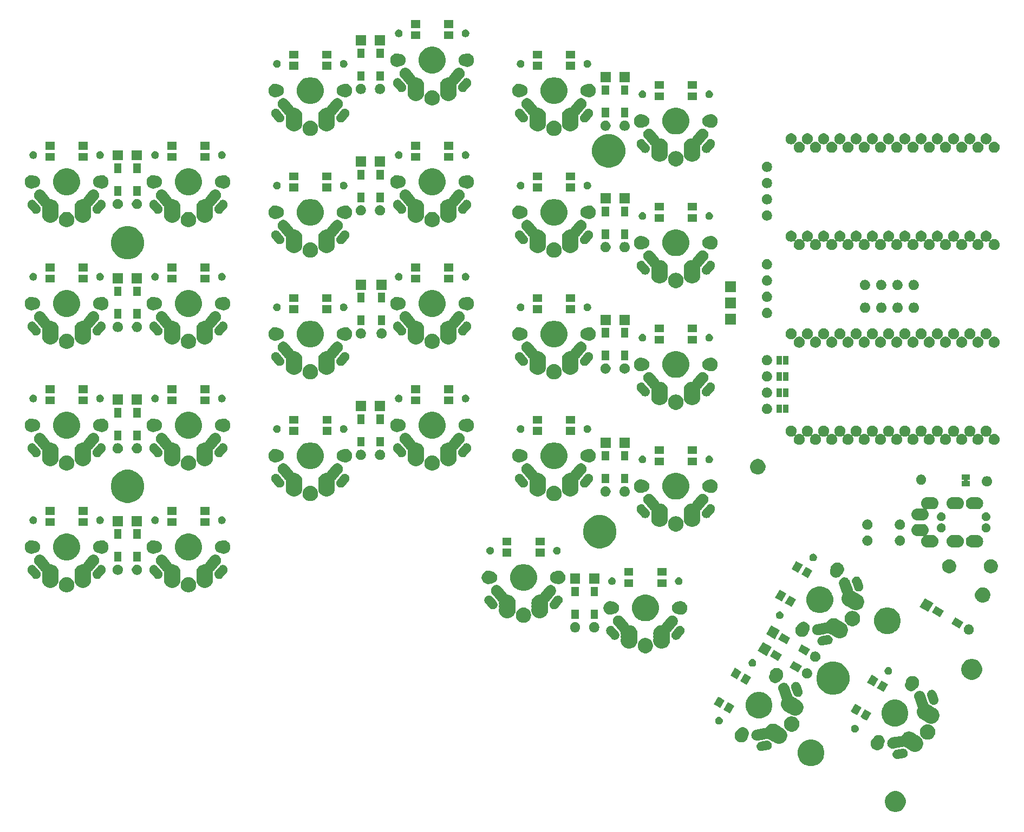
<source format=gts>
G04 #@! TF.GenerationSoftware,KiCad,Pcbnew,(5.0.1)-3*
G04 #@! TF.CreationDate,2019-04-04T15:30:49+09:00*
G04 #@! TF.ProjectId,yosino58,796F73696E6F35382E6B696361645F70,rev?*
G04 #@! TF.SameCoordinates,PX2781868PY76cdd18*
G04 #@! TF.FileFunction,Soldermask,Top*
G04 #@! TF.FilePolarity,Negative*
%FSLAX46Y46*%
G04 Gerber Fmt 4.6, Leading zero omitted, Abs format (unit mm)*
G04 Created by KiCad (PCBNEW (5.0.1)-3) date 2019/04/04 15:30:49*
%MOMM*%
%LPD*%
G01*
G04 APERTURE LIST*
%ADD10C,0.100000*%
G04 APERTURE END LIST*
D10*
G36*
X139128890Y-23194520D02*
X139424442Y-23316942D01*
X139690426Y-23494666D01*
X139916632Y-23720872D01*
X140094356Y-23986856D01*
X140216778Y-24282408D01*
X140279187Y-24596160D01*
X140279187Y-24916062D01*
X140216778Y-25229814D01*
X140094356Y-25525366D01*
X139916632Y-25791350D01*
X139690426Y-26017556D01*
X139424442Y-26195280D01*
X139128890Y-26317702D01*
X138815138Y-26380111D01*
X138495236Y-26380111D01*
X138181484Y-26317702D01*
X137885932Y-26195280D01*
X137619948Y-26017556D01*
X137393742Y-25791350D01*
X137216018Y-25525366D01*
X137093596Y-25229814D01*
X137031187Y-24916062D01*
X137031187Y-24596160D01*
X137093596Y-24282408D01*
X137216018Y-23986856D01*
X137393742Y-23720872D01*
X137619948Y-23494666D01*
X137885932Y-23316942D01*
X138181484Y-23194520D01*
X138495236Y-23132111D01*
X138815138Y-23132111D01*
X139128890Y-23194520D01*
X139128890Y-23194520D01*
G37*
G36*
X126067727Y-15122678D02*
X126232134Y-15190778D01*
X126448793Y-15280521D01*
X126580669Y-15368638D01*
X126791745Y-15509674D01*
X127083397Y-15801326D01*
X127103098Y-15830811D01*
X127312550Y-16144278D01*
X127377931Y-16302121D01*
X127470393Y-16525344D01*
X127550860Y-16929879D01*
X127550860Y-17342343D01*
X127470393Y-17746878D01*
X127399905Y-17917050D01*
X127312550Y-18127944D01*
X127160126Y-18356062D01*
X127083397Y-18470896D01*
X126791745Y-18762548D01*
X126676911Y-18839277D01*
X126448793Y-18991701D01*
X126290950Y-19057082D01*
X126067727Y-19149544D01*
X125663192Y-19230011D01*
X125250728Y-19230011D01*
X124846193Y-19149544D01*
X124622970Y-19057082D01*
X124465127Y-18991701D01*
X124237009Y-18839277D01*
X124122175Y-18762548D01*
X123830523Y-18470896D01*
X123753794Y-18356062D01*
X123601370Y-18127944D01*
X123514015Y-17917050D01*
X123443527Y-17746878D01*
X123363060Y-17342343D01*
X123363060Y-16929879D01*
X123443527Y-16525344D01*
X123535989Y-16302121D01*
X123601370Y-16144278D01*
X123810822Y-15830811D01*
X123830523Y-15801326D01*
X124122175Y-15509674D01*
X124333251Y-15368638D01*
X124465127Y-15280521D01*
X124681786Y-15190778D01*
X124846193Y-15122678D01*
X125250728Y-15042211D01*
X125663192Y-15042211D01*
X126067727Y-15122678D01*
X126067727Y-15122678D01*
G37*
G36*
X140027957Y-16498008D02*
X140027960Y-16498009D01*
X140027961Y-16498009D01*
X140163687Y-16542437D01*
X140202295Y-16564169D01*
X140288141Y-16612491D01*
X140387572Y-16697790D01*
X140396530Y-16705475D01*
X140484700Y-16817820D01*
X140533820Y-16914747D01*
X140549258Y-16945210D01*
X140587723Y-17082744D01*
X140597959Y-17216535D01*
X140598617Y-17225140D01*
X140581522Y-17366926D01*
X140561896Y-17426881D01*
X140537094Y-17502652D01*
X140467043Y-17627099D01*
X140467041Y-17627101D01*
X140374055Y-17735493D01*
X140261710Y-17823663D01*
X140134322Y-17888221D01*
X140134320Y-17888222D01*
X140134317Y-17888223D01*
X140031244Y-17917050D01*
X139025544Y-18094381D01*
X138918823Y-18102547D01*
X138777042Y-18085452D01*
X138777040Y-18085451D01*
X138777037Y-18085451D01*
X138641312Y-18041023D01*
X138579087Y-18005997D01*
X138516860Y-17970970D01*
X138408468Y-17877984D01*
X138396939Y-17863293D01*
X138320299Y-17765640D01*
X138255741Y-17638252D01*
X138255740Y-17638250D01*
X138255739Y-17638247D01*
X138217275Y-17500716D01*
X138206381Y-17358321D01*
X138223476Y-17216540D01*
X138223477Y-17216538D01*
X138223477Y-17216535D01*
X138267905Y-17080810D01*
X138333260Y-16964705D01*
X138337958Y-16956358D01*
X138430944Y-16847966D01*
X138469356Y-16817820D01*
X138543288Y-16759797D01*
X138670676Y-16695239D01*
X138670678Y-16695238D01*
X138670681Y-16695237D01*
X138773754Y-16666410D01*
X139779453Y-16489079D01*
X139886176Y-16480913D01*
X140027957Y-16498008D01*
X140027957Y-16498008D01*
G37*
G36*
X141148298Y-13874663D02*
X141384883Y-13972660D01*
X141537604Y-14074705D01*
X141597805Y-14114930D01*
X141619052Y-14136177D01*
X141626628Y-14142395D01*
X141635267Y-14147013D01*
X141817895Y-14222660D01*
X142030816Y-14364929D01*
X142071358Y-14405471D01*
X142078934Y-14411689D01*
X142087571Y-14416306D01*
X142320190Y-14512660D01*
X142533111Y-14654929D01*
X142714185Y-14836003D01*
X142856454Y-15048924D01*
X142954451Y-15285509D01*
X143004409Y-15536666D01*
X143004409Y-15792744D01*
X142954451Y-16043901D01*
X142856454Y-16280486D01*
X142714185Y-16493407D01*
X142533111Y-16674481D01*
X142320190Y-16816750D01*
X142083605Y-16914747D01*
X141832448Y-16964705D01*
X141576370Y-16964705D01*
X141325213Y-16914747D01*
X141088628Y-16816750D01*
X140875707Y-16674481D01*
X140835165Y-16633939D01*
X140827589Y-16627721D01*
X140818952Y-16623104D01*
X140586333Y-16526750D01*
X140373412Y-16384481D01*
X140352164Y-16363233D01*
X140344588Y-16357015D01*
X140335949Y-16352397D01*
X140153321Y-16276750D01*
X139966240Y-16151747D01*
X139957603Y-16147130D01*
X139948224Y-16144285D01*
X139938469Y-16143324D01*
X139928715Y-16144285D01*
X139915869Y-16148723D01*
X139803877Y-16205479D01*
X139734293Y-16224940D01*
X139679475Y-16240271D01*
X139043591Y-16352394D01*
X138363815Y-16472257D01*
X138235020Y-16482111D01*
X138133298Y-16469846D01*
X138063903Y-16461479D01*
X138063900Y-16461478D01*
X138063899Y-16461478D01*
X137900092Y-16407859D01*
X137820813Y-16363233D01*
X137749892Y-16323312D01*
X137619075Y-16211089D01*
X137512663Y-16075499D01*
X137457445Y-15966540D01*
X137434748Y-15921754D01*
X137409854Y-15832743D01*
X137388324Y-15755763D01*
X137381361Y-15664747D01*
X137375176Y-15583907D01*
X137391896Y-15445237D01*
X137395808Y-15412790D01*
X137398290Y-15405208D01*
X137449428Y-15248979D01*
X137500719Y-15157859D01*
X137533975Y-15098779D01*
X137646198Y-14967962D01*
X137654956Y-14961089D01*
X137683834Y-14938425D01*
X137781788Y-14861550D01*
X137858661Y-14822593D01*
X137935533Y-14783635D01*
X137983833Y-14770127D01*
X138059934Y-14748843D01*
X139375592Y-14516858D01*
X139504386Y-14507004D01*
X139504390Y-14507004D01*
X139567001Y-14514553D01*
X139579351Y-14516042D01*
X139589151Y-14516255D01*
X139598803Y-14514553D01*
X139607939Y-14511001D01*
X139616205Y-14505734D01*
X139623286Y-14498956D01*
X139626909Y-14494179D01*
X139759325Y-14296004D01*
X139940399Y-14114930D01*
X140000600Y-14074705D01*
X140153321Y-13972660D01*
X140389906Y-13874663D01*
X140641063Y-13824705D01*
X140897141Y-13824705D01*
X141148298Y-13874663D01*
X141148298Y-13874663D01*
G37*
G36*
X118777957Y-15248008D02*
X118777960Y-15248009D01*
X118777961Y-15248009D01*
X118913687Y-15292437D01*
X118952295Y-15314169D01*
X119038141Y-15362491D01*
X119137572Y-15447790D01*
X119146530Y-15455475D01*
X119234700Y-15567820D01*
X119251774Y-15601512D01*
X119299258Y-15695210D01*
X119337723Y-15832744D01*
X119345163Y-15929999D01*
X119348617Y-15975140D01*
X119331522Y-16116926D01*
X119320122Y-16151751D01*
X119287094Y-16252652D01*
X119217043Y-16377099D01*
X119190655Y-16407859D01*
X119124055Y-16485493D01*
X119011710Y-16573663D01*
X118884322Y-16638221D01*
X118884320Y-16638222D01*
X118884317Y-16638223D01*
X118781244Y-16667050D01*
X117775544Y-16844381D01*
X117668823Y-16852547D01*
X117527042Y-16835452D01*
X117527040Y-16835451D01*
X117527037Y-16835451D01*
X117391312Y-16791023D01*
X117329087Y-16755997D01*
X117266860Y-16720970D01*
X117158468Y-16627984D01*
X117146308Y-16612490D01*
X117070299Y-16515640D01*
X117005741Y-16388252D01*
X117005740Y-16388250D01*
X117005739Y-16388247D01*
X116967275Y-16250716D01*
X116956381Y-16108321D01*
X116973476Y-15966540D01*
X116973477Y-15966538D01*
X116973477Y-15966535D01*
X117017905Y-15830810D01*
X117068748Y-15740486D01*
X117087958Y-15706358D01*
X117180944Y-15597966D01*
X117219356Y-15567820D01*
X117293288Y-15509797D01*
X117420676Y-15445239D01*
X117420678Y-15445238D01*
X117420681Y-15445237D01*
X117523754Y-15416410D01*
X118529453Y-15239079D01*
X118636176Y-15230913D01*
X118777957Y-15248008D01*
X118777957Y-15248008D01*
G37*
G36*
X136312103Y-14410916D02*
X136484995Y-14482530D01*
X136640591Y-14586496D01*
X136772913Y-14718818D01*
X136876879Y-14874414D01*
X136948493Y-15047306D01*
X136985000Y-15230841D01*
X136985000Y-15417977D01*
X136948493Y-15601512D01*
X136878806Y-15769752D01*
X136875961Y-15779132D01*
X136875000Y-15788886D01*
X136875000Y-15791556D01*
X136834650Y-15994414D01*
X136755498Y-16185502D01*
X136640589Y-16357476D01*
X136494336Y-16503729D01*
X136322362Y-16618638D01*
X136131274Y-16697790D01*
X135957283Y-16732398D01*
X135928417Y-16738140D01*
X135721583Y-16738140D01*
X135692717Y-16732398D01*
X135518726Y-16697790D01*
X135327638Y-16618638D01*
X135155664Y-16503729D01*
X135009411Y-16357476D01*
X134894502Y-16185502D01*
X134815350Y-15994414D01*
X134775000Y-15791556D01*
X134775000Y-15584724D01*
X134775163Y-15583907D01*
X134789928Y-15509674D01*
X134815350Y-15381866D01*
X134894502Y-15190778D01*
X135009411Y-15018804D01*
X135155664Y-14872551D01*
X135217318Y-14831355D01*
X135224887Y-14825143D01*
X135231105Y-14817567D01*
X135297087Y-14718818D01*
X135429409Y-14586496D01*
X135585005Y-14482530D01*
X135757897Y-14410916D01*
X135941432Y-14374409D01*
X136128568Y-14374409D01*
X136312103Y-14410916D01*
X136312103Y-14410916D01*
G37*
G36*
X119898298Y-12624663D02*
X120134883Y-12722660D01*
X120271493Y-12813940D01*
X120347805Y-12864930D01*
X120369052Y-12886177D01*
X120376628Y-12892395D01*
X120385267Y-12897013D01*
X120567895Y-12972660D01*
X120780816Y-13114929D01*
X120821358Y-13155471D01*
X120828934Y-13161689D01*
X120837571Y-13166306D01*
X121070190Y-13262660D01*
X121283111Y-13404929D01*
X121464185Y-13586003D01*
X121606454Y-13798924D01*
X121704451Y-14035509D01*
X121754409Y-14286666D01*
X121754409Y-14542744D01*
X121704451Y-14793901D01*
X121606454Y-15030486D01*
X121464185Y-15243407D01*
X121283111Y-15424481D01*
X121070190Y-15566750D01*
X120833605Y-15664747D01*
X120582448Y-15714705D01*
X120326370Y-15714705D01*
X120075213Y-15664747D01*
X119838628Y-15566750D01*
X119625707Y-15424481D01*
X119585165Y-15383939D01*
X119577589Y-15377721D01*
X119568952Y-15373104D01*
X119336333Y-15276750D01*
X119123412Y-15134481D01*
X119102164Y-15113233D01*
X119094588Y-15107015D01*
X119085949Y-15102397D01*
X118903321Y-15026750D01*
X118716240Y-14901747D01*
X118707603Y-14897130D01*
X118698224Y-14894285D01*
X118688469Y-14893324D01*
X118678715Y-14894285D01*
X118665869Y-14898723D01*
X118553877Y-14955479D01*
X118509242Y-14967962D01*
X118429475Y-14990271D01*
X117814093Y-15098779D01*
X117113815Y-15222257D01*
X116985020Y-15232111D01*
X116883298Y-15219846D01*
X116813903Y-15211479D01*
X116813900Y-15211478D01*
X116813899Y-15211478D01*
X116650092Y-15157859D01*
X116570813Y-15113233D01*
X116499892Y-15073312D01*
X116369075Y-14961089D01*
X116262663Y-14825499D01*
X116208599Y-14718818D01*
X116184748Y-14671754D01*
X116171764Y-14625330D01*
X116138324Y-14505763D01*
X116131068Y-14410916D01*
X116125176Y-14333907D01*
X116138304Y-14225026D01*
X116145808Y-14162790D01*
X116161474Y-14114930D01*
X116199428Y-13998979D01*
X116242424Y-13922596D01*
X116283975Y-13848779D01*
X116396198Y-13717962D01*
X116531788Y-13611550D01*
X116608661Y-13572593D01*
X116685533Y-13533635D01*
X116733833Y-13520127D01*
X116809934Y-13498843D01*
X118125592Y-13266858D01*
X118254386Y-13257004D01*
X118254390Y-13257004D01*
X118317001Y-13264553D01*
X118329351Y-13266042D01*
X118339151Y-13266255D01*
X118348803Y-13264553D01*
X118357939Y-13261001D01*
X118366205Y-13255734D01*
X118373286Y-13248956D01*
X118376909Y-13244179D01*
X118509325Y-13046004D01*
X118690399Y-12864930D01*
X118766711Y-12813940D01*
X118903321Y-12722660D01*
X119139906Y-12624663D01*
X119391063Y-12574705D01*
X119647141Y-12574705D01*
X119898298Y-12624663D01*
X119898298Y-12624663D01*
G37*
G36*
X115062103Y-13160916D02*
X115234995Y-13232530D01*
X115390591Y-13336496D01*
X115522913Y-13468818D01*
X115626879Y-13624414D01*
X115698493Y-13797306D01*
X115735000Y-13980841D01*
X115735000Y-14167977D01*
X115698493Y-14351512D01*
X115628806Y-14519752D01*
X115625961Y-14529132D01*
X115625000Y-14538886D01*
X115625000Y-14541557D01*
X115619258Y-14570423D01*
X115584650Y-14744414D01*
X115505498Y-14935502D01*
X115390589Y-15107476D01*
X115244336Y-15253729D01*
X115072362Y-15368638D01*
X114881274Y-15447790D01*
X114707283Y-15482398D01*
X114678417Y-15488140D01*
X114471583Y-15488140D01*
X114442717Y-15482398D01*
X114268726Y-15447790D01*
X114077638Y-15368638D01*
X113905664Y-15253729D01*
X113759411Y-15107476D01*
X113644502Y-14935502D01*
X113565350Y-14744414D01*
X113530742Y-14570423D01*
X113525000Y-14541557D01*
X113525000Y-14334723D01*
X113534559Y-14286666D01*
X113565350Y-14131866D01*
X113644502Y-13940778D01*
X113759411Y-13768804D01*
X113905664Y-13622551D01*
X113967318Y-13581355D01*
X113974887Y-13575143D01*
X113981105Y-13567567D01*
X114047087Y-13468818D01*
X114179409Y-13336496D01*
X114335005Y-13232530D01*
X114507897Y-13160916D01*
X114691432Y-13124409D01*
X114878568Y-13124409D01*
X115062103Y-13160916D01*
X115062103Y-13160916D01*
G37*
G36*
X144034576Y-12721115D02*
X144087869Y-12743190D01*
X144252963Y-12811574D01*
X144449505Y-12942899D01*
X144616651Y-13110045D01*
X144747976Y-13306587D01*
X144781756Y-13388140D01*
X144838435Y-13524974D01*
X144884550Y-13756810D01*
X144884550Y-13993190D01*
X144838435Y-14225026D01*
X144809035Y-14296003D01*
X144747976Y-14443413D01*
X144616651Y-14639955D01*
X144449505Y-14807101D01*
X144252963Y-14938426D01*
X144181656Y-14967962D01*
X144034576Y-15028885D01*
X143802740Y-15075000D01*
X143566360Y-15075000D01*
X143334524Y-15028885D01*
X143187444Y-14967962D01*
X143116137Y-14938426D01*
X142919595Y-14807101D01*
X142752449Y-14639955D01*
X142621124Y-14443413D01*
X142560065Y-14296003D01*
X142530665Y-14225026D01*
X142484550Y-13993190D01*
X142484550Y-13756810D01*
X142530665Y-13524974D01*
X142587344Y-13388140D01*
X142621124Y-13306587D01*
X142752449Y-13110045D01*
X142919595Y-12942899D01*
X143116137Y-12811574D01*
X143281231Y-12743190D01*
X143334524Y-12721115D01*
X143566360Y-12675000D01*
X143802740Y-12675000D01*
X144034576Y-12721115D01*
X144034576Y-12721115D01*
G37*
G36*
X132502705Y-12768710D02*
X132502708Y-12768711D01*
X132502707Y-12768711D01*
X132611900Y-12813940D01*
X132688210Y-12864929D01*
X132710174Y-12879605D01*
X132793741Y-12963172D01*
X132793743Y-12963175D01*
X132859406Y-13061446D01*
X132885486Y-13124409D01*
X132904636Y-13170641D01*
X132927693Y-13286557D01*
X132927693Y-13404749D01*
X132904636Y-13520665D01*
X132902851Y-13524974D01*
X132859406Y-13629860D01*
X132820273Y-13688426D01*
X132793741Y-13728134D01*
X132710174Y-13811701D01*
X132710171Y-13811703D01*
X132611900Y-13877366D01*
X132521440Y-13914836D01*
X132502705Y-13922596D01*
X132386789Y-13945653D01*
X132268597Y-13945653D01*
X132152681Y-13922596D01*
X132133946Y-13914836D01*
X132043486Y-13877366D01*
X131945215Y-13811703D01*
X131945212Y-13811701D01*
X131861645Y-13728134D01*
X131835113Y-13688426D01*
X131795980Y-13629860D01*
X131752535Y-13524974D01*
X131750750Y-13520665D01*
X131727693Y-13404749D01*
X131727693Y-13286557D01*
X131750750Y-13170641D01*
X131769900Y-13124409D01*
X131795980Y-13061446D01*
X131861643Y-12963175D01*
X131861645Y-12963172D01*
X131945212Y-12879605D01*
X131967176Y-12864929D01*
X132043486Y-12813940D01*
X132152679Y-12768711D01*
X132152678Y-12768711D01*
X132152681Y-12768710D01*
X132268597Y-12745653D01*
X132386789Y-12745653D01*
X132502705Y-12768710D01*
X132502705Y-12768710D01*
G37*
G36*
X122784576Y-11471115D02*
X122843815Y-11495653D01*
X123002963Y-11561574D01*
X123199505Y-11692899D01*
X123366651Y-11860045D01*
X123497976Y-12056587D01*
X123513472Y-12093998D01*
X123588435Y-12274974D01*
X123634550Y-12506810D01*
X123634550Y-12743190D01*
X123588435Y-12975026D01*
X123543205Y-13084220D01*
X123497976Y-13193413D01*
X123366651Y-13389955D01*
X123199505Y-13557101D01*
X123002963Y-13688426D01*
X122931656Y-13717962D01*
X122784576Y-13778885D01*
X122552740Y-13825000D01*
X122316360Y-13825000D01*
X122084524Y-13778885D01*
X121937444Y-13717962D01*
X121866137Y-13688426D01*
X121669595Y-13557101D01*
X121502449Y-13389955D01*
X121371124Y-13193413D01*
X121325895Y-13084220D01*
X121280665Y-12975026D01*
X121234550Y-12743190D01*
X121234550Y-12506810D01*
X121280665Y-12274974D01*
X121355628Y-12093998D01*
X121371124Y-12056587D01*
X121502449Y-11860045D01*
X121669595Y-11692899D01*
X121866137Y-11561574D01*
X122025285Y-11495653D01*
X122084524Y-11471115D01*
X122316360Y-11425000D01*
X122552740Y-11425000D01*
X122784576Y-11471115D01*
X122784576Y-11471115D01*
G37*
G36*
X139187546Y-8905701D02*
X139377582Y-8984417D01*
X139569723Y-9064004D01*
X139913672Y-9293823D01*
X140206177Y-9586328D01*
X140435996Y-9930277D01*
X140496668Y-10076752D01*
X140594299Y-10312454D01*
X140675000Y-10718166D01*
X140675000Y-11131834D01*
X140594299Y-11537546D01*
X140529949Y-11692899D01*
X140435996Y-11919723D01*
X140206177Y-12263672D01*
X139913672Y-12556177D01*
X139569723Y-12785996D01*
X139379161Y-12864929D01*
X139187546Y-12944299D01*
X138781834Y-13025000D01*
X138368166Y-13025000D01*
X137962454Y-12944299D01*
X137770839Y-12864929D01*
X137580277Y-12785996D01*
X137236328Y-12556177D01*
X136943823Y-12263672D01*
X136714004Y-11919723D01*
X136620051Y-11692899D01*
X136555701Y-11537546D01*
X136475000Y-11131834D01*
X136475000Y-10718166D01*
X136555701Y-10312454D01*
X136653332Y-10076752D01*
X136714004Y-9930277D01*
X136943823Y-9586328D01*
X137236328Y-9293823D01*
X137580277Y-9064004D01*
X137772418Y-8984417D01*
X137962454Y-8905701D01*
X138368166Y-8825000D01*
X138781834Y-8825000D01*
X139187546Y-8905701D01*
X139187546Y-8905701D01*
G37*
G36*
X111252705Y-11518710D02*
X111252708Y-11518711D01*
X111252707Y-11518711D01*
X111361900Y-11563940D01*
X111459841Y-11629382D01*
X111460174Y-11629605D01*
X111543741Y-11713172D01*
X111543743Y-11713175D01*
X111609406Y-11811446D01*
X111638248Y-11881077D01*
X111654636Y-11920641D01*
X111677693Y-12036557D01*
X111677693Y-12154749D01*
X111654636Y-12270665D01*
X111652851Y-12274974D01*
X111609406Y-12379860D01*
X111543964Y-12477801D01*
X111543741Y-12478134D01*
X111460174Y-12561701D01*
X111460171Y-12561703D01*
X111361900Y-12627366D01*
X111271440Y-12664836D01*
X111252705Y-12672596D01*
X111136789Y-12695653D01*
X111018597Y-12695653D01*
X110902681Y-12672596D01*
X110883946Y-12664836D01*
X110793486Y-12627366D01*
X110695215Y-12561703D01*
X110695212Y-12561701D01*
X110611645Y-12478134D01*
X110611422Y-12477801D01*
X110545980Y-12379860D01*
X110502535Y-12274974D01*
X110500750Y-12270665D01*
X110477693Y-12154749D01*
X110477693Y-12036557D01*
X110500750Y-11920641D01*
X110517138Y-11881077D01*
X110545980Y-11811446D01*
X110611643Y-11713175D01*
X110611645Y-11713172D01*
X110695212Y-11629605D01*
X110695545Y-11629382D01*
X110793486Y-11563940D01*
X110902679Y-11518711D01*
X110902678Y-11518711D01*
X110902681Y-11518710D01*
X111018597Y-11495653D01*
X111136789Y-11495653D01*
X111252705Y-11518710D01*
X111252705Y-11518710D01*
G37*
G36*
X142674924Y-7454099D02*
X142783321Y-7492219D01*
X142837521Y-7511279D01*
X142985840Y-7599082D01*
X143005885Y-7617052D01*
X143114179Y-7714132D01*
X143183132Y-7806053D01*
X143217608Y-7852012D01*
X143273473Y-7968480D01*
X143730398Y-9223869D01*
X143762468Y-9348998D01*
X143767530Y-9441734D01*
X143769520Y-9478183D01*
X143771011Y-9487871D01*
X143774364Y-9497081D01*
X143779449Y-9505461D01*
X143786071Y-9512687D01*
X143793975Y-9518483D01*
X143800310Y-9521650D01*
X143924883Y-9573250D01*
X144137804Y-9715519D01*
X144159052Y-9736767D01*
X144166628Y-9742985D01*
X144175270Y-9747605D01*
X144357894Y-9823250D01*
X144570815Y-9965519D01*
X144611356Y-10006060D01*
X144618932Y-10012278D01*
X144627571Y-10016896D01*
X144860190Y-10113250D01*
X145073111Y-10255519D01*
X145254185Y-10436593D01*
X145396454Y-10649514D01*
X145494451Y-10886099D01*
X145544409Y-11137256D01*
X145544409Y-11393334D01*
X145494451Y-11644491D01*
X145396454Y-11881076D01*
X145254185Y-12093997D01*
X145073111Y-12275071D01*
X144860190Y-12417340D01*
X144623605Y-12515337D01*
X144372448Y-12565295D01*
X144116370Y-12565295D01*
X143865213Y-12515337D01*
X143628628Y-12417340D01*
X143415707Y-12275071D01*
X143375166Y-12234530D01*
X143367590Y-12228312D01*
X143358951Y-12223694D01*
X143126332Y-12127340D01*
X142913411Y-11985071D01*
X142892163Y-11963823D01*
X142884587Y-11957605D01*
X142875945Y-11952985D01*
X142693321Y-11877340D01*
X142480400Y-11735071D01*
X142299326Y-11553997D01*
X142157057Y-11341076D01*
X142059060Y-11104491D01*
X142009102Y-10853334D01*
X142009102Y-10597256D01*
X142059060Y-10346099D01*
X142157057Y-10109514D01*
X142190499Y-10059465D01*
X142195117Y-10050824D01*
X142197962Y-10041444D01*
X142198923Y-10031690D01*
X142197962Y-10021935D01*
X142195117Y-10012556D01*
X142188920Y-10001687D01*
X142141803Y-9938876D01*
X142121522Y-9896593D01*
X142085937Y-9822405D01*
X141629012Y-8567016D01*
X141596942Y-8441887D01*
X141591336Y-8339195D01*
X141587546Y-8269782D01*
X141611906Y-8099153D01*
X141653760Y-7980138D01*
X141669086Y-7936556D01*
X141756889Y-7788237D01*
X141797799Y-7742603D01*
X141871939Y-7659898D01*
X141985116Y-7575000D01*
X142009819Y-7556469D01*
X142165227Y-7481927D01*
X142332190Y-7439135D01*
X142425487Y-7434042D01*
X142504295Y-7429739D01*
X142674924Y-7454099D01*
X142674924Y-7454099D01*
G37*
G36*
X134289326Y-10553997D02*
X134902388Y-10907948D01*
X134202388Y-12120384D01*
X134202387Y-12120384D01*
X133654389Y-11803997D01*
X133163156Y-11520384D01*
X133863156Y-10307948D01*
X133863157Y-10307948D01*
X134289326Y-10553997D01*
X134289326Y-10553997D01*
G37*
G36*
X117937546Y-7655701D02*
X118078610Y-7714132D01*
X118319723Y-7814004D01*
X118663672Y-8043823D01*
X118956177Y-8336328D01*
X119185996Y-8680277D01*
X119245942Y-8825000D01*
X119344299Y-9062454D01*
X119425000Y-9468166D01*
X119425000Y-9881834D01*
X119344299Y-10287546D01*
X119289275Y-10420384D01*
X119185996Y-10669723D01*
X118956177Y-11013672D01*
X118663672Y-11306177D01*
X118319723Y-11535996D01*
X118128635Y-11615147D01*
X117937546Y-11694299D01*
X117531834Y-11775000D01*
X117118166Y-11775000D01*
X116712454Y-11694299D01*
X116521365Y-11615147D01*
X116330277Y-11535996D01*
X115986328Y-11306177D01*
X115693823Y-11013672D01*
X115464004Y-10669723D01*
X115360725Y-10420384D01*
X115305701Y-10287546D01*
X115225000Y-9881834D01*
X115225000Y-9468166D01*
X115305701Y-9062454D01*
X115404058Y-8825000D01*
X115464004Y-8680277D01*
X115693823Y-8336328D01*
X115986328Y-8043823D01*
X116330277Y-7814004D01*
X116571390Y-7714132D01*
X116712454Y-7655701D01*
X117118166Y-7575000D01*
X117531834Y-7575000D01*
X117937546Y-7655701D01*
X117937546Y-7655701D01*
G37*
G36*
X121424924Y-6204099D02*
X121533321Y-6242219D01*
X121587521Y-6261279D01*
X121735840Y-6349082D01*
X121774775Y-6383986D01*
X121864179Y-6464132D01*
X121933132Y-6556053D01*
X121967608Y-6602012D01*
X122023473Y-6718480D01*
X122480398Y-7973869D01*
X122512468Y-8098998D01*
X122517530Y-8191734D01*
X122519520Y-8228183D01*
X122521011Y-8237871D01*
X122524364Y-8247081D01*
X122529449Y-8255461D01*
X122536071Y-8262687D01*
X122543975Y-8268483D01*
X122550310Y-8271650D01*
X122674883Y-8323250D01*
X122887804Y-8465519D01*
X122909052Y-8486767D01*
X122916628Y-8492985D01*
X122925270Y-8497605D01*
X123107894Y-8573250D01*
X123320815Y-8715519D01*
X123361356Y-8756060D01*
X123368932Y-8762278D01*
X123377571Y-8766896D01*
X123610190Y-8863250D01*
X123823111Y-9005519D01*
X124004185Y-9186593D01*
X124146454Y-9399514D01*
X124244451Y-9636099D01*
X124294409Y-9887256D01*
X124294409Y-10143334D01*
X124244451Y-10394491D01*
X124146454Y-10631076D01*
X124004185Y-10843997D01*
X123823111Y-11025071D01*
X123610190Y-11167340D01*
X123373605Y-11265337D01*
X123122448Y-11315295D01*
X122866370Y-11315295D01*
X122615213Y-11265337D01*
X122378628Y-11167340D01*
X122165707Y-11025071D01*
X122125166Y-10984530D01*
X122117590Y-10978312D01*
X122108951Y-10973694D01*
X121876332Y-10877340D01*
X121663411Y-10735071D01*
X121642163Y-10713823D01*
X121634587Y-10707605D01*
X121625945Y-10702985D01*
X121443321Y-10627340D01*
X121230400Y-10485071D01*
X121049326Y-10303997D01*
X120907057Y-10091076D01*
X120809060Y-9854491D01*
X120759102Y-9603334D01*
X120759102Y-9347256D01*
X120809060Y-9096099D01*
X120907057Y-8859514D01*
X120940499Y-8809465D01*
X120945117Y-8800824D01*
X120947962Y-8791444D01*
X120948923Y-8781690D01*
X120947962Y-8771935D01*
X120945117Y-8762556D01*
X120938920Y-8751687D01*
X120891803Y-8688876D01*
X120871522Y-8646593D01*
X120835937Y-8572405D01*
X120379012Y-7317016D01*
X120346942Y-7191887D01*
X120341509Y-7092358D01*
X120337546Y-7019782D01*
X120361906Y-6849153D01*
X120419086Y-6686557D01*
X120419086Y-6686556D01*
X120506889Y-6538237D01*
X120547799Y-6492603D01*
X120621939Y-6409898D01*
X120726928Y-6331142D01*
X120759819Y-6306469D01*
X120915227Y-6231927D01*
X121082190Y-6189135D01*
X121175487Y-6184042D01*
X121254295Y-6179739D01*
X121424924Y-6204099D01*
X121424924Y-6204099D01*
G37*
G36*
X132699482Y-9636100D02*
X133386844Y-10032948D01*
X132686844Y-11245384D01*
X132686843Y-11245384D01*
X132049372Y-10877340D01*
X131647612Y-10645384D01*
X132347612Y-9432948D01*
X132347613Y-9432948D01*
X132699482Y-9636100D01*
X132699482Y-9636100D01*
G37*
G36*
X112947998Y-9487871D02*
X113502388Y-9807948D01*
X112802388Y-11020384D01*
X112802387Y-11020384D01*
X112195026Y-10669724D01*
X111763156Y-10420384D01*
X112463156Y-9207948D01*
X112463157Y-9207948D01*
X112947998Y-9487871D01*
X112947998Y-9487871D01*
G37*
G36*
X111353030Y-8567016D02*
X111986844Y-8932948D01*
X111286844Y-10145384D01*
X111286843Y-10145384D01*
X110767228Y-9845384D01*
X110247612Y-9545384D01*
X110947612Y-8332948D01*
X110947613Y-8332948D01*
X111353030Y-8567016D01*
X111353030Y-8567016D01*
G37*
G36*
X144460207Y-7296722D02*
X144513197Y-7304287D01*
X144647916Y-7351663D01*
X144770813Y-7424417D01*
X144877149Y-7519742D01*
X144962848Y-7633987D01*
X144975276Y-7659898D01*
X145009137Y-7730492D01*
X145358414Y-8690118D01*
X145384987Y-8793800D01*
X145392772Y-8936400D01*
X145392772Y-8936402D01*
X145372588Y-9077781D01*
X145325212Y-9212500D01*
X145252458Y-9335397D01*
X145240265Y-9348998D01*
X145157132Y-9441735D01*
X145089958Y-9492124D01*
X145042888Y-9527433D01*
X144947365Y-9573251D01*
X144914123Y-9589196D01*
X144775782Y-9624652D01*
X144633182Y-9632437D01*
X144633180Y-9632437D01*
X144491800Y-9612253D01*
X144357082Y-9564877D01*
X144234188Y-9492125D01*
X144177977Y-9441734D01*
X144127848Y-9396796D01*
X144042150Y-9282554D01*
X144042149Y-9282553D01*
X143995864Y-9186055D01*
X143965179Y-9101750D01*
X143646584Y-8226421D01*
X143620011Y-8122739D01*
X143612225Y-7980140D01*
X143632410Y-7838761D01*
X143632410Y-7838758D01*
X143679786Y-7704039D01*
X143752540Y-7581142D01*
X143847865Y-7474806D01*
X143895417Y-7439136D01*
X143962109Y-7389108D01*
X143962108Y-7389108D01*
X143962110Y-7389107D01*
X144090873Y-7327345D01*
X144090875Y-7327344D01*
X144229216Y-7291888D01*
X144371815Y-7284102D01*
X144460207Y-7296722D01*
X144460207Y-7296722D01*
G37*
G36*
X123210207Y-6046722D02*
X123263197Y-6054287D01*
X123397916Y-6101663D01*
X123520813Y-6174417D01*
X123627149Y-6269742D01*
X123712848Y-6383987D01*
X123735889Y-6432024D01*
X123759137Y-6480492D01*
X124108414Y-7440118D01*
X124134987Y-7543800D01*
X124141096Y-7655701D01*
X124142772Y-7686402D01*
X124122588Y-7827781D01*
X124075212Y-7962500D01*
X124002458Y-8085397D01*
X123957717Y-8135306D01*
X123907132Y-8191735D01*
X123839958Y-8242124D01*
X123792888Y-8277433D01*
X123697365Y-8323251D01*
X123664123Y-8339196D01*
X123525782Y-8374652D01*
X123383182Y-8382437D01*
X123383180Y-8382437D01*
X123241800Y-8362253D01*
X123107082Y-8314877D01*
X122984188Y-8242125D01*
X122927977Y-8191734D01*
X122877848Y-8146796D01*
X122792150Y-8032554D01*
X122792149Y-8032553D01*
X122745864Y-7936055D01*
X122715275Y-7852013D01*
X122396584Y-6976421D01*
X122370011Y-6872739D01*
X122362225Y-6730140D01*
X122382410Y-6588761D01*
X122382410Y-6588758D01*
X122429786Y-6454039D01*
X122502540Y-6331142D01*
X122597865Y-6224806D01*
X122645417Y-6189136D01*
X122712109Y-6139108D01*
X122712108Y-6139108D01*
X122712110Y-6139107D01*
X122840873Y-6077345D01*
X122840875Y-6077344D01*
X122979216Y-6041888D01*
X123121815Y-6034102D01*
X123210207Y-6046722D01*
X123210207Y-6046722D01*
G37*
G36*
X129658391Y-2949916D02*
X129767841Y-2995252D01*
X130131562Y-3145910D01*
X130557403Y-3430448D01*
X130919552Y-3792597D01*
X131204090Y-4218438D01*
X131291563Y-4429616D01*
X131400084Y-4691609D01*
X131500000Y-5193922D01*
X131500000Y-5706078D01*
X131400084Y-6208391D01*
X131341807Y-6349084D01*
X131204090Y-6681562D01*
X130919552Y-7107403D01*
X130557403Y-7469552D01*
X130131562Y-7754090D01*
X129895157Y-7852012D01*
X129658391Y-7950084D01*
X129156078Y-8050000D01*
X128643922Y-8050000D01*
X128141609Y-7950084D01*
X127904843Y-7852012D01*
X127668438Y-7754090D01*
X127242597Y-7469552D01*
X126880448Y-7107403D01*
X126595910Y-6681562D01*
X126458193Y-6349084D01*
X126399916Y-6208391D01*
X126300000Y-5706078D01*
X126300000Y-5193922D01*
X126399916Y-4691609D01*
X126508437Y-4429616D01*
X126595910Y-4218438D01*
X126880448Y-3792597D01*
X127242597Y-3430448D01*
X127668438Y-3145910D01*
X128032159Y-2995252D01*
X128141609Y-2949916D01*
X128643922Y-2850000D01*
X129156078Y-2850000D01*
X129658391Y-2949916D01*
X129658391Y-2949916D01*
G37*
G36*
X136935537Y-6077345D02*
X137502388Y-6404616D01*
X136802388Y-7617052D01*
X136802387Y-7617052D01*
X136065978Y-7191886D01*
X135763156Y-7017052D01*
X136463156Y-5804616D01*
X136463157Y-5804616D01*
X136935537Y-6077345D01*
X136935537Y-6077345D01*
G37*
G36*
X141457283Y-5117602D02*
X141631274Y-5152210D01*
X141822362Y-5231362D01*
X141994336Y-5346271D01*
X142140589Y-5492524D01*
X142255498Y-5664498D01*
X142334650Y-5855586D01*
X142366061Y-6013504D01*
X142375000Y-6058443D01*
X142375000Y-6265277D01*
X142369258Y-6294143D01*
X142334650Y-6468134D01*
X142255498Y-6659222D01*
X142140589Y-6831196D01*
X141994336Y-6977449D01*
X141932682Y-7018645D01*
X141925113Y-7024857D01*
X141918895Y-7032433D01*
X141852913Y-7131182D01*
X141720591Y-7263504D01*
X141564995Y-7367470D01*
X141392103Y-7439084D01*
X141208568Y-7475591D01*
X141021432Y-7475591D01*
X140837897Y-7439084D01*
X140665005Y-7367470D01*
X140509409Y-7263504D01*
X140377087Y-7131182D01*
X140273121Y-6975586D01*
X140201507Y-6802694D01*
X140165000Y-6619159D01*
X140165000Y-6432023D01*
X140201507Y-6248488D01*
X140271194Y-6080248D01*
X140274039Y-6070868D01*
X140275000Y-6061114D01*
X140275000Y-6058443D01*
X140283939Y-6013504D01*
X140315350Y-5855586D01*
X140394502Y-5664498D01*
X140509411Y-5492524D01*
X140655664Y-5346271D01*
X140827638Y-5231362D01*
X141018726Y-5152210D01*
X141192717Y-5117602D01*
X141221583Y-5111860D01*
X141428417Y-5111860D01*
X141457283Y-5117602D01*
X141457283Y-5117602D01*
G37*
G36*
X135384796Y-5182024D02*
X135986844Y-5529616D01*
X135286844Y-6742052D01*
X135286843Y-6742052D01*
X134702387Y-6404616D01*
X134247612Y-6142052D01*
X134947612Y-4929616D01*
X134947613Y-4929616D01*
X135384796Y-5182024D01*
X135384796Y-5182024D01*
G37*
G36*
X115445590Y-4925414D02*
X116102388Y-5304616D01*
X115402388Y-6517052D01*
X115402387Y-6517052D01*
X114682912Y-6101663D01*
X114363156Y-5917052D01*
X115063156Y-4704616D01*
X115063157Y-4704616D01*
X115445590Y-4925414D01*
X115445590Y-4925414D01*
G37*
G36*
X120207283Y-3867602D02*
X120381274Y-3902210D01*
X120572362Y-3981362D01*
X120744336Y-4096271D01*
X120890589Y-4242524D01*
X121005498Y-4414498D01*
X121084650Y-4605586D01*
X121125000Y-4808444D01*
X121125000Y-5015276D01*
X121084650Y-5218134D01*
X121005498Y-5409222D01*
X120890589Y-5581196D01*
X120744336Y-5727449D01*
X120682682Y-5768645D01*
X120675113Y-5774857D01*
X120668895Y-5782433D01*
X120602913Y-5881182D01*
X120470591Y-6013504D01*
X120314995Y-6117470D01*
X120142103Y-6189084D01*
X119958568Y-6225591D01*
X119771432Y-6225591D01*
X119587897Y-6189084D01*
X119415005Y-6117470D01*
X119259409Y-6013504D01*
X119127087Y-5881182D01*
X119023121Y-5725586D01*
X118951507Y-5552694D01*
X118915000Y-5369159D01*
X118915000Y-5182023D01*
X118951507Y-4998488D01*
X119021194Y-4830248D01*
X119024039Y-4820868D01*
X119025000Y-4811114D01*
X119025000Y-4808443D01*
X119032568Y-4770395D01*
X119065350Y-4605586D01*
X119144502Y-4414498D01*
X119259411Y-4242524D01*
X119405664Y-4096271D01*
X119577638Y-3981362D01*
X119768726Y-3902210D01*
X119942717Y-3867602D01*
X119971583Y-3861860D01*
X120178417Y-3861860D01*
X120207283Y-3867602D01*
X120207283Y-3867602D01*
G37*
G36*
X151066890Y-2517298D02*
X151362442Y-2639720D01*
X151628426Y-2817444D01*
X151854632Y-3043650D01*
X152032356Y-3309634D01*
X152154778Y-3605186D01*
X152217187Y-3918938D01*
X152217187Y-4238840D01*
X152157745Y-4537678D01*
X152154778Y-4552592D01*
X152037362Y-4836060D01*
X152032356Y-4848144D01*
X151854632Y-5114128D01*
X151628426Y-5340334D01*
X151362442Y-5518058D01*
X151362441Y-5518059D01*
X151362440Y-5518059D01*
X151135408Y-5612099D01*
X151066890Y-5640480D01*
X150753138Y-5702889D01*
X150433236Y-5702889D01*
X150119484Y-5640480D01*
X150050966Y-5612099D01*
X149823934Y-5518059D01*
X149823933Y-5518059D01*
X149823932Y-5518058D01*
X149557948Y-5340334D01*
X149331742Y-5114128D01*
X149154018Y-4848144D01*
X149149013Y-4836060D01*
X149031596Y-4552592D01*
X149028629Y-4537678D01*
X148969187Y-4238840D01*
X148969187Y-3918938D01*
X149031596Y-3605186D01*
X149154018Y-3309634D01*
X149331742Y-3043650D01*
X149557948Y-2817444D01*
X149823932Y-2639720D01*
X150119484Y-2517298D01*
X150433236Y-2454889D01*
X150753138Y-2454889D01*
X151066890Y-2517298D01*
X151066890Y-2517298D01*
G37*
G36*
X113967890Y-4072263D02*
X114586844Y-4429616D01*
X113886844Y-5642052D01*
X113886843Y-5642052D01*
X113175507Y-5231362D01*
X112847612Y-5042052D01*
X113547612Y-3829616D01*
X113547613Y-3829616D01*
X113967890Y-4072263D01*
X113967890Y-4072263D01*
G37*
G36*
X125070274Y-3924685D02*
X125070277Y-3924686D01*
X125070276Y-3924686D01*
X125215594Y-3984878D01*
X125215597Y-3984880D01*
X125346376Y-4072263D01*
X125457599Y-4183486D01*
X125498869Y-4245252D01*
X125544984Y-4314268D01*
X125586500Y-4414498D01*
X125605177Y-4459588D01*
X125635862Y-4613853D01*
X125635862Y-4771147D01*
X125605177Y-4925412D01*
X125594059Y-4952254D01*
X125544984Y-5070732D01*
X125544982Y-5070735D01*
X125457599Y-5201514D01*
X125346376Y-5312737D01*
X125215597Y-5400120D01*
X125215594Y-5400122D01*
X125097116Y-5449197D01*
X125070274Y-5460315D01*
X124916009Y-5491000D01*
X124758715Y-5491000D01*
X124604450Y-5460315D01*
X124577608Y-5449197D01*
X124459130Y-5400122D01*
X124459127Y-5400120D01*
X124328348Y-5312737D01*
X124217125Y-5201514D01*
X124129742Y-5070735D01*
X124129740Y-5070732D01*
X124080665Y-4952254D01*
X124069547Y-4925412D01*
X124038862Y-4771147D01*
X124038862Y-4613853D01*
X124069547Y-4459588D01*
X124088224Y-4414498D01*
X124129740Y-4314268D01*
X124175855Y-4245252D01*
X124217125Y-4183486D01*
X124328348Y-4072263D01*
X124459127Y-3984880D01*
X124459130Y-3984878D01*
X124604448Y-3924686D01*
X124604447Y-3924686D01*
X124604450Y-3924685D01*
X124758715Y-3894000D01*
X124916009Y-3894000D01*
X125070274Y-3924685D01*
X125070274Y-3924685D01*
G37*
G36*
X137722705Y-3727404D02*
X137722708Y-3727405D01*
X137722707Y-3727405D01*
X137831900Y-3772634D01*
X137917179Y-3829616D01*
X137930174Y-3838299D01*
X138013741Y-3921866D01*
X138013743Y-3921869D01*
X138079406Y-4020140D01*
X138100996Y-4072263D01*
X138124636Y-4129335D01*
X138147693Y-4245251D01*
X138147693Y-4363443D01*
X138124636Y-4479359D01*
X138124635Y-4479361D01*
X138079406Y-4588554D01*
X138013964Y-4686495D01*
X138013741Y-4686828D01*
X137930174Y-4770395D01*
X137930171Y-4770397D01*
X137831900Y-4836060D01*
X137741440Y-4873530D01*
X137722705Y-4881290D01*
X137606789Y-4904347D01*
X137488597Y-4904347D01*
X137372681Y-4881290D01*
X137353946Y-4873530D01*
X137263486Y-4836060D01*
X137165215Y-4770397D01*
X137165212Y-4770395D01*
X137081645Y-4686828D01*
X137081422Y-4686495D01*
X137015980Y-4588554D01*
X136970751Y-4479361D01*
X136970750Y-4479359D01*
X136947693Y-4363443D01*
X136947693Y-4245251D01*
X136970750Y-4129335D01*
X136994390Y-4072263D01*
X137015980Y-4020140D01*
X137081643Y-3921869D01*
X137081645Y-3921866D01*
X137165212Y-3838299D01*
X137178207Y-3829616D01*
X137263486Y-3772634D01*
X137372679Y-3727405D01*
X137372678Y-3727405D01*
X137372681Y-3727404D01*
X137488597Y-3704347D01*
X137606789Y-3704347D01*
X137722705Y-3727404D01*
X137722705Y-3727404D01*
G37*
G36*
X124012019Y-3552035D02*
X123437019Y-4547965D01*
X122137981Y-3797965D01*
X122712981Y-2802035D01*
X124012019Y-3552035D01*
X124012019Y-3552035D01*
G37*
G36*
X116472705Y-2477404D02*
X116472708Y-2477405D01*
X116472707Y-2477405D01*
X116581900Y-2522634D01*
X116679841Y-2588076D01*
X116680174Y-2588299D01*
X116763741Y-2671866D01*
X116763743Y-2671869D01*
X116829406Y-2770140D01*
X116861579Y-2847814D01*
X116874636Y-2879335D01*
X116897693Y-2995251D01*
X116897693Y-3113443D01*
X116874636Y-3229359D01*
X116874635Y-3229361D01*
X116829406Y-3338554D01*
X116768004Y-3430448D01*
X116763741Y-3436828D01*
X116680174Y-3520395D01*
X116680171Y-3520397D01*
X116581900Y-3586060D01*
X116491440Y-3623530D01*
X116472705Y-3631290D01*
X116356789Y-3654347D01*
X116238597Y-3654347D01*
X116122681Y-3631290D01*
X116103946Y-3623530D01*
X116013486Y-3586060D01*
X115915215Y-3520397D01*
X115915212Y-3520395D01*
X115831645Y-3436828D01*
X115827382Y-3430448D01*
X115765980Y-3338554D01*
X115720751Y-3229361D01*
X115720750Y-3229359D01*
X115697693Y-3113443D01*
X115697693Y-2995251D01*
X115720750Y-2879335D01*
X115733807Y-2847814D01*
X115765980Y-2770140D01*
X115831643Y-2671869D01*
X115831645Y-2671866D01*
X115915212Y-2588299D01*
X115915545Y-2588076D01*
X116013486Y-2522634D01*
X116122679Y-2477405D01*
X116122678Y-2477405D01*
X116122681Y-2477404D01*
X116238597Y-2454347D01*
X116356789Y-2454347D01*
X116472705Y-2477404D01*
X116472705Y-2477404D01*
G37*
G36*
X126357469Y-1312185D02*
X126357472Y-1312186D01*
X126357471Y-1312186D01*
X126502789Y-1372378D01*
X126502792Y-1372380D01*
X126633571Y-1459763D01*
X126744794Y-1570986D01*
X126832177Y-1701765D01*
X126832179Y-1701768D01*
X126863355Y-1777035D01*
X126892372Y-1847088D01*
X126923057Y-2001353D01*
X126923057Y-2158647D01*
X126892372Y-2312912D01*
X126892371Y-2312914D01*
X126832179Y-2458232D01*
X126832177Y-2458235D01*
X126744794Y-2589014D01*
X126633571Y-2700237D01*
X126528953Y-2770140D01*
X126502789Y-2787622D01*
X126384311Y-2836697D01*
X126357469Y-2847815D01*
X126203204Y-2878500D01*
X126045910Y-2878500D01*
X125891645Y-2847815D01*
X125864803Y-2836697D01*
X125746325Y-2787622D01*
X125720161Y-2770140D01*
X125615543Y-2700237D01*
X125504320Y-2589014D01*
X125416937Y-2458235D01*
X125416935Y-2458232D01*
X125356743Y-2312914D01*
X125356742Y-2312912D01*
X125326057Y-2158647D01*
X125326057Y-2001353D01*
X125356742Y-1847088D01*
X125385759Y-1777035D01*
X125416935Y-1701768D01*
X125416937Y-1701765D01*
X125504320Y-1570986D01*
X125615543Y-1459763D01*
X125746322Y-1372380D01*
X125746325Y-1372378D01*
X125891643Y-1312186D01*
X125891642Y-1312186D01*
X125891645Y-1312185D01*
X126045910Y-1281500D01*
X126203204Y-1281500D01*
X126357469Y-1312185D01*
X126357469Y-1312185D01*
G37*
G36*
X120937629Y-1777035D02*
X120362629Y-2772965D01*
X119063591Y-2022965D01*
X119638591Y-1027035D01*
X120937629Y-1777035D01*
X120937629Y-1777035D01*
G37*
G36*
X119329020Y-590228D02*
X118530520Y-1973272D01*
X117147476Y-1174772D01*
X117945976Y208272D01*
X119329020Y-590228D01*
X119329020Y-590228D01*
G37*
G36*
X125299214Y-939535D02*
X124724214Y-1935465D01*
X123425176Y-1185465D01*
X124000176Y-189535D01*
X125299214Y-939535D01*
X125299214Y-939535D01*
G37*
G36*
X99912526Y803885D02*
X99994922Y769755D01*
X100130913Y713426D01*
X100327455Y582101D01*
X100494601Y414955D01*
X100625926Y218413D01*
X100665488Y122901D01*
X100716385Y26D01*
X100762500Y-231810D01*
X100762500Y-468190D01*
X100716385Y-700026D01*
X100683241Y-780042D01*
X100625926Y-918413D01*
X100494601Y-1114955D01*
X100327455Y-1282101D01*
X100130913Y-1413426D01*
X100021720Y-1458655D01*
X99912526Y-1503885D01*
X99680690Y-1550000D01*
X99444310Y-1550000D01*
X99212474Y-1503885D01*
X99103280Y-1458655D01*
X98994087Y-1413426D01*
X98797545Y-1282101D01*
X98630399Y-1114955D01*
X98499074Y-918413D01*
X98441759Y-780042D01*
X98408615Y-700026D01*
X98362500Y-468190D01*
X98362500Y-231810D01*
X98408615Y26D01*
X98459512Y122901D01*
X98499074Y218413D01*
X98630399Y414955D01*
X98797545Y582101D01*
X98994087Y713426D01*
X99130078Y769755D01*
X99212474Y803885D01*
X99444310Y850000D01*
X99680690Y850000D01*
X99912526Y803885D01*
X99912526Y803885D01*
G37*
G36*
X103869960Y4362785D02*
X104038634Y4327317D01*
X104157514Y4276548D01*
X104197142Y4259625D01*
X104251083Y4222725D01*
X104339399Y4162311D01*
X104339401Y4162309D01*
X104459942Y4039111D01*
X104496908Y3982458D01*
X104554132Y3894761D01*
X104613319Y3747342D01*
X104618349Y3734813D01*
X104650129Y3565408D01*
X104648870Y3450000D01*
X104648249Y3393059D01*
X104612781Y3224385D01*
X104562012Y3105505D01*
X104545089Y3065877D01*
X104503096Y3004491D01*
X104472156Y2959261D01*
X103613422Y1935860D01*
X103555002Y1878702D01*
X103521091Y1845522D01*
X103450006Y1799139D01*
X103414947Y1776262D01*
X103407303Y1770127D01*
X103401003Y1762618D01*
X103396288Y1754025D01*
X103393341Y1744676D01*
X103392274Y1734933D01*
X103393232Y1724634D01*
X103402500Y1678040D01*
X103402500Y1421960D01*
X103380181Y1309754D01*
X103379220Y1300000D01*
X103380181Y1290246D01*
X103402500Y1178040D01*
X103402500Y921961D01*
X103375316Y785295D01*
X103372224Y769755D01*
X103371263Y760000D01*
X103372224Y750250D01*
X103402500Y598039D01*
X103402500Y341961D01*
X103352542Y90804D01*
X103254545Y-145781D01*
X103112276Y-358702D01*
X102931202Y-539776D01*
X102718281Y-682045D01*
X102481696Y-780042D01*
X102230539Y-830000D01*
X101974461Y-830000D01*
X101723304Y-780042D01*
X101486719Y-682045D01*
X101273798Y-539776D01*
X101092724Y-358702D01*
X100950455Y-145781D01*
X100852458Y90804D01*
X100802500Y341961D01*
X100802500Y598039D01*
X100832776Y750250D01*
X100833737Y760000D01*
X100832776Y769755D01*
X100829685Y785295D01*
X100802500Y921961D01*
X100802500Y1178040D01*
X100824819Y1290246D01*
X100825780Y1300000D01*
X100824819Y1309754D01*
X100802500Y1421960D01*
X100802500Y1678039D01*
X100812606Y1728847D01*
X100852458Y1929196D01*
X100950455Y2165781D01*
X101092724Y2378702D01*
X101273798Y2559776D01*
X101486719Y2702045D01*
X101723304Y2800042D01*
X101974461Y2850000D01*
X102122430Y2850000D01*
X102132185Y2850961D01*
X102141564Y2853806D01*
X102150209Y2858427D01*
X102157785Y2864645D01*
X102164003Y2872221D01*
X102168410Y2880357D01*
X102199911Y2954122D01*
X102203428Y2959263D01*
X102272844Y3060738D01*
X103131577Y4084140D01*
X103211473Y4162311D01*
X103223908Y4174478D01*
X103307980Y4229335D01*
X103368258Y4268668D01*
X103528205Y4332885D01*
X103551315Y4337220D01*
X103697611Y4364665D01*
X103869960Y4362785D01*
X103869960Y4362785D01*
G37*
G36*
X95573684Y4337220D02*
X95596794Y4332885D01*
X95756741Y4268668D01*
X95817019Y4229335D01*
X95901091Y4174478D01*
X95913526Y4162311D01*
X95993422Y4084140D01*
X96852156Y3060739D01*
X96925090Y2954122D01*
X96956589Y2880363D01*
X96961303Y2871769D01*
X96967604Y2864261D01*
X96975248Y2858126D01*
X96983942Y2853600D01*
X96993352Y2850857D01*
X97002571Y2850000D01*
X97150539Y2850000D01*
X97401696Y2800042D01*
X97638281Y2702045D01*
X97851202Y2559776D01*
X98032276Y2378702D01*
X98174545Y2165781D01*
X98272542Y1929196D01*
X98312394Y1728847D01*
X98322500Y1678039D01*
X98322500Y1421960D01*
X98300181Y1309754D01*
X98299220Y1300000D01*
X98300181Y1290246D01*
X98322500Y1178040D01*
X98322500Y921961D01*
X98295316Y785295D01*
X98292224Y769755D01*
X98291263Y760000D01*
X98292224Y750250D01*
X98322500Y598039D01*
X98322500Y341961D01*
X98272542Y90804D01*
X98174545Y-145781D01*
X98032276Y-358702D01*
X97851202Y-539776D01*
X97638281Y-682045D01*
X97401696Y-780042D01*
X97150539Y-830000D01*
X96894461Y-830000D01*
X96643304Y-780042D01*
X96406719Y-682045D01*
X96193798Y-539776D01*
X96012724Y-358702D01*
X95870455Y-145781D01*
X95772458Y90804D01*
X95722500Y341961D01*
X95722500Y598039D01*
X95752776Y750250D01*
X95753737Y760000D01*
X95752776Y769755D01*
X95749685Y785295D01*
X95722500Y921961D01*
X95722500Y1178040D01*
X95744819Y1290246D01*
X95745780Y1300000D01*
X95744819Y1309754D01*
X95722500Y1421960D01*
X95722500Y1678040D01*
X95731768Y1724634D01*
X95732729Y1734388D01*
X95731768Y1744143D01*
X95728923Y1753522D01*
X95724302Y1762167D01*
X95718084Y1769743D01*
X95710053Y1776262D01*
X95686294Y1791765D01*
X95603908Y1845522D01*
X95569997Y1878702D01*
X95511577Y1935860D01*
X94652844Y2959262D01*
X94608549Y3024014D01*
X94579911Y3065878D01*
X94561050Y3110044D01*
X94512219Y3224386D01*
X94476751Y3393060D01*
X94476130Y3450000D01*
X94474871Y3565408D01*
X94506651Y3734813D01*
X94511681Y3747342D01*
X94570868Y3894761D01*
X94628092Y3982458D01*
X94665058Y4039111D01*
X94785599Y4162309D01*
X94785601Y4162311D01*
X94873917Y4222725D01*
X94927858Y4259625D01*
X94967486Y4276548D01*
X95086366Y4327317D01*
X95255040Y4362785D01*
X95427388Y4364665D01*
X95573684Y4337220D01*
X95573684Y4337220D01*
G37*
G36*
X128277957Y1251992D02*
X128277960Y1251991D01*
X128277961Y1251991D01*
X128413687Y1207563D01*
X128452295Y1185831D01*
X128538141Y1137509D01*
X128637572Y1052210D01*
X128646530Y1044525D01*
X128734700Y932180D01*
X128783820Y835253D01*
X128799258Y804790D01*
X128837723Y667256D01*
X128847959Y533465D01*
X128848617Y524860D01*
X128831522Y383074D01*
X128811896Y323119D01*
X128787094Y247348D01*
X128717043Y122901D01*
X128717041Y122899D01*
X128624055Y14507D01*
X128511710Y-73663D01*
X128384322Y-138221D01*
X128384320Y-138222D01*
X128384317Y-138223D01*
X128281244Y-167050D01*
X127275544Y-344381D01*
X127168823Y-352547D01*
X127027042Y-335452D01*
X127027040Y-335451D01*
X127027037Y-335451D01*
X126891312Y-291023D01*
X126829087Y-255997D01*
X126766860Y-220970D01*
X126658468Y-127984D01*
X126638111Y-102045D01*
X126570299Y-15640D01*
X126505741Y111748D01*
X126505740Y111750D01*
X126505739Y111753D01*
X126467275Y249284D01*
X126456381Y391679D01*
X126473476Y533460D01*
X126473477Y533462D01*
X126473477Y533465D01*
X126517905Y669190D01*
X126552931Y731415D01*
X126587958Y793642D01*
X126680944Y902034D01*
X126719356Y932180D01*
X126793288Y990203D01*
X126920676Y1054761D01*
X126920678Y1054762D01*
X126920681Y1054763D01*
X127023754Y1083590D01*
X128029453Y1260921D01*
X128136176Y1269087D01*
X128277957Y1251992D01*
X128277957Y1251992D01*
G37*
G36*
X122224824Y835465D02*
X121649824Y-160465D01*
X120350786Y589535D01*
X120925786Y1585465D01*
X122224824Y835465D01*
X122224824Y835465D01*
G37*
G36*
X94361034Y2713273D02*
X94405346Y2695482D01*
X94493563Y2660065D01*
X94572468Y2608577D01*
X94613163Y2582024D01*
X94613165Y2582022D01*
X94689670Y2507168D01*
X95346094Y1724874D01*
X95406526Y1636533D01*
X95462614Y1505195D01*
X95491984Y1365520D01*
X95492001Y1365439D01*
X95493559Y1222637D01*
X95477589Y1137509D01*
X95467227Y1082272D01*
X95414018Y949742D01*
X95395890Y921961D01*
X95335977Y830141D01*
X95236099Y728061D01*
X95118229Y647428D01*
X95118228Y647427D01*
X95118227Y647427D01*
X94986890Y591339D01*
X94847134Y561952D01*
X94845609Y561935D01*
X94704331Y560394D01*
X94563965Y586726D01*
X94510756Y608089D01*
X94431437Y639935D01*
X94371635Y678957D01*
X94311836Y717976D01*
X94235325Y792836D01*
X93578910Y1575122D01*
X93518475Y1663467D01*
X93499779Y1707247D01*
X93462387Y1794805D01*
X93449164Y1857691D01*
X93432999Y1934562D01*
X93431441Y2077363D01*
X93457774Y2217729D01*
X93483613Y2282086D01*
X93510982Y2350258D01*
X93579062Y2454592D01*
X93589023Y2469858D01*
X93688901Y2571939D01*
X93806771Y2652572D01*
X93877181Y2682640D01*
X93938110Y2708660D01*
X93979486Y2717360D01*
X94077867Y2738048D01*
X94220668Y2739606D01*
X94361034Y2713273D01*
X94361034Y2713273D01*
G37*
G36*
X105045609Y2738065D02*
X105047134Y2738048D01*
X105186890Y2708661D01*
X105318227Y2652573D01*
X105318229Y2652572D01*
X105436099Y2571939D01*
X105535977Y2469859D01*
X105574997Y2410059D01*
X105614018Y2350258D01*
X105640143Y2285187D01*
X105667227Y2217729D01*
X105693559Y2077363D01*
X105692029Y1937088D01*
X105692001Y1934561D01*
X105662614Y1794805D01*
X105606526Y1663467D01*
X105546094Y1575126D01*
X104889670Y792832D01*
X104823470Y728061D01*
X104813163Y717976D01*
X104772468Y691423D01*
X104693563Y639935D01*
X104605346Y604518D01*
X104561034Y586727D01*
X104420668Y560394D01*
X104277867Y561952D01*
X104179486Y582640D01*
X104138110Y591340D01*
X104072442Y619384D01*
X104006771Y647428D01*
X103888901Y728061D01*
X103789023Y830142D01*
X103762470Y870837D01*
X103710982Y949742D01*
X103672929Y1044525D01*
X103657774Y1082271D01*
X103631441Y1222637D01*
X103632999Y1365438D01*
X103662387Y1505193D01*
X103662387Y1505195D01*
X103703419Y1601276D01*
X103718475Y1636533D01*
X103778910Y1724878D01*
X104435325Y2507164D01*
X104447584Y2519158D01*
X104511834Y2582022D01*
X104511836Y2582024D01*
X104580674Y2626941D01*
X104631437Y2660065D01*
X104710756Y2691911D01*
X104763965Y2713274D01*
X104904331Y2739606D01*
X105045609Y2738065D01*
X105045609Y2738065D01*
G37*
G36*
X120616215Y2022272D02*
X119817715Y639228D01*
X118434671Y1437728D01*
X119233171Y2820772D01*
X120616215Y2022272D01*
X120616215Y2022272D01*
G37*
G36*
X129398298Y3875337D02*
X129634883Y3777340D01*
X129847804Y3635071D01*
X129869052Y3613823D01*
X129876628Y3607605D01*
X129885267Y3602987D01*
X130067895Y3527340D01*
X130280816Y3385071D01*
X130321358Y3344529D01*
X130328934Y3338311D01*
X130337571Y3333694D01*
X130570190Y3237340D01*
X130783111Y3095071D01*
X130964185Y2913997D01*
X131106454Y2701076D01*
X131204451Y2464491D01*
X131254409Y2213334D01*
X131254409Y1957256D01*
X131204451Y1706099D01*
X131106454Y1469514D01*
X130964185Y1256593D01*
X130783111Y1075519D01*
X130570190Y933250D01*
X130333605Y835253D01*
X130082448Y785295D01*
X129826370Y785295D01*
X129575213Y835253D01*
X129338628Y933250D01*
X129125707Y1075519D01*
X129085165Y1116061D01*
X129077589Y1122279D01*
X129068952Y1126896D01*
X128836333Y1223250D01*
X128623412Y1365519D01*
X128602164Y1386767D01*
X128594588Y1392985D01*
X128585949Y1397603D01*
X128403321Y1473250D01*
X128216240Y1598253D01*
X128207603Y1602870D01*
X128198224Y1605715D01*
X128188469Y1606676D01*
X128178715Y1605715D01*
X128165869Y1601277D01*
X128053877Y1544521D01*
X127984293Y1525060D01*
X127929475Y1509729D01*
X127319560Y1402185D01*
X126613815Y1277743D01*
X126485020Y1267889D01*
X126383298Y1280154D01*
X126313903Y1288521D01*
X126313900Y1288522D01*
X126313899Y1288522D01*
X126150092Y1342141D01*
X126070813Y1386767D01*
X125999892Y1426688D01*
X125869075Y1538911D01*
X125762663Y1674501D01*
X125718007Y1762618D01*
X125684748Y1828246D01*
X125666145Y1894764D01*
X125638324Y1994237D01*
X125631965Y2077364D01*
X125625176Y2166093D01*
X125645183Y2332024D01*
X125645808Y2337210D01*
X125648290Y2344792D01*
X125699428Y2501021D01*
X125745023Y2582022D01*
X125783975Y2651221D01*
X125896198Y2782038D01*
X126031788Y2888450D01*
X126114455Y2930344D01*
X126185533Y2966365D01*
X126233833Y2979873D01*
X126309934Y3001157D01*
X127625592Y3233142D01*
X127754386Y3242996D01*
X127754390Y3242996D01*
X127817001Y3235447D01*
X127829351Y3233958D01*
X127839151Y3233745D01*
X127848803Y3235447D01*
X127857939Y3238999D01*
X127866205Y3244266D01*
X127873286Y3251044D01*
X127876909Y3255821D01*
X128009325Y3453996D01*
X128190400Y3635071D01*
X128403321Y3777340D01*
X128639906Y3875337D01*
X128891063Y3925295D01*
X129147141Y3925295D01*
X129398298Y3875337D01*
X129398298Y3875337D01*
G37*
G36*
X124562103Y3339084D02*
X124734995Y3267470D01*
X124890591Y3163504D01*
X125022913Y3031182D01*
X125126879Y2875586D01*
X125198493Y2702694D01*
X125235000Y2519159D01*
X125235000Y2332023D01*
X125198493Y2148488D01*
X125128806Y1980248D01*
X125125961Y1970868D01*
X125125000Y1961114D01*
X125125000Y1958443D01*
X125119258Y1929577D01*
X125084650Y1755586D01*
X125005498Y1564498D01*
X124890589Y1392524D01*
X124744336Y1246271D01*
X124572362Y1131362D01*
X124381274Y1052210D01*
X124207283Y1017602D01*
X124178417Y1011860D01*
X123971583Y1011860D01*
X123942717Y1017602D01*
X123768726Y1052210D01*
X123577638Y1131362D01*
X123405664Y1246271D01*
X123259411Y1392524D01*
X123144502Y1564498D01*
X123065350Y1755586D01*
X123030742Y1929577D01*
X123025000Y1958443D01*
X123025000Y2165277D01*
X123035433Y2217729D01*
X123065350Y2368134D01*
X123144502Y2559222D01*
X123259411Y2731196D01*
X123405664Y2877449D01*
X123467318Y2918645D01*
X123474887Y2924857D01*
X123481105Y2932433D01*
X123547087Y3031182D01*
X123679409Y3163504D01*
X123835005Y3267470D01*
X124007897Y3339084D01*
X124191432Y3375591D01*
X124378568Y3375591D01*
X124562103Y3339084D01*
X124562103Y3339084D01*
G37*
G36*
X150357469Y2937815D02*
X150375508Y2930343D01*
X150502789Y2877622D01*
X150502792Y2877620D01*
X150633571Y2790237D01*
X150744794Y2679014D01*
X150824466Y2559776D01*
X150832179Y2548232D01*
X150878519Y2436355D01*
X150892372Y2402912D01*
X150923057Y2248647D01*
X150923057Y2091353D01*
X150892372Y1937088D01*
X150883088Y1914674D01*
X150832179Y1791768D01*
X150832177Y1791765D01*
X150744794Y1660986D01*
X150633571Y1549763D01*
X150528827Y1479776D01*
X150502789Y1462378D01*
X150405210Y1421960D01*
X150357469Y1402185D01*
X150203204Y1371500D01*
X150045910Y1371500D01*
X149891645Y1402185D01*
X149843904Y1421960D01*
X149746325Y1462378D01*
X149720287Y1479776D01*
X149615543Y1549763D01*
X149504320Y1660986D01*
X149416937Y1791765D01*
X149416935Y1791768D01*
X149366026Y1914674D01*
X149356742Y1937088D01*
X149326057Y2091353D01*
X149326057Y2248647D01*
X149356742Y2402912D01*
X149370595Y2436355D01*
X149416935Y2548232D01*
X149424648Y2559776D01*
X149504320Y2679014D01*
X149615543Y2790237D01*
X149746322Y2877620D01*
X149746325Y2877622D01*
X149873606Y2930343D01*
X149891645Y2937815D01*
X150045910Y2968500D01*
X150203204Y2968500D01*
X150357469Y2937815D01*
X150357469Y2937815D01*
G37*
G36*
X138005727Y5554544D02*
X138228950Y5462082D01*
X138386793Y5396701D01*
X138614911Y5244277D01*
X138729745Y5167548D01*
X139021397Y4875896D01*
X139070289Y4802724D01*
X139250550Y4532944D01*
X139287634Y4443414D01*
X139408393Y4151878D01*
X139488860Y3747343D01*
X139488860Y3334879D01*
X139408393Y2930344D01*
X139321727Y2721115D01*
X139250550Y2549278D01*
X139152751Y2402912D01*
X139021397Y2206326D01*
X138729745Y1914674D01*
X138626256Y1845525D01*
X138386793Y1685521D01*
X138268525Y1636533D01*
X138005727Y1527678D01*
X137601192Y1447211D01*
X137188728Y1447211D01*
X136784193Y1527678D01*
X136521395Y1636533D01*
X136403127Y1685521D01*
X136163664Y1845525D01*
X136060175Y1914674D01*
X135768523Y2206326D01*
X135637169Y2402912D01*
X135539370Y2549278D01*
X135468193Y2721115D01*
X135381527Y2930344D01*
X135301060Y3334879D01*
X135301060Y3747343D01*
X135381527Y4151878D01*
X135502286Y4443414D01*
X135539370Y4532944D01*
X135719631Y4802724D01*
X135768523Y4875896D01*
X136060175Y5167548D01*
X136175009Y5244277D01*
X136403127Y5396701D01*
X136560970Y5462082D01*
X136784193Y5554544D01*
X137188728Y5635011D01*
X137601192Y5635011D01*
X138005727Y5554544D01*
X138005727Y5554544D01*
G37*
G36*
X88807912Y3282815D02*
X88807915Y3282814D01*
X88807914Y3282814D01*
X88953232Y3222622D01*
X88953235Y3222620D01*
X89084014Y3135237D01*
X89195237Y3024014D01*
X89257825Y2930343D01*
X89282622Y2893232D01*
X89331697Y2774754D01*
X89342815Y2747912D01*
X89373500Y2593647D01*
X89373500Y2436353D01*
X89342815Y2282088D01*
X89342814Y2282086D01*
X89282622Y2136768D01*
X89282620Y2136765D01*
X89195237Y2005986D01*
X89084014Y1894763D01*
X88984465Y1828247D01*
X88953232Y1807378D01*
X88844082Y1762167D01*
X88807912Y1747185D01*
X88653647Y1716500D01*
X88496353Y1716500D01*
X88342088Y1747185D01*
X88305918Y1762167D01*
X88196768Y1807378D01*
X88165535Y1828247D01*
X88065986Y1894763D01*
X87954763Y2005986D01*
X87867380Y2136765D01*
X87867378Y2136768D01*
X87807186Y2282086D01*
X87807185Y2282088D01*
X87776500Y2436353D01*
X87776500Y2593647D01*
X87807185Y2747912D01*
X87818303Y2774754D01*
X87867378Y2893232D01*
X87892175Y2930343D01*
X87954763Y3024014D01*
X88065986Y3135237D01*
X88196765Y3222620D01*
X88196768Y3222622D01*
X88342086Y3282814D01*
X88342085Y3282814D01*
X88342088Y3282815D01*
X88496353Y3313500D01*
X88653647Y3313500D01*
X88807912Y3282815D01*
X88807912Y3282815D01*
G37*
G36*
X91807912Y3282815D02*
X91807915Y3282814D01*
X91807914Y3282814D01*
X91953232Y3222622D01*
X91953235Y3222620D01*
X92084014Y3135237D01*
X92195237Y3024014D01*
X92257825Y2930343D01*
X92282622Y2893232D01*
X92331697Y2774754D01*
X92342815Y2747912D01*
X92373500Y2593647D01*
X92373500Y2436353D01*
X92342815Y2282088D01*
X92342814Y2282086D01*
X92282622Y2136768D01*
X92282620Y2136765D01*
X92195237Y2005986D01*
X92084014Y1894763D01*
X91984465Y1828247D01*
X91953232Y1807378D01*
X91844082Y1762167D01*
X91807912Y1747185D01*
X91653647Y1716500D01*
X91496353Y1716500D01*
X91342088Y1747185D01*
X91305918Y1762167D01*
X91196768Y1807378D01*
X91165535Y1828247D01*
X91065986Y1894763D01*
X90954763Y2005986D01*
X90867380Y2136765D01*
X90867378Y2136768D01*
X90807186Y2282086D01*
X90807185Y2282088D01*
X90776500Y2436353D01*
X90776500Y2593647D01*
X90807185Y2747912D01*
X90818303Y2774754D01*
X90867378Y2893232D01*
X90892175Y2930343D01*
X90954763Y3024014D01*
X91065986Y3135237D01*
X91196765Y3222620D01*
X91196768Y3222622D01*
X91342086Y3282814D01*
X91342085Y3282814D01*
X91342088Y3282815D01*
X91496353Y3313500D01*
X91653647Y3313500D01*
X91807912Y3282815D01*
X91807912Y3282815D01*
G37*
G36*
X149299214Y3310465D02*
X148724214Y2314535D01*
X147425176Y3064535D01*
X148000176Y4060465D01*
X149299214Y3310465D01*
X149299214Y3310465D01*
G37*
G36*
X132284576Y5028885D02*
X132343815Y5004347D01*
X132502963Y4938426D01*
X132699505Y4807101D01*
X132866651Y4639955D01*
X132997976Y4443413D01*
X133014385Y4403798D01*
X133088435Y4225026D01*
X133134550Y3993190D01*
X133134550Y3756810D01*
X133088435Y3524974D01*
X133043205Y3415780D01*
X132997976Y3306587D01*
X132866651Y3110045D01*
X132699505Y2942899D01*
X132502963Y2811574D01*
X132431656Y2782038D01*
X132284576Y2721115D01*
X132052740Y2675000D01*
X131816360Y2675000D01*
X131584524Y2721115D01*
X131437444Y2782038D01*
X131366137Y2811574D01*
X131169595Y2942899D01*
X131002449Y3110045D01*
X130871124Y3306587D01*
X130825895Y3415780D01*
X130780665Y3524974D01*
X130734550Y3756810D01*
X130734550Y3993190D01*
X130780665Y4225026D01*
X130854715Y4403798D01*
X130871124Y4443413D01*
X131002449Y4639955D01*
X131169595Y4807101D01*
X131366137Y4938426D01*
X131525285Y5004347D01*
X131584524Y5028885D01*
X131816360Y5075000D01*
X132052740Y5075000D01*
X132284576Y5028885D01*
X132284576Y5028885D01*
G37*
G36*
X80862526Y5566385D02*
X80944922Y5532255D01*
X81080913Y5475926D01*
X81277455Y5344601D01*
X81444601Y5177455D01*
X81575926Y4980913D01*
X81613903Y4889228D01*
X81666385Y4762526D01*
X81712500Y4530690D01*
X81712500Y4294310D01*
X81666385Y4062474D01*
X81649564Y4021866D01*
X81575926Y3844087D01*
X81444601Y3647545D01*
X81277455Y3480399D01*
X81080913Y3349074D01*
X80995029Y3313500D01*
X80862526Y3258615D01*
X80630690Y3212500D01*
X80394310Y3212500D01*
X80162474Y3258615D01*
X80029971Y3313500D01*
X79944087Y3349074D01*
X79747545Y3480399D01*
X79580399Y3647545D01*
X79449074Y3844087D01*
X79375436Y4021866D01*
X79358615Y4062474D01*
X79312500Y4294310D01*
X79312500Y4530690D01*
X79358615Y4762526D01*
X79411097Y4889228D01*
X79449074Y4980913D01*
X79580399Y5177455D01*
X79747545Y5344601D01*
X79944087Y5475926D01*
X80080078Y5532255D01*
X80162474Y5566385D01*
X80394310Y5612500D01*
X80630690Y5612500D01*
X80862526Y5566385D01*
X80862526Y5566385D01*
G37*
G36*
X100175046Y7569299D02*
X100337266Y7502105D01*
X100557223Y7410996D01*
X100901172Y7181177D01*
X101193677Y6888672D01*
X101423496Y6544723D01*
X101497696Y6365587D01*
X101581799Y6162546D01*
X101662500Y5756834D01*
X101662500Y5343166D01*
X101581799Y4937454D01*
X101509341Y4762526D01*
X101423496Y4555277D01*
X101193677Y4211328D01*
X100901172Y3918823D01*
X100557223Y3689004D01*
X100427014Y3635070D01*
X100175046Y3530701D01*
X99769334Y3450000D01*
X99355666Y3450000D01*
X98949954Y3530701D01*
X98697986Y3635070D01*
X98567777Y3689004D01*
X98223828Y3918823D01*
X97931323Y4211328D01*
X97701504Y4555277D01*
X97615659Y4762526D01*
X97543201Y4937454D01*
X97462500Y5343166D01*
X97462500Y5756834D01*
X97543201Y6162546D01*
X97627304Y6365587D01*
X97701504Y6544723D01*
X97931323Y6888672D01*
X98223828Y7181177D01*
X98567777Y7410996D01*
X98787734Y7502105D01*
X98949954Y7569299D01*
X99355666Y7650000D01*
X99769334Y7650000D01*
X100175046Y7569299D01*
X100175046Y7569299D01*
G37*
G36*
X92150000Y3800000D02*
X91000000Y3800000D01*
X91000000Y5300000D01*
X92150000Y5300000D01*
X92150000Y3800000D01*
X92150000Y3800000D01*
G37*
G36*
X89150000Y3800000D02*
X88000000Y3800000D01*
X88000000Y5300000D01*
X89150000Y5300000D01*
X89150000Y3800000D01*
X89150000Y3800000D01*
G37*
G36*
X120752705Y4981290D02*
X120753615Y4980913D01*
X120861900Y4936060D01*
X120944805Y4880664D01*
X120960174Y4870395D01*
X121043741Y4786828D01*
X121043743Y4786825D01*
X121109406Y4688554D01*
X121129536Y4639955D01*
X121154636Y4579359D01*
X121177693Y4463443D01*
X121177693Y4345251D01*
X121154636Y4229335D01*
X121147177Y4211328D01*
X121109406Y4120140D01*
X121069532Y4060465D01*
X121043741Y4021866D01*
X120960174Y3938299D01*
X120960171Y3938297D01*
X120861900Y3872634D01*
X120771440Y3835164D01*
X120752705Y3827404D01*
X120636789Y3804347D01*
X120518597Y3804347D01*
X120402681Y3827404D01*
X120383946Y3835164D01*
X120293486Y3872634D01*
X120195215Y3938297D01*
X120195212Y3938299D01*
X120111645Y4021866D01*
X120085854Y4060465D01*
X120045980Y4120140D01*
X120008209Y4211328D01*
X120000750Y4229335D01*
X119977693Y4345251D01*
X119977693Y4463443D01*
X120000750Y4579359D01*
X120025850Y4639955D01*
X120045980Y4688554D01*
X120111643Y4786825D01*
X120111645Y4786828D01*
X120195212Y4870395D01*
X120210581Y4880664D01*
X120293486Y4936060D01*
X120401771Y4980913D01*
X120402681Y4981290D01*
X120518597Y5004347D01*
X120636789Y5004347D01*
X120752705Y4981290D01*
X120752705Y4981290D01*
G37*
G36*
X76523684Y9099720D02*
X76546794Y9095385D01*
X76706741Y9031168D01*
X76770673Y8989451D01*
X76851091Y8936978D01*
X76863526Y8924811D01*
X76943422Y8846640D01*
X77802156Y7823239D01*
X77875090Y7716622D01*
X77906589Y7642863D01*
X77911303Y7634269D01*
X77917604Y7626761D01*
X77925248Y7620626D01*
X77933942Y7616100D01*
X77943352Y7613357D01*
X77952571Y7612500D01*
X78100539Y7612500D01*
X78351696Y7562542D01*
X78588281Y7464545D01*
X78801202Y7322276D01*
X78982276Y7141202D01*
X79124545Y6928281D01*
X79222542Y6691696D01*
X79263183Y6487378D01*
X79272500Y6440539D01*
X79272500Y6184460D01*
X79250181Y6072254D01*
X79249220Y6062500D01*
X79250181Y6052746D01*
X79272500Y5940539D01*
X79272500Y5684461D01*
X79246658Y5554543D01*
X79242224Y5532255D01*
X79241263Y5522500D01*
X79242224Y5512750D01*
X79272500Y5360539D01*
X79272500Y5104461D01*
X79222542Y4853304D01*
X79124545Y4616719D01*
X78982276Y4403798D01*
X78801202Y4222724D01*
X78588281Y4080455D01*
X78351696Y3982458D01*
X78100539Y3932500D01*
X77844461Y3932500D01*
X77593304Y3982458D01*
X77356719Y4080455D01*
X77143798Y4222724D01*
X76962724Y4403798D01*
X76820455Y4616719D01*
X76722458Y4853304D01*
X76672500Y5104461D01*
X76672500Y5360539D01*
X76702776Y5512750D01*
X76703737Y5522500D01*
X76702776Y5532255D01*
X76698343Y5554543D01*
X76672500Y5684461D01*
X76672500Y5940539D01*
X76694819Y6052746D01*
X76695780Y6062500D01*
X76694819Y6072254D01*
X76672500Y6184460D01*
X76672500Y6440540D01*
X76681768Y6487134D01*
X76682729Y6496888D01*
X76681768Y6506643D01*
X76678923Y6516022D01*
X76674302Y6524667D01*
X76668084Y6532243D01*
X76660053Y6538762D01*
X76631635Y6557305D01*
X76553908Y6608022D01*
X76514412Y6646666D01*
X76461577Y6698360D01*
X75602844Y7721762D01*
X75559787Y7784705D01*
X75529911Y7828378D01*
X75501174Y7895670D01*
X75462219Y7986886D01*
X75426751Y8155560D01*
X75425951Y8228899D01*
X75424871Y8327908D01*
X75456651Y8497313D01*
X75460580Y8507100D01*
X75520868Y8657261D01*
X75563175Y8722098D01*
X75615058Y8801611D01*
X75735599Y8924809D01*
X75735601Y8924811D01*
X75823917Y8985225D01*
X75877858Y9022125D01*
X75917486Y9039048D01*
X76036366Y9089817D01*
X76205040Y9125285D01*
X76377388Y9127165D01*
X76523684Y9099720D01*
X76523684Y9099720D01*
G37*
G36*
X84819960Y9125285D02*
X84988634Y9089817D01*
X85107514Y9039048D01*
X85147142Y9022125D01*
X85201083Y8985225D01*
X85289399Y8924811D01*
X85289401Y8924809D01*
X85409942Y8801611D01*
X85461825Y8722098D01*
X85504132Y8657261D01*
X85564420Y8507100D01*
X85568349Y8497313D01*
X85600129Y8327908D01*
X85598337Y8163672D01*
X85598249Y8155559D01*
X85562781Y7986885D01*
X85512012Y7868005D01*
X85495089Y7828377D01*
X85465214Y7784705D01*
X85422156Y7721761D01*
X84563422Y6698360D01*
X84510587Y6646666D01*
X84471091Y6608022D01*
X84400006Y6561639D01*
X84364947Y6538762D01*
X84357303Y6532627D01*
X84351003Y6525118D01*
X84346288Y6516525D01*
X84343341Y6507176D01*
X84342274Y6497433D01*
X84343232Y6487134D01*
X84352500Y6440540D01*
X84352500Y6184460D01*
X84330181Y6072254D01*
X84329220Y6062500D01*
X84330181Y6052746D01*
X84352500Y5940539D01*
X84352500Y5684461D01*
X84326658Y5554543D01*
X84322224Y5532255D01*
X84321263Y5522500D01*
X84322224Y5512750D01*
X84352500Y5360539D01*
X84352500Y5104461D01*
X84302542Y4853304D01*
X84204545Y4616719D01*
X84062276Y4403798D01*
X83881202Y4222724D01*
X83668281Y4080455D01*
X83431696Y3982458D01*
X83180539Y3932500D01*
X82924461Y3932500D01*
X82673304Y3982458D01*
X82436719Y4080455D01*
X82223798Y4222724D01*
X82042724Y4403798D01*
X81900455Y4616719D01*
X81802458Y4853304D01*
X81752500Y5104461D01*
X81752500Y5360539D01*
X81782776Y5512750D01*
X81783737Y5522500D01*
X81782776Y5532255D01*
X81778343Y5554543D01*
X81752500Y5684461D01*
X81752500Y5940539D01*
X81774819Y6052746D01*
X81775780Y6062500D01*
X81774819Y6072254D01*
X81752500Y6184460D01*
X81752500Y6440539D01*
X81761817Y6487378D01*
X81802458Y6691696D01*
X81900455Y6928281D01*
X82042724Y7141202D01*
X82223798Y7322276D01*
X82436719Y7464545D01*
X82673304Y7562542D01*
X82924461Y7612500D01*
X83072430Y7612500D01*
X83082185Y7613461D01*
X83091564Y7616306D01*
X83100209Y7620927D01*
X83107785Y7627145D01*
X83114003Y7634721D01*
X83118410Y7642857D01*
X83149911Y7716622D01*
X83153428Y7721763D01*
X83222844Y7823238D01*
X84081577Y8846640D01*
X84161473Y8924811D01*
X84173908Y8936978D01*
X84254326Y8989451D01*
X84318258Y9031168D01*
X84478205Y9095385D01*
X84501315Y9099720D01*
X84647611Y9127165D01*
X84819960Y9125285D01*
X84819960Y9125285D01*
G37*
G36*
X146224824Y5085465D02*
X145649824Y4089535D01*
X144350786Y4839535D01*
X144925786Y5835465D01*
X146224824Y5085465D01*
X146224824Y5085465D01*
G37*
G36*
X94194783Y6594258D02*
X94368774Y6559650D01*
X94503598Y6503804D01*
X94512970Y6500961D01*
X94522724Y6500000D01*
X94576068Y6500000D01*
X94759603Y6463493D01*
X94932495Y6391879D01*
X95088091Y6287913D01*
X95220413Y6155591D01*
X95324379Y5999995D01*
X95395993Y5827103D01*
X95432500Y5643568D01*
X95432500Y5456432D01*
X95395993Y5272897D01*
X95324379Y5100005D01*
X95220413Y4944409D01*
X95088091Y4812087D01*
X94932495Y4708121D01*
X94759603Y4636507D01*
X94576068Y4600000D01*
X94522724Y4600000D01*
X94512969Y4599039D01*
X94503598Y4596196D01*
X94368774Y4540350D01*
X94194783Y4505742D01*
X94165917Y4500000D01*
X93959083Y4500000D01*
X93930217Y4505742D01*
X93756226Y4540350D01*
X93565138Y4619502D01*
X93393164Y4734411D01*
X93246911Y4880664D01*
X93132002Y5052638D01*
X93052850Y5243726D01*
X93012500Y5446584D01*
X93012500Y5653416D01*
X93013015Y5656003D01*
X93026680Y5724705D01*
X93052850Y5856274D01*
X93132002Y6047362D01*
X93246911Y6219336D01*
X93393164Y6365589D01*
X93565138Y6480498D01*
X93756226Y6559650D01*
X93930217Y6594258D01*
X93959083Y6600000D01*
X94165917Y6600000D01*
X94194783Y6594258D01*
X94194783Y6594258D01*
G37*
G36*
X105194783Y6594258D02*
X105368774Y6559650D01*
X105559862Y6480498D01*
X105731836Y6365589D01*
X105878089Y6219336D01*
X105992998Y6047362D01*
X106072150Y5856274D01*
X106098320Y5724705D01*
X106111986Y5656003D01*
X106112500Y5653416D01*
X106112500Y5446584D01*
X106072150Y5243726D01*
X105992998Y5052638D01*
X105878089Y4880664D01*
X105731836Y4734411D01*
X105559862Y4619502D01*
X105368774Y4540350D01*
X105194783Y4505742D01*
X105165917Y4500000D01*
X104959083Y4500000D01*
X104930217Y4505742D01*
X104756226Y4540350D01*
X104621402Y4596196D01*
X104612030Y4599039D01*
X104602276Y4600000D01*
X104548932Y4600000D01*
X104365397Y4636507D01*
X104192505Y4708121D01*
X104036909Y4812087D01*
X103904587Y4944409D01*
X103800621Y5100005D01*
X103729007Y5272897D01*
X103692500Y5456432D01*
X103692500Y5643568D01*
X103729007Y5827103D01*
X103800621Y5999995D01*
X103904587Y6155591D01*
X104036909Y6287913D01*
X104192505Y6391879D01*
X104365397Y6463493D01*
X104548932Y6500000D01*
X104602276Y6500000D01*
X104612031Y6500961D01*
X104621402Y6503804D01*
X104756226Y6559650D01*
X104930217Y6594258D01*
X104959083Y6600000D01*
X105165917Y6600000D01*
X105194783Y6594258D01*
X105194783Y6594258D01*
G37*
G36*
X127437546Y8844299D02*
X127604848Y8775000D01*
X127819723Y8685996D01*
X128163672Y8456177D01*
X128456177Y8163672D01*
X128685996Y7819723D01*
X128746668Y7673248D01*
X128844299Y7437546D01*
X128925000Y7031834D01*
X128925000Y6618166D01*
X128844299Y6212454D01*
X128786226Y6072254D01*
X128685996Y5830277D01*
X128456177Y5486328D01*
X128163672Y5193823D01*
X127819723Y4964004D01*
X127639200Y4889229D01*
X127437546Y4805701D01*
X127031834Y4725000D01*
X126618166Y4725000D01*
X126212454Y4805701D01*
X126010800Y4889229D01*
X125830277Y4964004D01*
X125486328Y5193823D01*
X125193823Y5486328D01*
X124964004Y5830277D01*
X124863774Y6072254D01*
X124805701Y6212454D01*
X124725000Y6618166D01*
X124725000Y7031834D01*
X124805701Y7437546D01*
X124903332Y7673248D01*
X124964004Y7819723D01*
X125193823Y8163672D01*
X125486328Y8456177D01*
X125830277Y8685996D01*
X126045152Y8775000D01*
X126212454Y8844299D01*
X126618166Y8925000D01*
X127031834Y8925000D01*
X127437546Y8844299D01*
X127437546Y8844299D01*
G37*
G36*
X144616215Y6272272D02*
X143817715Y4889228D01*
X142434671Y5687728D01*
X143233171Y7070772D01*
X144616215Y6272272D01*
X144616215Y6272272D01*
G37*
G36*
X130924924Y10295901D02*
X131033321Y10257781D01*
X131087521Y10238721D01*
X131235840Y10150918D01*
X131274411Y10116340D01*
X131364179Y10035868D01*
X131421676Y9959219D01*
X131467608Y9897988D01*
X131523473Y9781520D01*
X131980398Y8526131D01*
X132012468Y8401002D01*
X132019360Y8274747D01*
X132019520Y8271817D01*
X132021011Y8262129D01*
X132024364Y8252919D01*
X132029449Y8244539D01*
X132036071Y8237313D01*
X132043975Y8231517D01*
X132050310Y8228350D01*
X132174883Y8176750D01*
X132387804Y8034481D01*
X132409052Y8013233D01*
X132416628Y8007015D01*
X132425270Y8002395D01*
X132607894Y7926750D01*
X132820815Y7784481D01*
X132861356Y7743940D01*
X132868932Y7737722D01*
X132877571Y7733104D01*
X133110190Y7636750D01*
X133323111Y7494481D01*
X133504185Y7313407D01*
X133646454Y7100486D01*
X133744451Y6863901D01*
X133794409Y6612744D01*
X133794409Y6356666D01*
X133744451Y6105509D01*
X133646454Y5868924D01*
X133504185Y5656003D01*
X133323111Y5474929D01*
X133110190Y5332660D01*
X132873605Y5234663D01*
X132622448Y5184705D01*
X132366370Y5184705D01*
X132115213Y5234663D01*
X131878628Y5332660D01*
X131665707Y5474929D01*
X131625166Y5515470D01*
X131617590Y5521688D01*
X131608951Y5526306D01*
X131376332Y5622660D01*
X131163411Y5764929D01*
X131142163Y5786177D01*
X131134587Y5792395D01*
X131125945Y5797015D01*
X130943321Y5872660D01*
X130730400Y6014929D01*
X130549326Y6196003D01*
X130407057Y6408924D01*
X130309060Y6645509D01*
X130259102Y6896666D01*
X130259102Y7152744D01*
X130309060Y7403901D01*
X130407057Y7640486D01*
X130440499Y7690535D01*
X130445117Y7699176D01*
X130447962Y7708556D01*
X130448923Y7718310D01*
X130447962Y7728065D01*
X130445117Y7737444D01*
X130438920Y7748313D01*
X130391803Y7811124D01*
X130371522Y7853407D01*
X130335937Y7927595D01*
X129879012Y9182984D01*
X129846942Y9308113D01*
X129838334Y9465795D01*
X129837546Y9480218D01*
X129861906Y9650847D01*
X129919086Y9813443D01*
X129919086Y9813444D01*
X130006889Y9961763D01*
X130047799Y10007397D01*
X130121939Y10090102D01*
X130231686Y10172427D01*
X130259819Y10193531D01*
X130415227Y10268073D01*
X130582190Y10310865D01*
X130675487Y10315958D01*
X130754295Y10320261D01*
X130924924Y10295901D01*
X130924924Y10295901D01*
G37*
G36*
X75311034Y7475773D02*
X75355346Y7457982D01*
X75443563Y7422565D01*
X75522468Y7371077D01*
X75563163Y7344524D01*
X75563165Y7344522D01*
X75639670Y7269668D01*
X76120145Y6697061D01*
X76296094Y6487374D01*
X76349761Y6408923D01*
X76356526Y6399033D01*
X76412614Y6267695D01*
X76442001Y6127939D01*
X76443559Y5985137D01*
X76417227Y5844771D01*
X76411407Y5830276D01*
X76364018Y5712242D01*
X76327321Y5656003D01*
X76285977Y5592641D01*
X76186099Y5490561D01*
X76068229Y5409928D01*
X76068228Y5409927D01*
X76068227Y5409927D01*
X75936890Y5353839D01*
X75797134Y5324452D01*
X75795609Y5324435D01*
X75654331Y5322894D01*
X75513965Y5349226D01*
X75460756Y5370589D01*
X75381437Y5402435D01*
X75298685Y5456432D01*
X75261836Y5480476D01*
X75185325Y5555336D01*
X74528910Y6337622D01*
X74468475Y6425967D01*
X74442250Y6487378D01*
X74412387Y6557305D01*
X74400730Y6612744D01*
X74382999Y6697062D01*
X74381441Y6839863D01*
X74407774Y6980229D01*
X74434858Y7047687D01*
X74460982Y7112758D01*
X74529062Y7217092D01*
X74539023Y7232358D01*
X74638901Y7334439D01*
X74756771Y7415072D01*
X74822442Y7443116D01*
X74888110Y7471160D01*
X74929486Y7479860D01*
X75027867Y7500548D01*
X75170668Y7502106D01*
X75311034Y7475773D01*
X75311034Y7475773D01*
G37*
G36*
X85995609Y7500565D02*
X85997134Y7500548D01*
X86136890Y7471161D01*
X86268227Y7415073D01*
X86268229Y7415072D01*
X86386099Y7334439D01*
X86485977Y7232359D01*
X86519373Y7181177D01*
X86564018Y7112758D01*
X86606545Y7006833D01*
X86617227Y6980229D01*
X86643559Y6839863D01*
X86642506Y6743389D01*
X86642001Y6697061D01*
X86612614Y6557305D01*
X86556526Y6425967D01*
X86496094Y6337626D01*
X85839670Y5555332D01*
X85773470Y5490561D01*
X85763163Y5480476D01*
X85726316Y5456433D01*
X85643563Y5402435D01*
X85555346Y5367018D01*
X85511034Y5349227D01*
X85370668Y5322894D01*
X85227867Y5324452D01*
X85129486Y5345140D01*
X85088110Y5353840D01*
X85022441Y5381884D01*
X84956771Y5409928D01*
X84838901Y5490561D01*
X84739023Y5592642D01*
X84705794Y5643567D01*
X84660982Y5712242D01*
X84613594Y5830276D01*
X84607774Y5844771D01*
X84581441Y5985137D01*
X84582999Y6127938D01*
X84612387Y6267693D01*
X84612387Y6267695D01*
X84668475Y6399032D01*
X84668475Y6399033D01*
X84728910Y6487378D01*
X85385325Y7269664D01*
X85461836Y7344524D01*
X85544174Y7398250D01*
X85581437Y7422565D01*
X85660756Y7454411D01*
X85713965Y7475774D01*
X85854331Y7502106D01*
X85995609Y7500565D01*
X85995609Y7500565D01*
G37*
G36*
X122512958Y7232359D02*
X123102388Y6892052D01*
X122402388Y5679616D01*
X122402387Y5679616D01*
X121847476Y5999994D01*
X121363156Y6279616D01*
X122063156Y7492052D01*
X122063157Y7492052D01*
X122512958Y7232359D01*
X122512958Y7232359D01*
G37*
G36*
X152650026Y8728885D02*
X152731831Y8695000D01*
X152868413Y8638426D01*
X153064955Y8507101D01*
X153232101Y8339955D01*
X153363426Y8143413D01*
X153408547Y8034481D01*
X153453885Y7925026D01*
X153500000Y7693190D01*
X153500000Y7456810D01*
X153453885Y7224974D01*
X153419185Y7141202D01*
X153363426Y7006587D01*
X153232101Y6810045D01*
X153064955Y6642899D01*
X152868413Y6511574D01*
X152793386Y6480497D01*
X152650026Y6421115D01*
X152418190Y6375000D01*
X152181810Y6375000D01*
X151949974Y6421115D01*
X151806614Y6480497D01*
X151731587Y6511574D01*
X151535045Y6642899D01*
X151367899Y6810045D01*
X151236574Y7006587D01*
X151180815Y7141202D01*
X151146115Y7224974D01*
X151100000Y7456810D01*
X151100000Y7693190D01*
X151146115Y7925026D01*
X151191453Y8034481D01*
X151236574Y8143413D01*
X151367899Y8339955D01*
X151535045Y8507101D01*
X151731587Y8638426D01*
X151868169Y8695000D01*
X151949974Y8728885D01*
X152181810Y8775000D01*
X152418190Y8775000D01*
X152650026Y8728885D01*
X152650026Y8728885D01*
G37*
G36*
X120966256Y8125348D02*
X121586844Y7767052D01*
X120886844Y6554616D01*
X120886843Y6554616D01*
X120308241Y6888672D01*
X119847612Y7154616D01*
X120547612Y8367052D01*
X120547613Y8367052D01*
X120966256Y8125348D01*
X120966256Y8125348D01*
G37*
G36*
X92150000Y7350000D02*
X91000000Y7350000D01*
X91000000Y8850000D01*
X92150000Y8850000D01*
X92150000Y7350000D01*
X92150000Y7350000D01*
G37*
G36*
X89150000Y7350000D02*
X88000000Y7350000D01*
X88000000Y8850000D01*
X89150000Y8850000D01*
X89150000Y7350000D01*
X89150000Y7350000D01*
G37*
G36*
X28475026Y10328885D02*
X28557422Y10294755D01*
X28693413Y10238426D01*
X28889955Y10107101D01*
X29057101Y9939955D01*
X29188426Y9743413D01*
X29210175Y9690905D01*
X29278885Y9525026D01*
X29325000Y9293190D01*
X29325000Y9056810D01*
X29278885Y8824974D01*
X29269207Y8801610D01*
X29188426Y8606587D01*
X29057101Y8410045D01*
X28889955Y8242899D01*
X28693413Y8111574D01*
X28604403Y8074705D01*
X28475026Y8021115D01*
X28243190Y7975000D01*
X28006810Y7975000D01*
X27774974Y8021115D01*
X27645597Y8074705D01*
X27556587Y8111574D01*
X27360045Y8242899D01*
X27192899Y8410045D01*
X27061574Y8606587D01*
X26980793Y8801610D01*
X26971115Y8824974D01*
X26925000Y9056810D01*
X26925000Y9293190D01*
X26971115Y9525026D01*
X27039825Y9690905D01*
X27061574Y9743413D01*
X27192899Y9939955D01*
X27360045Y10107101D01*
X27556587Y10238426D01*
X27692578Y10294755D01*
X27774974Y10328885D01*
X28006810Y10375000D01*
X28243190Y10375000D01*
X28475026Y10328885D01*
X28475026Y10328885D01*
G37*
G36*
X9425026Y10328885D02*
X9507422Y10294755D01*
X9643413Y10238426D01*
X9839955Y10107101D01*
X10007101Y9939955D01*
X10138426Y9743413D01*
X10160175Y9690905D01*
X10228885Y9525026D01*
X10275000Y9293190D01*
X10275000Y9056810D01*
X10228885Y8824974D01*
X10219207Y8801610D01*
X10138426Y8606587D01*
X10007101Y8410045D01*
X9839955Y8242899D01*
X9643413Y8111574D01*
X9554403Y8074705D01*
X9425026Y8021115D01*
X9193190Y7975000D01*
X8956810Y7975000D01*
X8724974Y8021115D01*
X8595597Y8074705D01*
X8506587Y8111574D01*
X8310045Y8242899D01*
X8142899Y8410045D01*
X8011574Y8606587D01*
X7930793Y8801610D01*
X7921115Y8824974D01*
X7875000Y9056810D01*
X7875000Y9293190D01*
X7921115Y9525026D01*
X7989825Y9690905D01*
X8011574Y9743413D01*
X8142899Y9939955D01*
X8310045Y10107101D01*
X8506587Y10238426D01*
X8642578Y10294755D01*
X8724974Y10328885D01*
X8956810Y10375000D01*
X9193190Y10375000D01*
X9425026Y10328885D01*
X9425026Y10328885D01*
G37*
G36*
X132710207Y10453278D02*
X132763197Y10445713D01*
X132897916Y10398337D01*
X133020813Y10325583D01*
X133127149Y10230258D01*
X133127150Y10230257D01*
X133143032Y10209084D01*
X133212848Y10116013D01*
X133226787Y10086952D01*
X133259137Y10019508D01*
X133608414Y9059882D01*
X133634987Y8956200D01*
X133640968Y8846640D01*
X133642772Y8813598D01*
X133622588Y8672219D01*
X133575212Y8537500D01*
X133502458Y8414603D01*
X133490265Y8401002D01*
X133407132Y8308265D01*
X133339958Y8257876D01*
X133292888Y8222567D01*
X133197365Y8176749D01*
X133164123Y8160804D01*
X133025782Y8125348D01*
X132883182Y8117563D01*
X132883180Y8117563D01*
X132741800Y8137747D01*
X132607082Y8185123D01*
X132484188Y8257875D01*
X132427977Y8308266D01*
X132377848Y8353204D01*
X132292150Y8467446D01*
X132292149Y8467447D01*
X132245864Y8563945D01*
X132245861Y8563952D01*
X131896584Y9523579D01*
X131870011Y9627261D01*
X131862225Y9769860D01*
X131882410Y9911239D01*
X131882410Y9911242D01*
X131929786Y10045961D01*
X132002540Y10168858D01*
X132097865Y10275194D01*
X132145417Y10310864D01*
X132204442Y10355141D01*
X132212110Y10360893D01*
X132340873Y10422655D01*
X132340875Y10422656D01*
X132479216Y10458112D01*
X132621815Y10465898D01*
X132710207Y10453278D01*
X132710207Y10453278D01*
G37*
G36*
X81125046Y12331799D02*
X81287266Y12264605D01*
X81507223Y12173496D01*
X81851172Y11943677D01*
X82143677Y11651172D01*
X82373496Y11307223D01*
X82447696Y11128087D01*
X82531799Y10925046D01*
X82612500Y10519334D01*
X82612500Y10105666D01*
X82531799Y9699954D01*
X82459341Y9525026D01*
X82373496Y9317777D01*
X82143677Y8973828D01*
X81851172Y8681323D01*
X81507223Y8451504D01*
X81407129Y8410044D01*
X81125046Y8293201D01*
X80719334Y8212500D01*
X80305666Y8212500D01*
X79899954Y8293201D01*
X79617871Y8410044D01*
X79517777Y8451504D01*
X79173828Y8681323D01*
X78881323Y8973828D01*
X78651504Y9317777D01*
X78565659Y9525026D01*
X78493201Y9699954D01*
X78412500Y10105666D01*
X78412500Y10519334D01*
X78493201Y10925046D01*
X78577304Y11128087D01*
X78651504Y11307223D01*
X78881323Y11651172D01*
X79173828Y11943677D01*
X79517777Y12173496D01*
X79737734Y12264605D01*
X79899954Y12331799D01*
X80305666Y12412500D01*
X80719334Y12412500D01*
X81125046Y12331799D01*
X81125046Y12331799D01*
G37*
G36*
X32432460Y13887785D02*
X32601134Y13852317D01*
X32720014Y13801548D01*
X32759642Y13784625D01*
X32830244Y13736328D01*
X32901899Y13687311D01*
X32901901Y13687309D01*
X33022442Y13564111D01*
X33061176Y13504748D01*
X33116632Y13419761D01*
X33180849Y13259814D01*
X33180849Y13259813D01*
X33212629Y13090408D01*
X33211420Y12979605D01*
X33210749Y12918059D01*
X33175281Y12749385D01*
X33127773Y12638140D01*
X33107589Y12590877D01*
X33104072Y12585736D01*
X33034656Y12484261D01*
X32175922Y11460860D01*
X32117502Y11403702D01*
X32083591Y11370522D01*
X32012506Y11324139D01*
X31977447Y11301262D01*
X31969803Y11295127D01*
X31963503Y11287618D01*
X31958788Y11279025D01*
X31955841Y11269676D01*
X31954774Y11259933D01*
X31955732Y11249634D01*
X31965000Y11203040D01*
X31965000Y10946960D01*
X31942681Y10834754D01*
X31941720Y10825000D01*
X31942681Y10815246D01*
X31965000Y10703040D01*
X31965000Y10446961D01*
X31937929Y10310864D01*
X31934724Y10294755D01*
X31933763Y10285000D01*
X31934724Y10275250D01*
X31965000Y10123039D01*
X31965000Y9866961D01*
X31915042Y9615804D01*
X31817045Y9379219D01*
X31674776Y9166298D01*
X31493702Y8985224D01*
X31280781Y8842955D01*
X31044196Y8744958D01*
X30793039Y8695000D01*
X30536961Y8695000D01*
X30285804Y8744958D01*
X30049219Y8842955D01*
X29836298Y8985224D01*
X29655224Y9166298D01*
X29512955Y9379219D01*
X29414958Y9615804D01*
X29365000Y9866961D01*
X29365000Y10123039D01*
X29395276Y10275250D01*
X29396237Y10285000D01*
X29395276Y10294755D01*
X29392072Y10310864D01*
X29365000Y10446961D01*
X29365000Y10703040D01*
X29387319Y10815246D01*
X29388280Y10825000D01*
X29387319Y10834754D01*
X29365000Y10946960D01*
X29365000Y11203039D01*
X29374317Y11249878D01*
X29414958Y11454196D01*
X29512955Y11690781D01*
X29655224Y11903702D01*
X29836298Y12084776D01*
X30049219Y12227045D01*
X30285804Y12325042D01*
X30536961Y12375000D01*
X30684930Y12375000D01*
X30694685Y12375961D01*
X30704064Y12378806D01*
X30712709Y12383427D01*
X30720285Y12389645D01*
X30726503Y12397221D01*
X30730910Y12405357D01*
X30762411Y12479122D01*
X30765928Y12484263D01*
X30835344Y12585738D01*
X31694077Y13609140D01*
X31773973Y13687311D01*
X31786408Y13699478D01*
X31866826Y13751951D01*
X31930758Y13793668D01*
X32090705Y13857885D01*
X32113815Y13862220D01*
X32260111Y13889665D01*
X32432460Y13887785D01*
X32432460Y13887785D01*
G37*
G36*
X24136184Y13862220D02*
X24159294Y13857885D01*
X24319241Y13793668D01*
X24383173Y13751951D01*
X24463591Y13699478D01*
X24476026Y13687311D01*
X24555922Y13609140D01*
X25414656Y12585739D01*
X25487590Y12479122D01*
X25519089Y12405363D01*
X25523803Y12396769D01*
X25530104Y12389261D01*
X25537748Y12383126D01*
X25546442Y12378600D01*
X25555852Y12375857D01*
X25565071Y12375000D01*
X25713039Y12375000D01*
X25964196Y12325042D01*
X26200781Y12227045D01*
X26413702Y12084776D01*
X26594776Y11903702D01*
X26737045Y11690781D01*
X26835042Y11454196D01*
X26875683Y11249878D01*
X26885000Y11203039D01*
X26885000Y10946960D01*
X26862681Y10834754D01*
X26861720Y10825000D01*
X26862681Y10815246D01*
X26885000Y10703040D01*
X26885000Y10446961D01*
X26857929Y10310864D01*
X26854724Y10294755D01*
X26853763Y10285000D01*
X26854724Y10275250D01*
X26885000Y10123039D01*
X26885000Y9866961D01*
X26835042Y9615804D01*
X26737045Y9379219D01*
X26594776Y9166298D01*
X26413702Y8985224D01*
X26200781Y8842955D01*
X25964196Y8744958D01*
X25713039Y8695000D01*
X25456961Y8695000D01*
X25205804Y8744958D01*
X24969219Y8842955D01*
X24756298Y8985224D01*
X24575224Y9166298D01*
X24432955Y9379219D01*
X24334958Y9615804D01*
X24285000Y9866961D01*
X24285000Y10123039D01*
X24315276Y10275250D01*
X24316237Y10285000D01*
X24315276Y10294755D01*
X24312072Y10310864D01*
X24285000Y10446961D01*
X24285000Y10703040D01*
X24307319Y10815246D01*
X24308280Y10825000D01*
X24307319Y10834754D01*
X24285000Y10946960D01*
X24285000Y11203040D01*
X24294268Y11249634D01*
X24295229Y11259388D01*
X24294268Y11269143D01*
X24291423Y11278522D01*
X24286802Y11287167D01*
X24280584Y11294743D01*
X24272553Y11301262D01*
X24246938Y11317976D01*
X24166408Y11370522D01*
X24132497Y11403702D01*
X24074077Y11460860D01*
X23215344Y12484262D01*
X23145928Y12585737D01*
X23142411Y12590878D01*
X23122228Y12638140D01*
X23074719Y12749386D01*
X23039251Y12918060D01*
X23038580Y12979605D01*
X23037371Y13090408D01*
X23069151Y13259813D01*
X23069151Y13259814D01*
X23133368Y13419761D01*
X23188824Y13504748D01*
X23227558Y13564111D01*
X23348099Y13687309D01*
X23348101Y13687311D01*
X23419756Y13736328D01*
X23490358Y13784625D01*
X23529986Y13801548D01*
X23648866Y13852317D01*
X23817540Y13887785D01*
X23989888Y13889665D01*
X24136184Y13862220D01*
X24136184Y13862220D01*
G37*
G36*
X5086184Y13862220D02*
X5109294Y13857885D01*
X5269241Y13793668D01*
X5333173Y13751951D01*
X5413591Y13699478D01*
X5426026Y13687311D01*
X5505922Y13609140D01*
X6364656Y12585739D01*
X6437590Y12479122D01*
X6469089Y12405363D01*
X6473803Y12396769D01*
X6480104Y12389261D01*
X6487748Y12383126D01*
X6496442Y12378600D01*
X6505852Y12375857D01*
X6515071Y12375000D01*
X6663039Y12375000D01*
X6914196Y12325042D01*
X7150781Y12227045D01*
X7363702Y12084776D01*
X7544776Y11903702D01*
X7687045Y11690781D01*
X7785042Y11454196D01*
X7825683Y11249878D01*
X7835000Y11203039D01*
X7835000Y10946960D01*
X7812681Y10834754D01*
X7811720Y10825000D01*
X7812681Y10815246D01*
X7835000Y10703040D01*
X7835000Y10446961D01*
X7807929Y10310864D01*
X7804724Y10294755D01*
X7803763Y10285000D01*
X7804724Y10275250D01*
X7835000Y10123039D01*
X7835000Y9866961D01*
X7785042Y9615804D01*
X7687045Y9379219D01*
X7544776Y9166298D01*
X7363702Y8985224D01*
X7150781Y8842955D01*
X6914196Y8744958D01*
X6663039Y8695000D01*
X6406961Y8695000D01*
X6155804Y8744958D01*
X5919219Y8842955D01*
X5706298Y8985224D01*
X5525224Y9166298D01*
X5382955Y9379219D01*
X5284958Y9615804D01*
X5235000Y9866961D01*
X5235000Y10123039D01*
X5265276Y10275250D01*
X5266237Y10285000D01*
X5265276Y10294755D01*
X5262072Y10310864D01*
X5235000Y10446961D01*
X5235000Y10703040D01*
X5257319Y10815246D01*
X5258280Y10825000D01*
X5257319Y10834754D01*
X5235000Y10946960D01*
X5235000Y11203040D01*
X5244268Y11249634D01*
X5245229Y11259388D01*
X5244268Y11269143D01*
X5241423Y11278522D01*
X5236802Y11287167D01*
X5230584Y11294743D01*
X5222553Y11301262D01*
X5196938Y11317976D01*
X5116408Y11370522D01*
X5082497Y11403702D01*
X5024077Y11460860D01*
X4165344Y12484262D01*
X4095928Y12585737D01*
X4092411Y12590878D01*
X4072228Y12638140D01*
X4024719Y12749386D01*
X3989251Y12918060D01*
X3988580Y12979605D01*
X3987371Y13090408D01*
X4019151Y13259813D01*
X4019151Y13259814D01*
X4083368Y13419761D01*
X4138824Y13504748D01*
X4177558Y13564111D01*
X4298099Y13687309D01*
X4298101Y13687311D01*
X4369756Y13736328D01*
X4440358Y13784625D01*
X4479986Y13801548D01*
X4598866Y13852317D01*
X4767540Y13887785D01*
X4939888Y13889665D01*
X5086184Y13862220D01*
X5086184Y13862220D01*
G37*
G36*
X13382460Y13887785D02*
X13551134Y13852317D01*
X13670014Y13801548D01*
X13709642Y13784625D01*
X13780244Y13736328D01*
X13851899Y13687311D01*
X13851901Y13687309D01*
X13972442Y13564111D01*
X14011176Y13504748D01*
X14066632Y13419761D01*
X14130849Y13259814D01*
X14130849Y13259813D01*
X14162629Y13090408D01*
X14161420Y12979605D01*
X14160749Y12918059D01*
X14125281Y12749385D01*
X14077773Y12638140D01*
X14057589Y12590877D01*
X14054072Y12585736D01*
X13984656Y12484261D01*
X13125922Y11460860D01*
X13067502Y11403702D01*
X13033591Y11370522D01*
X12962506Y11324139D01*
X12927447Y11301262D01*
X12919803Y11295127D01*
X12913503Y11287618D01*
X12908788Y11279025D01*
X12905841Y11269676D01*
X12904774Y11259933D01*
X12905732Y11249634D01*
X12915000Y11203040D01*
X12915000Y10946960D01*
X12892681Y10834754D01*
X12891720Y10825000D01*
X12892681Y10815246D01*
X12915000Y10703040D01*
X12915000Y10446961D01*
X12887929Y10310864D01*
X12884724Y10294755D01*
X12883763Y10285000D01*
X12884724Y10275250D01*
X12915000Y10123039D01*
X12915000Y9866961D01*
X12865042Y9615804D01*
X12767045Y9379219D01*
X12624776Y9166298D01*
X12443702Y8985224D01*
X12230781Y8842955D01*
X11994196Y8744958D01*
X11743039Y8695000D01*
X11486961Y8695000D01*
X11235804Y8744958D01*
X10999219Y8842955D01*
X10786298Y8985224D01*
X10605224Y9166298D01*
X10462955Y9379219D01*
X10364958Y9615804D01*
X10315000Y9866961D01*
X10315000Y10123039D01*
X10345276Y10275250D01*
X10346237Y10285000D01*
X10345276Y10294755D01*
X10342072Y10310864D01*
X10315000Y10446961D01*
X10315000Y10703040D01*
X10337319Y10815246D01*
X10338280Y10825000D01*
X10337319Y10834754D01*
X10315000Y10946960D01*
X10315000Y11203039D01*
X10324317Y11249878D01*
X10364958Y11454196D01*
X10462955Y11690781D01*
X10605224Y11903702D01*
X10786298Y12084776D01*
X10999219Y12227045D01*
X11235804Y12325042D01*
X11486961Y12375000D01*
X11634930Y12375000D01*
X11644685Y12375961D01*
X11654064Y12378806D01*
X11662709Y12383427D01*
X11670285Y12389645D01*
X11676503Y12397221D01*
X11680910Y12405357D01*
X11712411Y12479122D01*
X11715928Y12484263D01*
X11785344Y12585738D01*
X12644077Y13609140D01*
X12723973Y13687311D01*
X12736408Y13699478D01*
X12816826Y13751951D01*
X12880758Y13793668D01*
X13040705Y13857885D01*
X13063815Y13862220D01*
X13210111Y13889665D01*
X13382460Y13887785D01*
X13382460Y13887785D01*
G37*
G36*
X97662500Y8837500D02*
X96262500Y8837500D01*
X96262500Y10037500D01*
X97662500Y10037500D01*
X97662500Y8837500D01*
X97662500Y8837500D01*
G37*
G36*
X102862500Y8837500D02*
X101462500Y8837500D01*
X101462500Y10037500D01*
X102862500Y10037500D01*
X102862500Y8837500D01*
X102862500Y8837500D01*
G37*
G36*
X104957512Y10326943D02*
X104957515Y10326942D01*
X104957514Y10326942D01*
X105066707Y10281713D01*
X105160663Y10218933D01*
X105164981Y10216048D01*
X105248548Y10132481D01*
X105248550Y10132478D01*
X105314213Y10034207D01*
X105344220Y9961764D01*
X105359443Y9925012D01*
X105382500Y9809096D01*
X105382500Y9690904D01*
X105359443Y9574988D01*
X105351683Y9556253D01*
X105314213Y9465793D01*
X105258226Y9382003D01*
X105248548Y9367519D01*
X105164981Y9283952D01*
X105164978Y9283950D01*
X105066707Y9218287D01*
X104976247Y9180817D01*
X104957512Y9173057D01*
X104841596Y9150000D01*
X104723404Y9150000D01*
X104607488Y9173057D01*
X104588753Y9180817D01*
X104498293Y9218287D01*
X104400022Y9283950D01*
X104400019Y9283952D01*
X104316452Y9367519D01*
X104306774Y9382003D01*
X104250787Y9465793D01*
X104213317Y9556253D01*
X104205557Y9574988D01*
X104182500Y9690904D01*
X104182500Y9809096D01*
X104205557Y9925012D01*
X104220780Y9961764D01*
X104250787Y10034207D01*
X104316450Y10132478D01*
X104316452Y10132481D01*
X104400019Y10216048D01*
X104404337Y10218933D01*
X104498293Y10281713D01*
X104607486Y10326942D01*
X104607485Y10326942D01*
X104607488Y10326943D01*
X104723404Y10350000D01*
X104841596Y10350000D01*
X104957512Y10326943D01*
X104957512Y10326943D01*
G37*
G36*
X94517512Y10326943D02*
X94517515Y10326942D01*
X94517514Y10326942D01*
X94626707Y10281713D01*
X94720663Y10218933D01*
X94724981Y10216048D01*
X94808548Y10132481D01*
X94808550Y10132478D01*
X94874213Y10034207D01*
X94904220Y9961764D01*
X94919443Y9925012D01*
X94942500Y9809096D01*
X94942500Y9690904D01*
X94919443Y9574988D01*
X94911683Y9556253D01*
X94874213Y9465793D01*
X94818226Y9382003D01*
X94808548Y9367519D01*
X94724981Y9283952D01*
X94724978Y9283950D01*
X94626707Y9218287D01*
X94536247Y9180817D01*
X94517512Y9173057D01*
X94401596Y9150000D01*
X94283404Y9150000D01*
X94167488Y9173057D01*
X94148753Y9180817D01*
X94058293Y9218287D01*
X93960022Y9283950D01*
X93960019Y9283952D01*
X93876452Y9367519D01*
X93866774Y9382003D01*
X93810787Y9465793D01*
X93773317Y9556253D01*
X93765557Y9574988D01*
X93742500Y9690904D01*
X93742500Y9809096D01*
X93765557Y9925012D01*
X93780780Y9961764D01*
X93810787Y10034207D01*
X93876450Y10132478D01*
X93876452Y10132481D01*
X93960019Y10216048D01*
X93964337Y10218933D01*
X94058293Y10281713D01*
X94167486Y10326942D01*
X94167485Y10326942D01*
X94167488Y10326943D01*
X94283404Y10350000D01*
X94401596Y10350000D01*
X94517512Y10326943D01*
X94517512Y10326943D01*
G37*
G36*
X75144783Y11356758D02*
X75318774Y11322150D01*
X75453598Y11266304D01*
X75462970Y11263461D01*
X75472724Y11262500D01*
X75526068Y11262500D01*
X75709603Y11225993D01*
X75882495Y11154379D01*
X76038091Y11050413D01*
X76170413Y10918091D01*
X76274379Y10762495D01*
X76345993Y10589603D01*
X76382500Y10406068D01*
X76382500Y10218932D01*
X76345993Y10035397D01*
X76274379Y9862505D01*
X76170413Y9706909D01*
X76038091Y9574587D01*
X75882495Y9470621D01*
X75709603Y9399007D01*
X75526068Y9362500D01*
X75472724Y9362500D01*
X75462969Y9361539D01*
X75453598Y9358696D01*
X75318774Y9302850D01*
X75144783Y9268242D01*
X75115917Y9262500D01*
X74909083Y9262500D01*
X74880217Y9268242D01*
X74706226Y9302850D01*
X74515138Y9382002D01*
X74343164Y9496911D01*
X74196911Y9643164D01*
X74082002Y9815138D01*
X74002850Y10006226D01*
X73962500Y10209084D01*
X73962500Y10415916D01*
X73963841Y10422656D01*
X73976539Y10486496D01*
X74002850Y10618774D01*
X74082002Y10809862D01*
X74196911Y10981836D01*
X74343164Y11128089D01*
X74515138Y11242998D01*
X74706226Y11322150D01*
X74880217Y11356758D01*
X74909083Y11362500D01*
X75115917Y11362500D01*
X75144783Y11356758D01*
X75144783Y11356758D01*
G37*
G36*
X86144783Y11356758D02*
X86318774Y11322150D01*
X86509862Y11242998D01*
X86681836Y11128089D01*
X86828089Y10981836D01*
X86942998Y10809862D01*
X87022150Y10618774D01*
X87048461Y10486496D01*
X87061160Y10422656D01*
X87062500Y10415916D01*
X87062500Y10209084D01*
X87022150Y10006226D01*
X86942998Y9815138D01*
X86828089Y9643164D01*
X86681836Y9496911D01*
X86509862Y9382002D01*
X86318774Y9302850D01*
X86144783Y9268242D01*
X86115917Y9262500D01*
X85909083Y9262500D01*
X85880217Y9268242D01*
X85706226Y9302850D01*
X85571402Y9358696D01*
X85562030Y9361539D01*
X85552276Y9362500D01*
X85498932Y9362500D01*
X85315397Y9399007D01*
X85142505Y9470621D01*
X84986909Y9574587D01*
X84854587Y9706909D01*
X84750621Y9862505D01*
X84679007Y10035397D01*
X84642500Y10218932D01*
X84642500Y10406068D01*
X84679007Y10589603D01*
X84750621Y10762495D01*
X84854587Y10918091D01*
X84986909Y11050413D01*
X85142505Y11154379D01*
X85315397Y11225993D01*
X85498932Y11262500D01*
X85552276Y11262500D01*
X85562031Y11263461D01*
X85571402Y11266304D01*
X85706226Y11322150D01*
X85880217Y11356758D01*
X85909083Y11362500D01*
X86115917Y11362500D01*
X86144783Y11356758D01*
X86144783Y11356758D01*
G37*
G36*
X89373500Y9336500D02*
X87776500Y9336500D01*
X87776500Y10933500D01*
X89373500Y10933500D01*
X89373500Y9336500D01*
X89373500Y9336500D01*
G37*
G36*
X92373500Y9336500D02*
X90776500Y9336500D01*
X90776500Y10933500D01*
X92373500Y10933500D01*
X92373500Y9336500D01*
X92373500Y9336500D01*
G37*
G36*
X33608109Y12263065D02*
X33609634Y12263048D01*
X33749390Y12233661D01*
X33880727Y12177573D01*
X33880729Y12177572D01*
X33998599Y12096939D01*
X34098477Y11994859D01*
X34119707Y11962322D01*
X34176518Y11875258D01*
X34219045Y11769334D01*
X34229727Y11742729D01*
X34256059Y11602363D01*
X34254515Y11460860D01*
X34254501Y11459561D01*
X34225114Y11319805D01*
X34169026Y11188467D01*
X34108594Y11100126D01*
X33452170Y10317832D01*
X33401312Y10268072D01*
X33375663Y10242976D01*
X33356170Y10230257D01*
X33256063Y10164935D01*
X33167846Y10129518D01*
X33123534Y10111727D01*
X32983168Y10085394D01*
X32840367Y10086952D01*
X32741986Y10107640D01*
X32700610Y10116340D01*
X32619641Y10150918D01*
X32569271Y10172428D01*
X32451401Y10253061D01*
X32351523Y10355142D01*
X32318294Y10406067D01*
X32273482Y10474742D01*
X32238065Y10562959D01*
X32220274Y10607271D01*
X32193941Y10747637D01*
X32195499Y10890438D01*
X32224887Y11030193D01*
X32224887Y11030195D01*
X32280975Y11161532D01*
X32280975Y11161533D01*
X32341410Y11249878D01*
X32997825Y12032164D01*
X33074336Y12107024D01*
X33176206Y12173495D01*
X33193937Y12185065D01*
X33273256Y12216911D01*
X33326465Y12238274D01*
X33466831Y12264606D01*
X33608109Y12263065D01*
X33608109Y12263065D01*
G37*
G36*
X22923534Y12238273D02*
X22962516Y12222622D01*
X23056063Y12185065D01*
X23128342Y12137901D01*
X23175663Y12107024D01*
X23175665Y12107022D01*
X23252170Y12032168D01*
X23908594Y11249874D01*
X23969026Y11161533D01*
X24025114Y11030195D01*
X24053592Y10894764D01*
X24054501Y10890439D01*
X24056059Y10747637D01*
X24030385Y10610781D01*
X24029727Y10607272D01*
X23976518Y10474742D01*
X23942531Y10422656D01*
X23898477Y10355141D01*
X23798599Y10253061D01*
X23680729Y10172428D01*
X23680728Y10172427D01*
X23680727Y10172427D01*
X23549390Y10116339D01*
X23409634Y10086952D01*
X23408109Y10086935D01*
X23266831Y10085394D01*
X23126465Y10111726D01*
X23073256Y10133089D01*
X22993937Y10164935D01*
X22911185Y10218932D01*
X22874336Y10242976D01*
X22797825Y10317836D01*
X22141410Y11100122D01*
X22080975Y11188467D01*
X22054750Y11249878D01*
X22024887Y11319805D01*
X22011664Y11382691D01*
X21995499Y11459562D01*
X21993941Y11602363D01*
X22020274Y11742729D01*
X22047358Y11810187D01*
X22073482Y11875258D01*
X22141562Y11979592D01*
X22151523Y11994858D01*
X22251401Y12096939D01*
X22369271Y12177572D01*
X22434941Y12205616D01*
X22500610Y12233660D01*
X22541986Y12242360D01*
X22640367Y12263048D01*
X22783168Y12264606D01*
X22923534Y12238273D01*
X22923534Y12238273D01*
G37*
G36*
X14558109Y12263065D02*
X14559634Y12263048D01*
X14699390Y12233661D01*
X14830727Y12177573D01*
X14830729Y12177572D01*
X14948599Y12096939D01*
X15048477Y11994859D01*
X15069707Y11962322D01*
X15126518Y11875258D01*
X15169045Y11769334D01*
X15179727Y11742729D01*
X15206059Y11602363D01*
X15204515Y11460860D01*
X15204501Y11459561D01*
X15175114Y11319805D01*
X15119026Y11188467D01*
X15058594Y11100126D01*
X14402170Y10317832D01*
X14351312Y10268072D01*
X14325663Y10242976D01*
X14306170Y10230257D01*
X14206063Y10164935D01*
X14117846Y10129518D01*
X14073534Y10111727D01*
X13933168Y10085394D01*
X13790367Y10086952D01*
X13691986Y10107640D01*
X13650610Y10116340D01*
X13569641Y10150918D01*
X13519271Y10172428D01*
X13401401Y10253061D01*
X13301523Y10355142D01*
X13268294Y10406067D01*
X13223482Y10474742D01*
X13188065Y10562959D01*
X13170274Y10607271D01*
X13143941Y10747637D01*
X13145499Y10890438D01*
X13174887Y11030193D01*
X13174887Y11030195D01*
X13230975Y11161532D01*
X13230975Y11161533D01*
X13291410Y11249878D01*
X13947825Y12032164D01*
X14024336Y12107024D01*
X14126206Y12173495D01*
X14143937Y12185065D01*
X14223256Y12216911D01*
X14276465Y12238274D01*
X14416831Y12264606D01*
X14558109Y12263065D01*
X14558109Y12263065D01*
G37*
G36*
X3873534Y12238273D02*
X3912516Y12222622D01*
X4006063Y12185065D01*
X4078342Y12137901D01*
X4125663Y12107024D01*
X4125665Y12107022D01*
X4202170Y12032168D01*
X4858594Y11249874D01*
X4919026Y11161533D01*
X4975114Y11030195D01*
X5003592Y10894764D01*
X5004501Y10890439D01*
X5006059Y10747637D01*
X4980385Y10610781D01*
X4979727Y10607272D01*
X4926518Y10474742D01*
X4892531Y10422656D01*
X4848477Y10355141D01*
X4748599Y10253061D01*
X4630729Y10172428D01*
X4630728Y10172427D01*
X4630727Y10172427D01*
X4499390Y10116339D01*
X4359634Y10086952D01*
X4358109Y10086935D01*
X4216831Y10085394D01*
X4076465Y10111726D01*
X4023256Y10133089D01*
X3943937Y10164935D01*
X3861185Y10218932D01*
X3824336Y10242976D01*
X3747825Y10317836D01*
X3091410Y11100122D01*
X3030975Y11188467D01*
X3004750Y11249878D01*
X2974887Y11319805D01*
X2961664Y11382691D01*
X2945499Y11459562D01*
X2943941Y11602363D01*
X2970274Y11742729D01*
X2997358Y11810187D01*
X3023482Y11875258D01*
X3091562Y11979592D01*
X3101523Y11994858D01*
X3201401Y12096939D01*
X3319271Y12177572D01*
X3384941Y12205616D01*
X3450610Y12233660D01*
X3491986Y12242360D01*
X3590367Y12263048D01*
X3733168Y12264606D01*
X3873534Y12238273D01*
X3873534Y12238273D01*
G37*
G36*
X125182772Y11695384D02*
X125702388Y11395384D01*
X125002388Y10182948D01*
X125002387Y10182948D01*
X124317288Y10578490D01*
X123963156Y10782948D01*
X124663156Y11995384D01*
X124663157Y11995384D01*
X125182772Y11695384D01*
X125182772Y11695384D01*
G37*
G36*
X129707283Y12632398D02*
X129881274Y12597790D01*
X130072362Y12518638D01*
X130244336Y12403729D01*
X130390589Y12257476D01*
X130505498Y12085502D01*
X130584650Y11894414D01*
X130625000Y11691556D01*
X130625000Y11484724D01*
X130584650Y11281866D01*
X130505498Y11090778D01*
X130390589Y10918804D01*
X130244336Y10772551D01*
X130182682Y10731355D01*
X130175113Y10725143D01*
X130168895Y10717567D01*
X130102913Y10618818D01*
X129970591Y10486496D01*
X129814995Y10382530D01*
X129642103Y10310916D01*
X129458568Y10274409D01*
X129271432Y10274409D01*
X129087897Y10310916D01*
X128915005Y10382530D01*
X128759409Y10486496D01*
X128627087Y10618818D01*
X128523121Y10774414D01*
X128451507Y10947306D01*
X128415000Y11130841D01*
X128415000Y11317977D01*
X128451507Y11501512D01*
X128521194Y11669752D01*
X128524039Y11679132D01*
X128525000Y11688886D01*
X128525000Y11691557D01*
X128548597Y11810187D01*
X128565350Y11894414D01*
X128644502Y12085502D01*
X128759411Y12257476D01*
X128905664Y12403729D01*
X129077638Y12518638D01*
X129268726Y12597790D01*
X129442717Y12632398D01*
X129471583Y12638140D01*
X129678417Y12638140D01*
X129707283Y12632398D01*
X129707283Y12632398D01*
G37*
G36*
X102862500Y10587500D02*
X101462500Y10587500D01*
X101462500Y11787500D01*
X102862500Y11787500D01*
X102862500Y10587500D01*
X102862500Y10587500D01*
G37*
G36*
X97662500Y10587500D02*
X96262500Y10587500D01*
X96262500Y11787500D01*
X97662500Y11787500D01*
X97662500Y10587500D01*
X97662500Y10587500D01*
G37*
G36*
X17307912Y12282815D02*
X17307915Y12282814D01*
X17307914Y12282814D01*
X17453232Y12222622D01*
X17453235Y12222620D01*
X17584014Y12135237D01*
X17695237Y12024014D01*
X17775626Y11903702D01*
X17782622Y11893232D01*
X17810867Y11825042D01*
X17842815Y11747912D01*
X17873500Y11593647D01*
X17873500Y11436353D01*
X17842815Y11282088D01*
X17837674Y11269676D01*
X17782622Y11136768D01*
X17782620Y11136765D01*
X17695237Y11005986D01*
X17584014Y10894763D01*
X17494203Y10834754D01*
X17453232Y10807378D01*
X17344871Y10762494D01*
X17307912Y10747185D01*
X17153647Y10716500D01*
X16996353Y10716500D01*
X16842088Y10747185D01*
X16805129Y10762494D01*
X16696768Y10807378D01*
X16655797Y10834754D01*
X16565986Y10894763D01*
X16454763Y11005986D01*
X16367380Y11136765D01*
X16367378Y11136768D01*
X16312326Y11269676D01*
X16307185Y11282088D01*
X16276500Y11436353D01*
X16276500Y11593647D01*
X16307185Y11747912D01*
X16339133Y11825042D01*
X16367378Y11893232D01*
X16374374Y11903702D01*
X16454763Y12024014D01*
X16565986Y12135237D01*
X16696765Y12222620D01*
X16696768Y12222622D01*
X16842086Y12282814D01*
X16842085Y12282814D01*
X16842088Y12282815D01*
X16996353Y12313500D01*
X17153647Y12313500D01*
X17307912Y12282815D01*
X17307912Y12282815D01*
G37*
G36*
X20307912Y12282815D02*
X20307915Y12282814D01*
X20307914Y12282814D01*
X20453232Y12222622D01*
X20453235Y12222620D01*
X20584014Y12135237D01*
X20695237Y12024014D01*
X20775626Y11903702D01*
X20782622Y11893232D01*
X20810867Y11825042D01*
X20842815Y11747912D01*
X20873500Y11593647D01*
X20873500Y11436353D01*
X20842815Y11282088D01*
X20837674Y11269676D01*
X20782622Y11136768D01*
X20782620Y11136765D01*
X20695237Y11005986D01*
X20584014Y10894763D01*
X20494203Y10834754D01*
X20453232Y10807378D01*
X20344871Y10762494D01*
X20307912Y10747185D01*
X20153647Y10716500D01*
X19996353Y10716500D01*
X19842088Y10747185D01*
X19805129Y10762494D01*
X19696768Y10807378D01*
X19655797Y10834754D01*
X19565986Y10894763D01*
X19454763Y11005986D01*
X19367380Y11136765D01*
X19367378Y11136768D01*
X19312326Y11269676D01*
X19307185Y11282088D01*
X19276500Y11436353D01*
X19276500Y11593647D01*
X19307185Y11747912D01*
X19339133Y11825042D01*
X19367378Y11893232D01*
X19374374Y11903702D01*
X19454763Y12024014D01*
X19565986Y12135237D01*
X19696765Y12222620D01*
X19696768Y12222622D01*
X19842086Y12282814D01*
X19842085Y12282814D01*
X19842088Y12282815D01*
X19996353Y12313500D01*
X20153647Y12313500D01*
X20307912Y12282815D01*
X20307912Y12282815D01*
G37*
G36*
X147395858Y13132728D02*
X147498028Y13090407D01*
X147596045Y13049807D01*
X147701109Y12979605D01*
X147776211Y12929424D01*
X147929424Y12776211D01*
X147929425Y12776209D01*
X148049807Y12596045D01*
X148054077Y12585736D01*
X148132728Y12395858D01*
X148175000Y12183341D01*
X148175000Y11966659D01*
X148132728Y11754142D01*
X148090076Y11651173D01*
X148049807Y11553955D01*
X147987603Y11460860D01*
X147929424Y11373789D01*
X147776211Y11220576D01*
X147771881Y11217683D01*
X147596045Y11100193D01*
X147573315Y11090778D01*
X147395858Y11017272D01*
X147183341Y10975000D01*
X146966659Y10975000D01*
X146754142Y11017272D01*
X146576685Y11090778D01*
X146553955Y11100193D01*
X146378119Y11217683D01*
X146373789Y11220576D01*
X146220576Y11373789D01*
X146162397Y11460860D01*
X146100193Y11553955D01*
X146059924Y11651173D01*
X146017272Y11754142D01*
X145975000Y11966659D01*
X145975000Y12183341D01*
X146017272Y12395858D01*
X146095923Y12585736D01*
X146100193Y12596045D01*
X146220575Y12776209D01*
X146220576Y12776211D01*
X146373789Y12929424D01*
X146448891Y12979605D01*
X146553955Y13049807D01*
X146651972Y13090407D01*
X146754142Y13132728D01*
X146966659Y13175000D01*
X147183341Y13175000D01*
X147395858Y13132728D01*
X147395858Y13132728D01*
G37*
G36*
X153895858Y13132728D02*
X153998028Y13090407D01*
X154096045Y13049807D01*
X154201109Y12979605D01*
X154276211Y12929424D01*
X154429424Y12776211D01*
X154429425Y12776209D01*
X154549807Y12596045D01*
X154554077Y12585736D01*
X154632728Y12395858D01*
X154675000Y12183341D01*
X154675000Y11966659D01*
X154632728Y11754142D01*
X154590076Y11651173D01*
X154549807Y11553955D01*
X154487603Y11460860D01*
X154429424Y11373789D01*
X154276211Y11220576D01*
X154271881Y11217683D01*
X154096045Y11100193D01*
X154073315Y11090778D01*
X153895858Y11017272D01*
X153683341Y10975000D01*
X153466659Y10975000D01*
X153254142Y11017272D01*
X153076685Y11090778D01*
X153053955Y11100193D01*
X152878119Y11217683D01*
X152873789Y11220576D01*
X152720576Y11373789D01*
X152662397Y11460860D01*
X152600193Y11553955D01*
X152559924Y11651173D01*
X152517272Y11754142D01*
X152475000Y11966659D01*
X152475000Y12183341D01*
X152517272Y12395858D01*
X152595923Y12585736D01*
X152600193Y12596045D01*
X152720575Y12776209D01*
X152720576Y12776211D01*
X152873789Y12929424D01*
X152948891Y12979605D01*
X153053955Y13049807D01*
X153151972Y13090407D01*
X153254142Y13132728D01*
X153466659Y13175000D01*
X153683341Y13175000D01*
X153895858Y13132728D01*
X153895858Y13132728D01*
G37*
G36*
X123357189Y12749385D02*
X124186844Y12270384D01*
X123486844Y11057948D01*
X123486843Y11057948D01*
X122887980Y11403702D01*
X122447612Y11657948D01*
X123147612Y12870384D01*
X123147613Y12870384D01*
X123357189Y12749385D01*
X123357189Y12749385D01*
G37*
G36*
X17650000Y12800000D02*
X16500000Y12800000D01*
X16500000Y14300000D01*
X17650000Y14300000D01*
X17650000Y12800000D01*
X17650000Y12800000D01*
G37*
G36*
X20650000Y12800000D02*
X19500000Y12800000D01*
X19500000Y14300000D01*
X20650000Y14300000D01*
X20650000Y12800000D01*
X20650000Y12800000D01*
G37*
G36*
X125972705Y14022596D02*
X125972708Y14022595D01*
X125972707Y14022595D01*
X126081900Y13977366D01*
X126178978Y13912500D01*
X126180174Y13911701D01*
X126263741Y13828134D01*
X126263743Y13828131D01*
X126329406Y13729860D01*
X126347030Y13687311D01*
X126374636Y13620665D01*
X126397693Y13504749D01*
X126397693Y13386557D01*
X126374636Y13270641D01*
X126374635Y13270639D01*
X126329406Y13161446D01*
X126281939Y13090407D01*
X126263741Y13063172D01*
X126180174Y12979605D01*
X126180171Y12979603D01*
X126081900Y12913940D01*
X125991440Y12876470D01*
X125972705Y12868710D01*
X125856789Y12845653D01*
X125738597Y12845653D01*
X125622681Y12868710D01*
X125603946Y12876470D01*
X125513486Y12913940D01*
X125415215Y12979603D01*
X125415212Y12979605D01*
X125331645Y13063172D01*
X125313447Y13090407D01*
X125265980Y13161446D01*
X125220751Y13270639D01*
X125220750Y13270641D01*
X125197693Y13386557D01*
X125197693Y13504749D01*
X125220750Y13620665D01*
X125248356Y13687311D01*
X125265980Y13729860D01*
X125331643Y13828131D01*
X125331645Y13828134D01*
X125415212Y13911701D01*
X125416408Y13912500D01*
X125513486Y13977366D01*
X125622679Y14022595D01*
X125622678Y14022595D01*
X125622681Y14022596D01*
X125738597Y14045653D01*
X125856789Y14045653D01*
X125972705Y14022596D01*
X125972705Y14022596D01*
G37*
G36*
X9687546Y17094299D02*
X9794495Y17049999D01*
X10069723Y16935996D01*
X10413672Y16706177D01*
X10706177Y16413672D01*
X10935996Y16069723D01*
X11010196Y15890587D01*
X11094299Y15687546D01*
X11175000Y15281834D01*
X11175000Y14868166D01*
X11094299Y14462454D01*
X11070775Y14405663D01*
X10935996Y14080277D01*
X10706177Y13736328D01*
X10413672Y13443823D01*
X10069723Y13214004D01*
X9942841Y13161448D01*
X9687546Y13055701D01*
X9281834Y12975000D01*
X8868166Y12975000D01*
X8462454Y13055701D01*
X8207159Y13161448D01*
X8080277Y13214004D01*
X7736328Y13443823D01*
X7443823Y13736328D01*
X7214004Y14080277D01*
X7079225Y14405663D01*
X7055701Y14462454D01*
X6975000Y14868166D01*
X6975000Y15281834D01*
X7055701Y15687546D01*
X7139804Y15890587D01*
X7214004Y16069723D01*
X7443823Y16413672D01*
X7736328Y16706177D01*
X8080277Y16935996D01*
X8355505Y17049999D01*
X8462454Y17094299D01*
X8868166Y17175000D01*
X9281834Y17175000D01*
X9687546Y17094299D01*
X9687546Y17094299D01*
G37*
G36*
X28737546Y17094299D02*
X28844495Y17049999D01*
X29119723Y16935996D01*
X29463672Y16706177D01*
X29756177Y16413672D01*
X29985996Y16069723D01*
X30060196Y15890587D01*
X30144299Y15687546D01*
X30225000Y15281834D01*
X30225000Y14868166D01*
X30144299Y14462454D01*
X30120775Y14405663D01*
X29985996Y14080277D01*
X29756177Y13736328D01*
X29463672Y13443823D01*
X29119723Y13214004D01*
X28992841Y13161448D01*
X28737546Y13055701D01*
X28331834Y12975000D01*
X27918166Y12975000D01*
X27512454Y13055701D01*
X27257159Y13161448D01*
X27130277Y13214004D01*
X26786328Y13443823D01*
X26493823Y13736328D01*
X26264004Y14080277D01*
X26129225Y14405663D01*
X26105701Y14462454D01*
X26025000Y14868166D01*
X26025000Y15281834D01*
X26105701Y15687546D01*
X26189804Y15890587D01*
X26264004Y16069723D01*
X26493823Y16413672D01*
X26786328Y16706177D01*
X27130277Y16935996D01*
X27405505Y17049999D01*
X27512454Y17094299D01*
X27918166Y17175000D01*
X28331834Y17175000D01*
X28737546Y17094299D01*
X28737546Y17094299D01*
G37*
G36*
X78612500Y13600000D02*
X77212500Y13600000D01*
X77212500Y14800000D01*
X78612500Y14800000D01*
X78612500Y13600000D01*
X78612500Y13600000D01*
G37*
G36*
X83812500Y13600000D02*
X82412500Y13600000D01*
X82412500Y14800000D01*
X83812500Y14800000D01*
X83812500Y13600000D01*
X83812500Y13600000D01*
G37*
G36*
X75467512Y15089443D02*
X75467515Y15089442D01*
X75467514Y15089442D01*
X75576707Y15044213D01*
X75670663Y14981433D01*
X75674981Y14978548D01*
X75758548Y14894981D01*
X75758550Y14894978D01*
X75824213Y14796707D01*
X75861683Y14706247D01*
X75869443Y14687512D01*
X75892500Y14571596D01*
X75892500Y14453404D01*
X75869443Y14337488D01*
X75869442Y14337486D01*
X75824213Y14228293D01*
X75768226Y14144503D01*
X75758548Y14130019D01*
X75674981Y14046452D01*
X75674978Y14046450D01*
X75576707Y13980787D01*
X75486247Y13943317D01*
X75467512Y13935557D01*
X75351596Y13912500D01*
X75233404Y13912500D01*
X75117488Y13935557D01*
X75098753Y13943317D01*
X75008293Y13980787D01*
X74910022Y14046450D01*
X74910019Y14046452D01*
X74826452Y14130019D01*
X74816774Y14144503D01*
X74760787Y14228293D01*
X74715558Y14337486D01*
X74715557Y14337488D01*
X74692500Y14453404D01*
X74692500Y14571596D01*
X74715557Y14687512D01*
X74723317Y14706247D01*
X74760787Y14796707D01*
X74826450Y14894978D01*
X74826452Y14894981D01*
X74910019Y14978548D01*
X74914337Y14981433D01*
X75008293Y15044213D01*
X75117486Y15089442D01*
X75117485Y15089442D01*
X75117488Y15089443D01*
X75233404Y15112500D01*
X75351596Y15112500D01*
X75467512Y15089443D01*
X75467512Y15089443D01*
G37*
G36*
X85907512Y15089443D02*
X85907515Y15089442D01*
X85907514Y15089442D01*
X86016707Y15044213D01*
X86110663Y14981433D01*
X86114981Y14978548D01*
X86198548Y14894981D01*
X86198550Y14894978D01*
X86264213Y14796707D01*
X86301683Y14706247D01*
X86309443Y14687512D01*
X86332500Y14571596D01*
X86332500Y14453404D01*
X86309443Y14337488D01*
X86309442Y14337486D01*
X86264213Y14228293D01*
X86208226Y14144503D01*
X86198548Y14130019D01*
X86114981Y14046452D01*
X86114978Y14046450D01*
X86016707Y13980787D01*
X85926247Y13943317D01*
X85907512Y13935557D01*
X85791596Y13912500D01*
X85673404Y13912500D01*
X85557488Y13935557D01*
X85538753Y13943317D01*
X85448293Y13980787D01*
X85350022Y14046450D01*
X85350019Y14046452D01*
X85266452Y14130019D01*
X85256774Y14144503D01*
X85200787Y14228293D01*
X85155558Y14337486D01*
X85155557Y14337488D01*
X85132500Y14453404D01*
X85132500Y14571596D01*
X85155557Y14687512D01*
X85163317Y14706247D01*
X85200787Y14796707D01*
X85266450Y14894978D01*
X85266452Y14894981D01*
X85350019Y14978548D01*
X85354337Y14981433D01*
X85448293Y15044213D01*
X85557486Y15089442D01*
X85557485Y15089442D01*
X85557488Y15089443D01*
X85673404Y15112500D01*
X85791596Y15112500D01*
X85907512Y15089443D01*
X85907512Y15089443D01*
G37*
G36*
X33757283Y16119258D02*
X33931274Y16084650D01*
X34122362Y16005498D01*
X34294336Y15890589D01*
X34440589Y15744336D01*
X34555498Y15572362D01*
X34634650Y15381274D01*
X34675000Y15178416D01*
X34675000Y14971584D01*
X34634650Y14768726D01*
X34555498Y14577638D01*
X34440589Y14405664D01*
X34294336Y14259411D01*
X34122362Y14144502D01*
X33931274Y14065350D01*
X33757283Y14030742D01*
X33728417Y14025000D01*
X33521583Y14025000D01*
X33492717Y14030742D01*
X33318726Y14065350D01*
X33183902Y14121196D01*
X33174530Y14124039D01*
X33164776Y14125000D01*
X33111432Y14125000D01*
X32927897Y14161507D01*
X32755005Y14233121D01*
X32599409Y14337087D01*
X32467087Y14469409D01*
X32363121Y14625005D01*
X32291507Y14797897D01*
X32255000Y14981432D01*
X32255000Y15168568D01*
X32291507Y15352103D01*
X32363121Y15524995D01*
X32467087Y15680591D01*
X32599409Y15812913D01*
X32755005Y15916879D01*
X32927897Y15988493D01*
X33111432Y16025000D01*
X33164776Y16025000D01*
X33174531Y16025961D01*
X33183902Y16028804D01*
X33318726Y16084650D01*
X33492717Y16119258D01*
X33521583Y16125000D01*
X33728417Y16125000D01*
X33757283Y16119258D01*
X33757283Y16119258D01*
G37*
G36*
X3707283Y16119258D02*
X3881274Y16084650D01*
X4016098Y16028804D01*
X4025470Y16025961D01*
X4035224Y16025000D01*
X4088568Y16025000D01*
X4272103Y15988493D01*
X4444995Y15916879D01*
X4600591Y15812913D01*
X4732913Y15680591D01*
X4836879Y15524995D01*
X4908493Y15352103D01*
X4945000Y15168568D01*
X4945000Y14981432D01*
X4908493Y14797897D01*
X4836879Y14625005D01*
X4732913Y14469409D01*
X4600591Y14337087D01*
X4444995Y14233121D01*
X4272103Y14161507D01*
X4088568Y14125000D01*
X4035224Y14125000D01*
X4025469Y14124039D01*
X4016098Y14121196D01*
X3881274Y14065350D01*
X3707283Y14030742D01*
X3678417Y14025000D01*
X3471583Y14025000D01*
X3442717Y14030742D01*
X3268726Y14065350D01*
X3077638Y14144502D01*
X2905664Y14259411D01*
X2759411Y14405664D01*
X2644502Y14577638D01*
X2565350Y14768726D01*
X2525000Y14971584D01*
X2525000Y15178416D01*
X2565350Y15381274D01*
X2644502Y15572362D01*
X2759411Y15744336D01*
X2905664Y15890589D01*
X3077638Y16005498D01*
X3268726Y16084650D01*
X3442717Y16119258D01*
X3471583Y16125000D01*
X3678417Y16125000D01*
X3707283Y16119258D01*
X3707283Y16119258D01*
G37*
G36*
X14707283Y16119258D02*
X14881274Y16084650D01*
X15072362Y16005498D01*
X15244336Y15890589D01*
X15390589Y15744336D01*
X15505498Y15572362D01*
X15584650Y15381274D01*
X15625000Y15178416D01*
X15625000Y14971584D01*
X15584650Y14768726D01*
X15505498Y14577638D01*
X15390589Y14405664D01*
X15244336Y14259411D01*
X15072362Y14144502D01*
X14881274Y14065350D01*
X14707283Y14030742D01*
X14678417Y14025000D01*
X14471583Y14025000D01*
X14442717Y14030742D01*
X14268726Y14065350D01*
X14133902Y14121196D01*
X14124530Y14124039D01*
X14114776Y14125000D01*
X14061432Y14125000D01*
X13877897Y14161507D01*
X13705005Y14233121D01*
X13549409Y14337087D01*
X13417087Y14469409D01*
X13313121Y14625005D01*
X13241507Y14797897D01*
X13205000Y14981432D01*
X13205000Y15168568D01*
X13241507Y15352103D01*
X13313121Y15524995D01*
X13417087Y15680591D01*
X13549409Y15812913D01*
X13705005Y15916879D01*
X13877897Y15988493D01*
X14061432Y16025000D01*
X14114776Y16025000D01*
X14124531Y16025961D01*
X14133902Y16028804D01*
X14268726Y16084650D01*
X14442717Y16119258D01*
X14471583Y16125000D01*
X14678417Y16125000D01*
X14707283Y16119258D01*
X14707283Y16119258D01*
G37*
G36*
X22757283Y16119258D02*
X22931274Y16084650D01*
X23066098Y16028804D01*
X23075470Y16025961D01*
X23085224Y16025000D01*
X23138568Y16025000D01*
X23322103Y15988493D01*
X23494995Y15916879D01*
X23650591Y15812913D01*
X23782913Y15680591D01*
X23886879Y15524995D01*
X23958493Y15352103D01*
X23995000Y15168568D01*
X23995000Y14981432D01*
X23958493Y14797897D01*
X23886879Y14625005D01*
X23782913Y14469409D01*
X23650591Y14337087D01*
X23494995Y14233121D01*
X23322103Y14161507D01*
X23138568Y14125000D01*
X23085224Y14125000D01*
X23075469Y14124039D01*
X23066098Y14121196D01*
X22931274Y14065350D01*
X22757283Y14030742D01*
X22728417Y14025000D01*
X22521583Y14025000D01*
X22492717Y14030742D01*
X22318726Y14065350D01*
X22127638Y14144502D01*
X21955664Y14259411D01*
X21809411Y14405664D01*
X21694502Y14577638D01*
X21615350Y14768726D01*
X21575000Y14971584D01*
X21575000Y15178416D01*
X21615350Y15381274D01*
X21694502Y15572362D01*
X21809411Y15744336D01*
X21955664Y15890589D01*
X22127638Y16005498D01*
X22318726Y16084650D01*
X22492717Y16119258D01*
X22521583Y16125000D01*
X22728417Y16125000D01*
X22757283Y16119258D01*
X22757283Y16119258D01*
G37*
G36*
X93183391Y19975084D02*
X93412600Y19880142D01*
X93656562Y19779090D01*
X94082403Y19494552D01*
X94444552Y19132403D01*
X94729090Y18706562D01*
X94805859Y18521224D01*
X94925084Y18233391D01*
X95025000Y17731078D01*
X95025000Y17218922D01*
X94925084Y16716609D01*
X94897494Y16650001D01*
X94729090Y16243438D01*
X94444552Y15817597D01*
X94082403Y15455448D01*
X93656562Y15170910D01*
X93515547Y15112500D01*
X93183391Y14974916D01*
X92681078Y14875000D01*
X92168922Y14875000D01*
X91666609Y14974916D01*
X91334453Y15112500D01*
X91193438Y15170910D01*
X90767597Y15455448D01*
X90405448Y15817597D01*
X90120910Y16243438D01*
X89952506Y16650001D01*
X89924916Y16716609D01*
X89825000Y17218922D01*
X89825000Y17731078D01*
X89924916Y18233391D01*
X90044141Y18521224D01*
X90120910Y18706562D01*
X90405448Y19132403D01*
X90767597Y19494552D01*
X91193438Y19779090D01*
X91437400Y19880142D01*
X91666609Y19975084D01*
X92168922Y20075000D01*
X92681078Y20075000D01*
X93183391Y19975084D01*
X93183391Y19975084D01*
G37*
G36*
X151611232Y16911254D02*
X151790308Y16856932D01*
X151955345Y16768718D01*
X152100001Y16650001D01*
X152218718Y16505345D01*
X152306932Y16340308D01*
X152361254Y16161232D01*
X152379596Y15975000D01*
X152361254Y15788768D01*
X152306932Y15609692D01*
X152218718Y15444655D01*
X152100001Y15299999D01*
X151955345Y15181282D01*
X151955343Y15181281D01*
X151790308Y15093068D01*
X151611232Y15038746D01*
X151471666Y15025000D01*
X150578334Y15025000D01*
X150438768Y15038746D01*
X150259692Y15093068D01*
X150094657Y15181281D01*
X150094655Y15181282D01*
X149949999Y15299999D01*
X149831282Y15444655D01*
X149743068Y15609692D01*
X149688746Y15788768D01*
X149670404Y15975000D01*
X149688746Y16161232D01*
X149743068Y16340308D01*
X149831282Y16505345D01*
X149949999Y16650001D01*
X150094655Y16768718D01*
X150259692Y16856932D01*
X150438768Y16911254D01*
X150578334Y16925000D01*
X151471666Y16925000D01*
X151611232Y16911254D01*
X151611232Y16911254D01*
G37*
G36*
X148611232Y16911254D02*
X148790308Y16856932D01*
X148955345Y16768718D01*
X149100001Y16650001D01*
X149218718Y16505345D01*
X149306932Y16340308D01*
X149361254Y16161232D01*
X149379596Y15975000D01*
X149361254Y15788768D01*
X149306932Y15609692D01*
X149218718Y15444655D01*
X149100001Y15299999D01*
X148955345Y15181282D01*
X148955343Y15181281D01*
X148790308Y15093068D01*
X148611232Y15038746D01*
X148471666Y15025000D01*
X147578334Y15025000D01*
X147438768Y15038746D01*
X147259692Y15093068D01*
X147094657Y15181281D01*
X147094655Y15181282D01*
X146949999Y15299999D01*
X146831282Y15444655D01*
X146743068Y15609692D01*
X146688746Y15788768D01*
X146670404Y15975000D01*
X146688746Y16161232D01*
X146743068Y16340308D01*
X146831282Y16505345D01*
X146949999Y16650001D01*
X147094655Y16768718D01*
X147259692Y16856932D01*
X147438768Y16911254D01*
X147578334Y16925000D01*
X148471666Y16925000D01*
X148611232Y16911254D01*
X148611232Y16911254D01*
G37*
G36*
X143111232Y18661254D02*
X143290308Y18606932D01*
X143455345Y18518718D01*
X143600001Y18400001D01*
X143718718Y18255345D01*
X143806932Y18090308D01*
X143861254Y17911232D01*
X143879596Y17725000D01*
X143861254Y17538768D01*
X143806932Y17359692D01*
X143718718Y17194655D01*
X143600001Y17049999D01*
X143555711Y17013651D01*
X143548781Y17006720D01*
X143543335Y16998570D01*
X143539584Y16989514D01*
X143537672Y16979901D01*
X143537672Y16970099D01*
X143539584Y16960486D01*
X143543335Y16951430D01*
X143548780Y16943280D01*
X143555711Y16936350D01*
X143563861Y16930904D01*
X143572917Y16927153D01*
X143582530Y16925241D01*
X143587431Y16925000D01*
X144471666Y16925000D01*
X144611232Y16911254D01*
X144790308Y16856932D01*
X144955345Y16768718D01*
X145100001Y16650001D01*
X145218718Y16505345D01*
X145306932Y16340308D01*
X145361254Y16161232D01*
X145379596Y15975000D01*
X145361254Y15788768D01*
X145306932Y15609692D01*
X145218718Y15444655D01*
X145100001Y15299999D01*
X144955345Y15181282D01*
X144955343Y15181281D01*
X144790308Y15093068D01*
X144611232Y15038746D01*
X144471666Y15025000D01*
X143578334Y15025000D01*
X143438768Y15038746D01*
X143259692Y15093068D01*
X143094657Y15181281D01*
X143094655Y15181282D01*
X142949999Y15299999D01*
X142831282Y15444655D01*
X142743068Y15609692D01*
X142688746Y15788768D01*
X142670404Y15975000D01*
X142688746Y16161232D01*
X142743068Y16340308D01*
X142831282Y16505345D01*
X142949999Y16650001D01*
X142994290Y16686350D01*
X143001219Y16693280D01*
X143006665Y16701430D01*
X143010416Y16710486D01*
X143012328Y16720099D01*
X143012328Y16729901D01*
X143010416Y16739514D01*
X143006665Y16748570D01*
X143001220Y16756720D01*
X142994289Y16763650D01*
X142986139Y16769096D01*
X142977083Y16772847D01*
X142967470Y16774759D01*
X142962569Y16775000D01*
X142078334Y16775000D01*
X141938768Y16788746D01*
X141759692Y16843068D01*
X141594657Y16931281D01*
X141594655Y16931282D01*
X141449999Y17049999D01*
X141331282Y17194655D01*
X141243068Y17359692D01*
X141188746Y17538768D01*
X141170404Y17725000D01*
X141188746Y17911232D01*
X141243068Y18090308D01*
X141331282Y18255345D01*
X141449999Y18400001D01*
X141594655Y18518718D01*
X141759692Y18606932D01*
X141938768Y18661254D01*
X142078334Y18675000D01*
X142971666Y18675000D01*
X143111232Y18661254D01*
X143111232Y18661254D01*
G37*
G36*
X139597912Y16842815D02*
X139597915Y16842814D01*
X139597914Y16842814D01*
X139743232Y16782622D01*
X139743235Y16782620D01*
X139874014Y16695237D01*
X139985237Y16584014D01*
X140072620Y16453235D01*
X140072622Y16453232D01*
X140089008Y16413672D01*
X140132815Y16307912D01*
X140163500Y16153647D01*
X140163500Y15996353D01*
X140132815Y15842088D01*
X140132814Y15842086D01*
X140072622Y15696768D01*
X140072620Y15696765D01*
X139985237Y15565986D01*
X139874014Y15454763D01*
X139743235Y15367380D01*
X139743232Y15367378D01*
X139624754Y15318303D01*
X139597912Y15307185D01*
X139443647Y15276500D01*
X139286353Y15276500D01*
X139132088Y15307185D01*
X139105246Y15318303D01*
X138986768Y15367378D01*
X138986765Y15367380D01*
X138855986Y15454763D01*
X138744763Y15565986D01*
X138657380Y15696765D01*
X138657378Y15696768D01*
X138597186Y15842086D01*
X138597185Y15842088D01*
X138566500Y15996353D01*
X138566500Y16153647D01*
X138597185Y16307912D01*
X138640992Y16413672D01*
X138657378Y16453232D01*
X138657380Y16453235D01*
X138744763Y16584014D01*
X138855986Y16695237D01*
X138986765Y16782620D01*
X138986768Y16782622D01*
X139132086Y16842814D01*
X139132085Y16842814D01*
X139132088Y16842815D01*
X139286353Y16873500D01*
X139443647Y16873500D01*
X139597912Y16842815D01*
X139597912Y16842815D01*
G37*
G36*
X134517912Y16842815D02*
X134517915Y16842814D01*
X134517914Y16842814D01*
X134663232Y16782622D01*
X134663235Y16782620D01*
X134794014Y16695237D01*
X134905237Y16584014D01*
X134992620Y16453235D01*
X134992622Y16453232D01*
X135009008Y16413672D01*
X135052815Y16307912D01*
X135083500Y16153647D01*
X135083500Y15996353D01*
X135052815Y15842088D01*
X135052814Y15842086D01*
X134992622Y15696768D01*
X134992620Y15696765D01*
X134905237Y15565986D01*
X134794014Y15454763D01*
X134663235Y15367380D01*
X134663232Y15367378D01*
X134544754Y15318303D01*
X134517912Y15307185D01*
X134363647Y15276500D01*
X134206353Y15276500D01*
X134052088Y15307185D01*
X134025246Y15318303D01*
X133906768Y15367378D01*
X133906765Y15367380D01*
X133775986Y15454763D01*
X133664763Y15565986D01*
X133577380Y15696765D01*
X133577378Y15696768D01*
X133517186Y15842086D01*
X133517185Y15842088D01*
X133486500Y15996353D01*
X133486500Y16153647D01*
X133517185Y16307912D01*
X133560992Y16413672D01*
X133577378Y16453232D01*
X133577380Y16453235D01*
X133664763Y16584014D01*
X133775986Y16695237D01*
X133906765Y16782620D01*
X133906768Y16782622D01*
X134052086Y16842814D01*
X134052085Y16842814D01*
X134052088Y16842815D01*
X134206353Y16873500D01*
X134363647Y16873500D01*
X134517912Y16842815D01*
X134517912Y16842815D01*
G37*
G36*
X83812500Y15350000D02*
X82412500Y15350000D01*
X82412500Y16550000D01*
X83812500Y16550000D01*
X83812500Y15350000D01*
X83812500Y15350000D01*
G37*
G36*
X78612500Y15350000D02*
X77212500Y15350000D01*
X77212500Y16550000D01*
X78612500Y16550000D01*
X78612500Y15350000D01*
X78612500Y15350000D01*
G37*
G36*
X20650000Y16350000D02*
X19500000Y16350000D01*
X19500000Y17850000D01*
X20650000Y17850000D01*
X20650000Y16350000D01*
X20650000Y16350000D01*
G37*
G36*
X17650000Y16350000D02*
X16500000Y16350000D01*
X16500000Y17850000D01*
X17650000Y17850000D01*
X17650000Y16350000D01*
X17650000Y16350000D01*
G37*
G36*
X153029182Y18748100D02*
X153119261Y18710787D01*
X153156574Y18695332D01*
X153271224Y18618726D01*
X153368726Y18521224D01*
X153445332Y18406574D01*
X153460787Y18369261D01*
X153498100Y18279182D01*
X153525000Y18143945D01*
X153525000Y18006055D01*
X153498100Y17870818D01*
X153471742Y17807186D01*
X153445332Y17743426D01*
X153368726Y17628776D01*
X153271224Y17531274D01*
X153156574Y17454668D01*
X153119261Y17439213D01*
X153029182Y17401900D01*
X152893945Y17375000D01*
X152756055Y17375000D01*
X152620818Y17401900D01*
X152530739Y17439213D01*
X152493426Y17454668D01*
X152378776Y17531274D01*
X152281274Y17628776D01*
X152204668Y17743426D01*
X152178258Y17807186D01*
X152151900Y17870818D01*
X152125000Y18006055D01*
X152125000Y18143945D01*
X152151900Y18279182D01*
X152189213Y18369261D01*
X152204668Y18406574D01*
X152281274Y18521224D01*
X152378776Y18618726D01*
X152493426Y18695332D01*
X152530739Y18710787D01*
X152620818Y18748100D01*
X152756055Y18775000D01*
X152893945Y18775000D01*
X153029182Y18748100D01*
X153029182Y18748100D01*
G37*
G36*
X146029182Y18748100D02*
X146119261Y18710787D01*
X146156574Y18695332D01*
X146271224Y18618726D01*
X146368726Y18521224D01*
X146445332Y18406574D01*
X146460787Y18369261D01*
X146498100Y18279182D01*
X146525000Y18143945D01*
X146525000Y18006055D01*
X146498100Y17870818D01*
X146471742Y17807186D01*
X146445332Y17743426D01*
X146368726Y17628776D01*
X146271224Y17531274D01*
X146156574Y17454668D01*
X146119261Y17439213D01*
X146029182Y17401900D01*
X145893945Y17375000D01*
X145756055Y17375000D01*
X145620818Y17401900D01*
X145530739Y17439213D01*
X145493426Y17454668D01*
X145378776Y17531274D01*
X145281274Y17628776D01*
X145204668Y17743426D01*
X145178258Y17807186D01*
X145151900Y17870818D01*
X145125000Y18006055D01*
X145125000Y18143945D01*
X145151900Y18279182D01*
X145189213Y18369261D01*
X145204668Y18406574D01*
X145281274Y18521224D01*
X145378776Y18618726D01*
X145493426Y18695332D01*
X145530739Y18710787D01*
X145620818Y18748100D01*
X145756055Y18775000D01*
X145893945Y18775000D01*
X146029182Y18748100D01*
X146029182Y18748100D01*
G37*
G36*
X104675026Y19853885D02*
X104757422Y19819755D01*
X104893413Y19763426D01*
X105089955Y19632101D01*
X105257101Y19464955D01*
X105388426Y19268413D01*
X105400714Y19238746D01*
X105478885Y19050026D01*
X105525000Y18818190D01*
X105525000Y18581810D01*
X105478885Y18349974D01*
X105449562Y18279182D01*
X105388426Y18131587D01*
X105257101Y17935045D01*
X105089955Y17767899D01*
X104893413Y17636574D01*
X104784220Y17591345D01*
X104675026Y17546115D01*
X104443190Y17500000D01*
X104206810Y17500000D01*
X103974974Y17546115D01*
X103865780Y17591345D01*
X103756587Y17636574D01*
X103560045Y17767899D01*
X103392899Y17935045D01*
X103261574Y18131587D01*
X103200438Y18279182D01*
X103171115Y18349974D01*
X103125000Y18581810D01*
X103125000Y18818190D01*
X103171115Y19050026D01*
X103249286Y19238746D01*
X103261574Y19268413D01*
X103392899Y19464955D01*
X103560045Y19632101D01*
X103756587Y19763426D01*
X103892578Y19819755D01*
X103974974Y19853885D01*
X104206810Y19900000D01*
X104443190Y19900000D01*
X104675026Y19853885D01*
X104675026Y19853885D01*
G37*
G36*
X139597912Y19342815D02*
X139597915Y19342814D01*
X139597914Y19342814D01*
X139743232Y19282622D01*
X139743235Y19282620D01*
X139874014Y19195237D01*
X139985237Y19084014D01*
X140072620Y18953235D01*
X140072622Y18953232D01*
X140115399Y18849958D01*
X140132815Y18807912D01*
X140163500Y18653647D01*
X140163500Y18496353D01*
X140132815Y18342088D01*
X140132814Y18342086D01*
X140072622Y18196768D01*
X140072620Y18196765D01*
X139985237Y18065986D01*
X139874014Y17954763D01*
X139748380Y17870818D01*
X139743232Y17867378D01*
X139624754Y17818303D01*
X139597912Y17807185D01*
X139443647Y17776500D01*
X139286353Y17776500D01*
X139132088Y17807185D01*
X139105246Y17818303D01*
X138986768Y17867378D01*
X138981620Y17870818D01*
X138855986Y17954763D01*
X138744763Y18065986D01*
X138657380Y18196765D01*
X138657378Y18196768D01*
X138597186Y18342086D01*
X138597185Y18342088D01*
X138566500Y18496353D01*
X138566500Y18653647D01*
X138597185Y18807912D01*
X138614601Y18849958D01*
X138657378Y18953232D01*
X138657380Y18953235D01*
X138744763Y19084014D01*
X138855986Y19195237D01*
X138986765Y19282620D01*
X138986768Y19282622D01*
X139132086Y19342814D01*
X139132085Y19342814D01*
X139132088Y19342815D01*
X139286353Y19373500D01*
X139443647Y19373500D01*
X139597912Y19342815D01*
X139597912Y19342815D01*
G37*
G36*
X134517912Y19342815D02*
X134517915Y19342814D01*
X134517914Y19342814D01*
X134663232Y19282622D01*
X134663235Y19282620D01*
X134794014Y19195237D01*
X134905237Y19084014D01*
X134992620Y18953235D01*
X134992622Y18953232D01*
X135035399Y18849958D01*
X135052815Y18807912D01*
X135083500Y18653647D01*
X135083500Y18496353D01*
X135052815Y18342088D01*
X135052814Y18342086D01*
X134992622Y18196768D01*
X134992620Y18196765D01*
X134905237Y18065986D01*
X134794014Y17954763D01*
X134668380Y17870818D01*
X134663232Y17867378D01*
X134544754Y17818303D01*
X134517912Y17807185D01*
X134363647Y17776500D01*
X134206353Y17776500D01*
X134052088Y17807185D01*
X134025246Y17818303D01*
X133906768Y17867378D01*
X133901620Y17870818D01*
X133775986Y17954763D01*
X133664763Y18065986D01*
X133577380Y18196765D01*
X133577378Y18196768D01*
X133517186Y18342086D01*
X133517185Y18342088D01*
X133486500Y18496353D01*
X133486500Y18653647D01*
X133517185Y18807912D01*
X133534601Y18849958D01*
X133577378Y18953232D01*
X133577380Y18953235D01*
X133664763Y19084014D01*
X133775986Y19195237D01*
X133906765Y19282620D01*
X133906768Y19282622D01*
X134052086Y19342814D01*
X134052085Y19342814D01*
X134052088Y19342815D01*
X134206353Y19373500D01*
X134363647Y19373500D01*
X134517912Y19342815D01*
X134517912Y19342815D01*
G37*
G36*
X108632460Y23412785D02*
X108801134Y23377317D01*
X108920014Y23326548D01*
X108959642Y23309625D01*
X109013583Y23272725D01*
X109101899Y23212311D01*
X109101901Y23212309D01*
X109222442Y23089111D01*
X109259408Y23032458D01*
X109316632Y22944761D01*
X109380849Y22784814D01*
X109380849Y22784813D01*
X109412629Y22615408D01*
X109411370Y22500000D01*
X109410749Y22443059D01*
X109375281Y22274385D01*
X109324512Y22155505D01*
X109307589Y22115877D01*
X109260174Y22046564D01*
X109234656Y22009261D01*
X108375922Y20985860D01*
X108323689Y20934755D01*
X108283591Y20895522D01*
X108213827Y20850001D01*
X108177447Y20826262D01*
X108169803Y20820127D01*
X108163503Y20812618D01*
X108158788Y20804025D01*
X108155841Y20794676D01*
X108154774Y20784933D01*
X108155732Y20774634D01*
X108165000Y20728040D01*
X108165000Y20471960D01*
X108142681Y20359754D01*
X108141720Y20350000D01*
X108142681Y20340246D01*
X108165000Y20228039D01*
X108165000Y19971961D01*
X108139315Y19842832D01*
X108134724Y19819755D01*
X108133763Y19810000D01*
X108134724Y19800250D01*
X108165000Y19648039D01*
X108165000Y19391961D01*
X108115042Y19140804D01*
X108017045Y18904219D01*
X107874776Y18691298D01*
X107693702Y18510224D01*
X107480781Y18367955D01*
X107244196Y18269958D01*
X106993039Y18220000D01*
X106736961Y18220000D01*
X106485804Y18269958D01*
X106249219Y18367955D01*
X106036298Y18510224D01*
X105855224Y18691298D01*
X105712955Y18904219D01*
X105614958Y19140804D01*
X105565000Y19391961D01*
X105565000Y19648039D01*
X105595276Y19800250D01*
X105596237Y19810000D01*
X105595276Y19819755D01*
X105590686Y19842832D01*
X105565000Y19971961D01*
X105565000Y20228039D01*
X105587319Y20340246D01*
X105588280Y20350000D01*
X105587319Y20359754D01*
X105565000Y20471960D01*
X105565000Y20728039D01*
X105574317Y20774878D01*
X105614958Y20979196D01*
X105712955Y21215781D01*
X105855224Y21428702D01*
X106036298Y21609776D01*
X106249219Y21752045D01*
X106485804Y21850042D01*
X106736961Y21900000D01*
X106884930Y21900000D01*
X106894685Y21900961D01*
X106904064Y21903806D01*
X106912709Y21908427D01*
X106920285Y21914645D01*
X106926503Y21922221D01*
X106930910Y21930357D01*
X106962411Y22004122D01*
X106965928Y22009263D01*
X107035344Y22110738D01*
X107894077Y23134140D01*
X107973973Y23212311D01*
X107986408Y23224478D01*
X108066826Y23276951D01*
X108130758Y23318668D01*
X108290705Y23382885D01*
X108313815Y23387220D01*
X108460111Y23414665D01*
X108632460Y23412785D01*
X108632460Y23412785D01*
G37*
G36*
X100336184Y23387220D02*
X100359294Y23382885D01*
X100519241Y23318668D01*
X100583173Y23276951D01*
X100663591Y23224478D01*
X100676026Y23212311D01*
X100755922Y23134140D01*
X101614656Y22110739D01*
X101687590Y22004122D01*
X101719089Y21930363D01*
X101723803Y21921769D01*
X101730104Y21914261D01*
X101737748Y21908126D01*
X101746442Y21903600D01*
X101755852Y21900857D01*
X101765071Y21900000D01*
X101913039Y21900000D01*
X102164196Y21850042D01*
X102400781Y21752045D01*
X102613702Y21609776D01*
X102794776Y21428702D01*
X102937045Y21215781D01*
X103035042Y20979196D01*
X103075683Y20774878D01*
X103085000Y20728039D01*
X103085000Y20471960D01*
X103062681Y20359754D01*
X103061720Y20350000D01*
X103062681Y20340246D01*
X103085000Y20228039D01*
X103085000Y19971961D01*
X103059315Y19842832D01*
X103054724Y19819755D01*
X103053763Y19810000D01*
X103054724Y19800250D01*
X103085000Y19648039D01*
X103085000Y19391961D01*
X103035042Y19140804D01*
X102937045Y18904219D01*
X102794776Y18691298D01*
X102613702Y18510224D01*
X102400781Y18367955D01*
X102164196Y18269958D01*
X101913039Y18220000D01*
X101656961Y18220000D01*
X101405804Y18269958D01*
X101169219Y18367955D01*
X100956298Y18510224D01*
X100775224Y18691298D01*
X100632955Y18904219D01*
X100534958Y19140804D01*
X100485000Y19391961D01*
X100485000Y19648039D01*
X100515276Y19800250D01*
X100516237Y19810000D01*
X100515276Y19819755D01*
X100510686Y19842832D01*
X100485000Y19971961D01*
X100485000Y20228039D01*
X100507319Y20340246D01*
X100508280Y20350000D01*
X100507319Y20359754D01*
X100485000Y20471960D01*
X100485000Y20728040D01*
X100494268Y20774634D01*
X100495229Y20784388D01*
X100494268Y20794143D01*
X100491423Y20803522D01*
X100486802Y20812167D01*
X100480584Y20819743D01*
X100472553Y20826262D01*
X100444135Y20844805D01*
X100366408Y20895522D01*
X100326310Y20934755D01*
X100274077Y20985860D01*
X99415344Y22009262D01*
X99370432Y22074916D01*
X99342411Y22115878D01*
X99325488Y22155506D01*
X99274719Y22274386D01*
X99239251Y22443060D01*
X99238630Y22500000D01*
X99237371Y22615408D01*
X99269151Y22784813D01*
X99269151Y22784814D01*
X99333368Y22944761D01*
X99390592Y23032458D01*
X99427558Y23089111D01*
X99548099Y23212309D01*
X99548101Y23212311D01*
X99636417Y23272725D01*
X99690358Y23309625D01*
X99729986Y23326548D01*
X99848866Y23377317D01*
X100017540Y23412785D01*
X100189888Y23414665D01*
X100336184Y23387220D01*
X100336184Y23387220D01*
G37*
G36*
X20873500Y18336500D02*
X19276500Y18336500D01*
X19276500Y19933500D01*
X20873500Y19933500D01*
X20873500Y18336500D01*
X20873500Y18336500D01*
G37*
G36*
X17873500Y18336500D02*
X16276500Y18336500D01*
X16276500Y19933500D01*
X17873500Y19933500D01*
X17873500Y18336500D01*
X17873500Y18336500D01*
G37*
G36*
X31425000Y18362500D02*
X30025000Y18362500D01*
X30025000Y19562500D01*
X31425000Y19562500D01*
X31425000Y18362500D01*
X31425000Y18362500D01*
G37*
G36*
X7175000Y18362500D02*
X5775000Y18362500D01*
X5775000Y19562500D01*
X7175000Y19562500D01*
X7175000Y18362500D01*
X7175000Y18362500D01*
G37*
G36*
X26225000Y18362500D02*
X24825000Y18362500D01*
X24825000Y19562500D01*
X26225000Y19562500D01*
X26225000Y18362500D01*
X26225000Y18362500D01*
G37*
G36*
X12375000Y18362500D02*
X10975000Y18362500D01*
X10975000Y19562500D01*
X12375000Y19562500D01*
X12375000Y18362500D01*
X12375000Y18362500D01*
G37*
G36*
X23080012Y19851943D02*
X23080015Y19851942D01*
X23080014Y19851942D01*
X23189207Y19806713D01*
X23287148Y19741271D01*
X23287481Y19741048D01*
X23371048Y19657481D01*
X23371050Y19657478D01*
X23436713Y19559207D01*
X23463494Y19494552D01*
X23481943Y19450012D01*
X23505000Y19334096D01*
X23505000Y19215904D01*
X23481943Y19099988D01*
X23475326Y19084014D01*
X23436713Y18990793D01*
X23411617Y18953235D01*
X23371048Y18892519D01*
X23287481Y18808952D01*
X23287478Y18808950D01*
X23189207Y18743287D01*
X23100547Y18706563D01*
X23080012Y18698057D01*
X22964096Y18675000D01*
X22845904Y18675000D01*
X22729988Y18698057D01*
X22709453Y18706563D01*
X22620793Y18743287D01*
X22522522Y18808950D01*
X22522519Y18808952D01*
X22438952Y18892519D01*
X22398383Y18953235D01*
X22373287Y18990793D01*
X22334674Y19084014D01*
X22328057Y19099988D01*
X22305000Y19215904D01*
X22305000Y19334096D01*
X22328057Y19450012D01*
X22346506Y19494552D01*
X22373287Y19559207D01*
X22438950Y19657478D01*
X22438952Y19657481D01*
X22522519Y19741048D01*
X22522852Y19741271D01*
X22620793Y19806713D01*
X22729986Y19851942D01*
X22729985Y19851942D01*
X22729988Y19851943D01*
X22845904Y19875000D01*
X22964096Y19875000D01*
X23080012Y19851943D01*
X23080012Y19851943D01*
G37*
G36*
X4030012Y19851943D02*
X4030015Y19851942D01*
X4030014Y19851942D01*
X4139207Y19806713D01*
X4237148Y19741271D01*
X4237481Y19741048D01*
X4321048Y19657481D01*
X4321050Y19657478D01*
X4386713Y19559207D01*
X4413494Y19494552D01*
X4431943Y19450012D01*
X4455000Y19334096D01*
X4455000Y19215904D01*
X4431943Y19099988D01*
X4425326Y19084014D01*
X4386713Y18990793D01*
X4361617Y18953235D01*
X4321048Y18892519D01*
X4237481Y18808952D01*
X4237478Y18808950D01*
X4139207Y18743287D01*
X4050547Y18706563D01*
X4030012Y18698057D01*
X3914096Y18675000D01*
X3795904Y18675000D01*
X3679988Y18698057D01*
X3659453Y18706563D01*
X3570793Y18743287D01*
X3472522Y18808950D01*
X3472519Y18808952D01*
X3388952Y18892519D01*
X3348383Y18953235D01*
X3323287Y18990793D01*
X3284674Y19084014D01*
X3278057Y19099988D01*
X3255000Y19215904D01*
X3255000Y19334096D01*
X3278057Y19450012D01*
X3296506Y19494552D01*
X3323287Y19559207D01*
X3388950Y19657478D01*
X3388952Y19657481D01*
X3472519Y19741048D01*
X3472852Y19741271D01*
X3570793Y19806713D01*
X3679986Y19851942D01*
X3679985Y19851942D01*
X3679988Y19851943D01*
X3795904Y19875000D01*
X3914096Y19875000D01*
X4030012Y19851943D01*
X4030012Y19851943D01*
G37*
G36*
X14470012Y19851943D02*
X14470015Y19851942D01*
X14470014Y19851942D01*
X14579207Y19806713D01*
X14677148Y19741271D01*
X14677481Y19741048D01*
X14761048Y19657481D01*
X14761050Y19657478D01*
X14826713Y19559207D01*
X14853494Y19494552D01*
X14871943Y19450012D01*
X14895000Y19334096D01*
X14895000Y19215904D01*
X14871943Y19099988D01*
X14865326Y19084014D01*
X14826713Y18990793D01*
X14801617Y18953235D01*
X14761048Y18892519D01*
X14677481Y18808952D01*
X14677478Y18808950D01*
X14579207Y18743287D01*
X14490547Y18706563D01*
X14470012Y18698057D01*
X14354096Y18675000D01*
X14235904Y18675000D01*
X14119988Y18698057D01*
X14099453Y18706563D01*
X14010793Y18743287D01*
X13912522Y18808950D01*
X13912519Y18808952D01*
X13828952Y18892519D01*
X13788383Y18953235D01*
X13763287Y18990793D01*
X13724674Y19084014D01*
X13718057Y19099988D01*
X13695000Y19215904D01*
X13695000Y19334096D01*
X13718057Y19450012D01*
X13736506Y19494552D01*
X13763287Y19559207D01*
X13828950Y19657478D01*
X13828952Y19657481D01*
X13912519Y19741048D01*
X13912852Y19741271D01*
X14010793Y19806713D01*
X14119986Y19851942D01*
X14119985Y19851942D01*
X14119988Y19851943D01*
X14235904Y19875000D01*
X14354096Y19875000D01*
X14470012Y19851943D01*
X14470012Y19851943D01*
G37*
G36*
X33520012Y19851943D02*
X33520015Y19851942D01*
X33520014Y19851942D01*
X33629207Y19806713D01*
X33727148Y19741271D01*
X33727481Y19741048D01*
X33811048Y19657481D01*
X33811050Y19657478D01*
X33876713Y19559207D01*
X33903494Y19494552D01*
X33921943Y19450012D01*
X33945000Y19334096D01*
X33945000Y19215904D01*
X33921943Y19099988D01*
X33915326Y19084014D01*
X33876713Y18990793D01*
X33851617Y18953235D01*
X33811048Y18892519D01*
X33727481Y18808952D01*
X33727478Y18808950D01*
X33629207Y18743287D01*
X33540547Y18706563D01*
X33520012Y18698057D01*
X33404096Y18675000D01*
X33285904Y18675000D01*
X33169988Y18698057D01*
X33149453Y18706563D01*
X33060793Y18743287D01*
X32962522Y18808950D01*
X32962519Y18808952D01*
X32878952Y18892519D01*
X32838383Y18953235D01*
X32813287Y18990793D01*
X32774674Y19084014D01*
X32768057Y19099988D01*
X32745000Y19215904D01*
X32745000Y19334096D01*
X32768057Y19450012D01*
X32786506Y19494552D01*
X32813287Y19559207D01*
X32878950Y19657478D01*
X32878952Y19657481D01*
X32962519Y19741048D01*
X32962852Y19741271D01*
X33060793Y19806713D01*
X33169986Y19851942D01*
X33169985Y19851942D01*
X33169988Y19851943D01*
X33285904Y19875000D01*
X33404096Y19875000D01*
X33520012Y19851943D01*
X33520012Y19851943D01*
G37*
G36*
X146029182Y20498100D02*
X146092288Y20471960D01*
X146156574Y20445332D01*
X146271224Y20368726D01*
X146368726Y20271224D01*
X146445332Y20156574D01*
X146460787Y20119261D01*
X146498100Y20029182D01*
X146525000Y19893945D01*
X146525000Y19756055D01*
X146498100Y19620818D01*
X146460787Y19530739D01*
X146445332Y19493426D01*
X146368726Y19378776D01*
X146271224Y19281274D01*
X146156574Y19204668D01*
X146133805Y19195237D01*
X146029182Y19151900D01*
X145893945Y19125000D01*
X145756055Y19125000D01*
X145620818Y19151900D01*
X145516195Y19195237D01*
X145493426Y19204668D01*
X145378776Y19281274D01*
X145281274Y19378776D01*
X145204668Y19493426D01*
X145189213Y19530739D01*
X145151900Y19620818D01*
X145125000Y19756055D01*
X145125000Y19893945D01*
X145151900Y20029182D01*
X145189213Y20119261D01*
X145204668Y20156574D01*
X145281274Y20271224D01*
X145378776Y20368726D01*
X145493426Y20445332D01*
X145557712Y20471960D01*
X145620818Y20498100D01*
X145756055Y20525000D01*
X145893945Y20525000D01*
X146029182Y20498100D01*
X146029182Y20498100D01*
G37*
G36*
X153029182Y20498100D02*
X153092288Y20471960D01*
X153156574Y20445332D01*
X153271224Y20368726D01*
X153368726Y20271224D01*
X153445332Y20156574D01*
X153460787Y20119261D01*
X153498100Y20029182D01*
X153525000Y19893945D01*
X153525000Y19756055D01*
X153498100Y19620818D01*
X153460787Y19530739D01*
X153445332Y19493426D01*
X153368726Y19378776D01*
X153271224Y19281274D01*
X153156574Y19204668D01*
X153133805Y19195237D01*
X153029182Y19151900D01*
X152893945Y19125000D01*
X152756055Y19125000D01*
X152620818Y19151900D01*
X152516195Y19195237D01*
X152493426Y19204668D01*
X152378776Y19281274D01*
X152281274Y19378776D01*
X152204668Y19493426D01*
X152189213Y19530739D01*
X152151900Y19620818D01*
X152125000Y19756055D01*
X152125000Y19893945D01*
X152151900Y20029182D01*
X152189213Y20119261D01*
X152204668Y20156574D01*
X152281274Y20271224D01*
X152378776Y20368726D01*
X152493426Y20445332D01*
X152557712Y20471960D01*
X152620818Y20498100D01*
X152756055Y20525000D01*
X152893945Y20525000D01*
X153029182Y20498100D01*
X153029182Y20498100D01*
G37*
G36*
X144611232Y22861254D02*
X144790308Y22806932D01*
X144955345Y22718718D01*
X145100001Y22600001D01*
X145218718Y22455345D01*
X145306932Y22290308D01*
X145361254Y22111232D01*
X145379596Y21925000D01*
X145361254Y21738768D01*
X145306932Y21559692D01*
X145218718Y21394655D01*
X145100001Y21249999D01*
X144955345Y21131282D01*
X144955343Y21131281D01*
X144790308Y21043068D01*
X144611232Y20988746D01*
X144471666Y20975000D01*
X143587431Y20975000D01*
X143577676Y20974039D01*
X143568297Y20971194D01*
X143559652Y20966573D01*
X143552076Y20960355D01*
X143545858Y20952779D01*
X143541237Y20944134D01*
X143538392Y20934755D01*
X143537431Y20925000D01*
X143538392Y20915245D01*
X143541237Y20905866D01*
X143545858Y20897221D01*
X143552076Y20889645D01*
X143555709Y20886350D01*
X143600001Y20850001D01*
X143718718Y20705345D01*
X143806932Y20540308D01*
X143861254Y20361232D01*
X143879596Y20175000D01*
X143861254Y19988768D01*
X143806932Y19809692D01*
X143718718Y19644655D01*
X143600001Y19499999D01*
X143455345Y19381282D01*
X143450653Y19378774D01*
X143290308Y19293068D01*
X143111232Y19238746D01*
X142971666Y19225000D01*
X142078334Y19225000D01*
X141938768Y19238746D01*
X141759692Y19293068D01*
X141599347Y19378774D01*
X141594655Y19381282D01*
X141449999Y19499999D01*
X141331282Y19644655D01*
X141243068Y19809692D01*
X141188746Y19988768D01*
X141170404Y20175000D01*
X141188746Y20361232D01*
X141243068Y20540308D01*
X141331282Y20705345D01*
X141449999Y20850001D01*
X141594655Y20968718D01*
X141759692Y21056932D01*
X141938768Y21111254D01*
X142078334Y21125000D01*
X142962569Y21125000D01*
X142972324Y21125961D01*
X142981703Y21128806D01*
X142990348Y21133427D01*
X142997924Y21139645D01*
X143004142Y21147221D01*
X143008763Y21155866D01*
X143011608Y21165245D01*
X143012569Y21175000D01*
X143011608Y21184755D01*
X143008763Y21194134D01*
X143004142Y21202779D01*
X142997924Y21210355D01*
X142994289Y21213651D01*
X142991694Y21215781D01*
X142949999Y21249999D01*
X142831282Y21394655D01*
X142743068Y21559692D01*
X142688746Y21738768D01*
X142670404Y21925000D01*
X142688746Y22111232D01*
X142743068Y22290308D01*
X142831282Y22455345D01*
X142949999Y22600001D01*
X143094655Y22718718D01*
X143259692Y22806932D01*
X143438768Y22861254D01*
X143578334Y22875000D01*
X144471666Y22875000D01*
X144611232Y22861254D01*
X144611232Y22861254D01*
G37*
G36*
X99123534Y21763273D02*
X99167846Y21745482D01*
X99256063Y21710065D01*
X99334968Y21658577D01*
X99375663Y21632024D01*
X99375665Y21632022D01*
X99452170Y21557168D01*
X100108594Y20774874D01*
X100169026Y20686533D01*
X100225114Y20555195D01*
X100242616Y20471960D01*
X100254501Y20415439D01*
X100256059Y20272637D01*
X100234286Y20156574D01*
X100229727Y20132272D01*
X100176518Y19999742D01*
X100160427Y19975083D01*
X100098477Y19880141D01*
X99998599Y19778061D01*
X99880729Y19697428D01*
X99880728Y19697427D01*
X99880727Y19697427D01*
X99749390Y19641339D01*
X99609634Y19611952D01*
X99608109Y19611935D01*
X99466831Y19610394D01*
X99326465Y19636726D01*
X99273256Y19658089D01*
X99193937Y19689935D01*
X99092606Y19756055D01*
X99074336Y19767976D01*
X98997825Y19842836D01*
X98341410Y20625122D01*
X98280975Y20713467D01*
X98254750Y20774878D01*
X98224887Y20844805D01*
X98213865Y20897221D01*
X98195499Y20984562D01*
X98193941Y21127363D01*
X98220274Y21267729D01*
X98247358Y21335187D01*
X98273482Y21400258D01*
X98341562Y21504592D01*
X98351523Y21519858D01*
X98451401Y21621939D01*
X98569271Y21702572D01*
X98634941Y21730616D01*
X98700610Y21758660D01*
X98741986Y21767360D01*
X98840367Y21788048D01*
X98983168Y21789606D01*
X99123534Y21763273D01*
X99123534Y21763273D01*
G37*
G36*
X109808109Y21788065D02*
X109809634Y21788048D01*
X109949390Y21758661D01*
X110080727Y21702573D01*
X110080729Y21702572D01*
X110198599Y21621939D01*
X110298477Y21519859D01*
X110337496Y21460059D01*
X110376518Y21400258D01*
X110419045Y21294333D01*
X110429727Y21267729D01*
X110456059Y21127363D01*
X110455139Y21043068D01*
X110454501Y20984561D01*
X110425114Y20844805D01*
X110369026Y20713467D01*
X110308594Y20625126D01*
X109652170Y19842832D01*
X109587022Y19779090D01*
X109575663Y19767976D01*
X109557393Y19756055D01*
X109456063Y19689935D01*
X109367846Y19654518D01*
X109323534Y19636727D01*
X109183168Y19610394D01*
X109040367Y19611952D01*
X108941986Y19632640D01*
X108900610Y19641340D01*
X108834941Y19669384D01*
X108769271Y19697428D01*
X108651401Y19778061D01*
X108551523Y19880142D01*
X108524970Y19920837D01*
X108473482Y19999742D01*
X108428212Y20112500D01*
X108420274Y20132271D01*
X108393941Y20272637D01*
X108395499Y20415438D01*
X108424887Y20555193D01*
X108424887Y20555195D01*
X108480975Y20686532D01*
X108480975Y20686533D01*
X108541410Y20774878D01*
X109197825Y21557164D01*
X109274336Y21632024D01*
X109343174Y21676941D01*
X109393937Y21710065D01*
X109473256Y21741911D01*
X109526465Y21763274D01*
X109666831Y21789606D01*
X109808109Y21788065D01*
X109808109Y21788065D01*
G37*
G36*
X12375000Y20112500D02*
X10975000Y20112500D01*
X10975000Y21312500D01*
X12375000Y21312500D01*
X12375000Y20112500D01*
X12375000Y20112500D01*
G37*
G36*
X31425000Y20112500D02*
X30025000Y20112500D01*
X30025000Y21312500D01*
X31425000Y21312500D01*
X31425000Y20112500D01*
X31425000Y20112500D01*
G37*
G36*
X26225000Y20112500D02*
X24825000Y20112500D01*
X24825000Y21312500D01*
X26225000Y21312500D01*
X26225000Y20112500D01*
X26225000Y20112500D01*
G37*
G36*
X7175000Y20112500D02*
X5775000Y20112500D01*
X5775000Y21312500D01*
X7175000Y21312500D01*
X7175000Y20112500D01*
X7175000Y20112500D01*
G37*
G36*
X151611232Y22861254D02*
X151790308Y22806932D01*
X151955345Y22718718D01*
X152100001Y22600001D01*
X152218718Y22455345D01*
X152306932Y22290308D01*
X152361254Y22111232D01*
X152379596Y21925000D01*
X152361254Y21738768D01*
X152306932Y21559692D01*
X152218718Y21394655D01*
X152100001Y21249999D01*
X151955345Y21131282D01*
X151955343Y21131281D01*
X151790308Y21043068D01*
X151611232Y20988746D01*
X151471666Y20975000D01*
X150578334Y20975000D01*
X150438768Y20988746D01*
X150259692Y21043068D01*
X150094657Y21131281D01*
X150094655Y21131282D01*
X149949999Y21249999D01*
X149831282Y21394655D01*
X149743068Y21559692D01*
X149688746Y21738768D01*
X149670404Y21925000D01*
X149688746Y22111232D01*
X149743068Y22290308D01*
X149831282Y22455345D01*
X149949999Y22600001D01*
X150094655Y22718718D01*
X150259692Y22806932D01*
X150438768Y22861254D01*
X150578334Y22875000D01*
X151471666Y22875000D01*
X151611232Y22861254D01*
X151611232Y22861254D01*
G37*
G36*
X148611232Y22861254D02*
X148790308Y22806932D01*
X148955345Y22718718D01*
X149100001Y22600001D01*
X149218718Y22455345D01*
X149306932Y22290308D01*
X149361254Y22111232D01*
X149379596Y21925000D01*
X149361254Y21738768D01*
X149306932Y21559692D01*
X149218718Y21394655D01*
X149100001Y21249999D01*
X148955345Y21131282D01*
X148955343Y21131281D01*
X148790308Y21043068D01*
X148611232Y20988746D01*
X148471666Y20975000D01*
X147578334Y20975000D01*
X147438768Y20988746D01*
X147259692Y21043068D01*
X147094657Y21131281D01*
X147094655Y21131282D01*
X146949999Y21249999D01*
X146831282Y21394655D01*
X146743068Y21559692D01*
X146688746Y21738768D01*
X146670404Y21925000D01*
X146688746Y22111232D01*
X146743068Y22290308D01*
X146831282Y22455345D01*
X146949999Y22600001D01*
X147094655Y22718718D01*
X147259692Y22806932D01*
X147438768Y22861254D01*
X147578334Y22875000D01*
X148471666Y22875000D01*
X148611232Y22861254D01*
X148611232Y22861254D01*
G37*
G36*
X19358391Y27075084D02*
X19594977Y26977086D01*
X19831562Y26879090D01*
X20257403Y26594552D01*
X20619552Y26232403D01*
X20904090Y25806562D01*
X20996847Y25582627D01*
X21100084Y25333391D01*
X21200000Y24831078D01*
X21200000Y24318922D01*
X21100084Y23816609D01*
X21006364Y23590350D01*
X20904090Y23343438D01*
X20619552Y22917597D01*
X20257403Y22555448D01*
X19831562Y22270910D01*
X19594977Y22172914D01*
X19358391Y22074916D01*
X18856078Y21975000D01*
X18343922Y21975000D01*
X17841609Y22074916D01*
X17605023Y22172913D01*
X17368438Y22270910D01*
X16942597Y22555448D01*
X16580448Y22917597D01*
X16295910Y23343438D01*
X16193636Y23590350D01*
X16099916Y23816609D01*
X16000000Y24318922D01*
X16000000Y24831078D01*
X16099916Y25333391D01*
X16203153Y25582627D01*
X16295910Y25806562D01*
X16580448Y26232403D01*
X16942597Y26594552D01*
X17368438Y26879090D01*
X17605023Y26977086D01*
X17841609Y27075084D01*
X18343922Y27175000D01*
X18856078Y27175000D01*
X19358391Y27075084D01*
X19358391Y27075084D01*
G37*
G36*
X85625026Y24616385D02*
X85707422Y24582255D01*
X85843413Y24525926D01*
X86039955Y24394601D01*
X86207101Y24227455D01*
X86338426Y24030913D01*
X86379950Y23930664D01*
X86428885Y23812526D01*
X86475000Y23580690D01*
X86475000Y23344310D01*
X86428885Y23112474D01*
X86419207Y23089110D01*
X86338426Y22894087D01*
X86207101Y22697545D01*
X86039955Y22530399D01*
X85843413Y22399074D01*
X85734220Y22353845D01*
X85625026Y22308615D01*
X85393190Y22262500D01*
X85156810Y22262500D01*
X84924974Y22308615D01*
X84815780Y22353845D01*
X84706587Y22399074D01*
X84510045Y22530399D01*
X84342899Y22697545D01*
X84211574Y22894087D01*
X84130793Y23089110D01*
X84121115Y23112474D01*
X84075000Y23344310D01*
X84075000Y23580690D01*
X84121115Y23812526D01*
X84170050Y23930664D01*
X84211574Y24030913D01*
X84342899Y24227455D01*
X84510045Y24394601D01*
X84706587Y24525926D01*
X84842578Y24582255D01*
X84924974Y24616385D01*
X85156810Y24662500D01*
X85393190Y24662500D01*
X85625026Y24616385D01*
X85625026Y24616385D01*
G37*
G36*
X47525026Y24616385D02*
X47607422Y24582255D01*
X47743413Y24525926D01*
X47939955Y24394601D01*
X48107101Y24227455D01*
X48238426Y24030913D01*
X48279950Y23930664D01*
X48328885Y23812526D01*
X48375000Y23580690D01*
X48375000Y23344310D01*
X48328885Y23112474D01*
X48319207Y23089110D01*
X48238426Y22894087D01*
X48107101Y22697545D01*
X47939955Y22530399D01*
X47743413Y22399074D01*
X47634220Y22353845D01*
X47525026Y22308615D01*
X47293190Y22262500D01*
X47056810Y22262500D01*
X46824974Y22308615D01*
X46715780Y22353845D01*
X46606587Y22399074D01*
X46410045Y22530399D01*
X46242899Y22697545D01*
X46111574Y22894087D01*
X46030793Y23089110D01*
X46021115Y23112474D01*
X45975000Y23344310D01*
X45975000Y23580690D01*
X46021115Y23812526D01*
X46070050Y23930664D01*
X46111574Y24030913D01*
X46242899Y24227455D01*
X46410045Y24394601D01*
X46606587Y24525926D01*
X46742578Y24582255D01*
X46824974Y24616385D01*
X47056810Y24662500D01*
X47293190Y24662500D01*
X47525026Y24616385D01*
X47525026Y24616385D01*
G37*
G36*
X104937546Y26619299D02*
X105099766Y26552105D01*
X105319723Y26460996D01*
X105663672Y26231177D01*
X105956177Y25938672D01*
X106185996Y25594723D01*
X106260196Y25415587D01*
X106344299Y25212546D01*
X106425000Y24806834D01*
X106425000Y24393166D01*
X106344299Y23987454D01*
X106271841Y23812526D01*
X106185996Y23605277D01*
X105956177Y23261328D01*
X105663672Y22968823D01*
X105319723Y22739004D01*
X105219629Y22697544D01*
X104937546Y22580701D01*
X104531834Y22500000D01*
X104118166Y22500000D01*
X103712454Y22580701D01*
X103430371Y22697544D01*
X103330277Y22739004D01*
X102986328Y22968823D01*
X102693823Y23261328D01*
X102464004Y23605277D01*
X102378159Y23812526D01*
X102305701Y23987454D01*
X102225000Y24393166D01*
X102225000Y24806834D01*
X102305701Y25212546D01*
X102389804Y25415587D01*
X102464004Y25594723D01*
X102693823Y25938672D01*
X102986328Y26231177D01*
X103330277Y26460996D01*
X103550234Y26552105D01*
X103712454Y26619299D01*
X104118166Y26700000D01*
X104531834Y26700000D01*
X104937546Y26619299D01*
X104937546Y26619299D01*
G37*
G36*
X96557912Y24532815D02*
X96574543Y24525926D01*
X96703232Y24472622D01*
X96703235Y24472620D01*
X96834014Y24385237D01*
X96945237Y24274014D01*
X96976346Y24227455D01*
X97032622Y24143232D01*
X97081697Y24024754D01*
X97092815Y23997912D01*
X97123500Y23843647D01*
X97123500Y23686353D01*
X97092815Y23532088D01*
X97092814Y23532086D01*
X97032622Y23386768D01*
X97032620Y23386765D01*
X96945237Y23255986D01*
X96834014Y23144763D01*
X96703235Y23057380D01*
X96703232Y23057378D01*
X96584754Y23008303D01*
X96557912Y22997185D01*
X96403647Y22966500D01*
X96246353Y22966500D01*
X96092088Y22997185D01*
X96065246Y23008303D01*
X95946768Y23057378D01*
X95946765Y23057380D01*
X95815986Y23144763D01*
X95704763Y23255986D01*
X95617380Y23386765D01*
X95617378Y23386768D01*
X95557186Y23532086D01*
X95557185Y23532088D01*
X95526500Y23686353D01*
X95526500Y23843647D01*
X95557185Y23997912D01*
X95568303Y24024754D01*
X95617378Y24143232D01*
X95673654Y24227455D01*
X95704763Y24274014D01*
X95815986Y24385237D01*
X95946765Y24472620D01*
X95946768Y24472622D01*
X96075457Y24525926D01*
X96092088Y24532815D01*
X96246353Y24563500D01*
X96403647Y24563500D01*
X96557912Y24532815D01*
X96557912Y24532815D01*
G37*
G36*
X93557912Y24532815D02*
X93574543Y24525926D01*
X93703232Y24472622D01*
X93703235Y24472620D01*
X93834014Y24385237D01*
X93945237Y24274014D01*
X93976346Y24227455D01*
X94032622Y24143232D01*
X94081697Y24024754D01*
X94092815Y23997912D01*
X94123500Y23843647D01*
X94123500Y23686353D01*
X94092815Y23532088D01*
X94092814Y23532086D01*
X94032622Y23386768D01*
X94032620Y23386765D01*
X93945237Y23255986D01*
X93834014Y23144763D01*
X93703235Y23057380D01*
X93703232Y23057378D01*
X93584754Y23008303D01*
X93557912Y22997185D01*
X93403647Y22966500D01*
X93246353Y22966500D01*
X93092088Y22997185D01*
X93065246Y23008303D01*
X92946768Y23057378D01*
X92946765Y23057380D01*
X92815986Y23144763D01*
X92704763Y23255986D01*
X92617380Y23386765D01*
X92617378Y23386768D01*
X92557186Y23532086D01*
X92557185Y23532088D01*
X92526500Y23686353D01*
X92526500Y23843647D01*
X92557185Y23997912D01*
X92568303Y24024754D01*
X92617378Y24143232D01*
X92673654Y24227455D01*
X92704763Y24274014D01*
X92815986Y24385237D01*
X92946765Y24472620D01*
X92946768Y24472622D01*
X93075457Y24525926D01*
X93092088Y24532815D01*
X93246353Y24563500D01*
X93403647Y24563500D01*
X93557912Y24532815D01*
X93557912Y24532815D01*
G37*
G36*
X43186184Y28149720D02*
X43209294Y28145385D01*
X43369241Y28081168D01*
X43433173Y28039451D01*
X43513591Y27986978D01*
X43526026Y27974811D01*
X43605922Y27896640D01*
X44464656Y26873239D01*
X44537590Y26766622D01*
X44569089Y26692863D01*
X44573803Y26684269D01*
X44580104Y26676761D01*
X44587748Y26670626D01*
X44596442Y26666100D01*
X44605852Y26663357D01*
X44615071Y26662500D01*
X44763039Y26662500D01*
X45014196Y26612542D01*
X45250781Y26514545D01*
X45463702Y26372276D01*
X45644776Y26191202D01*
X45787045Y25978281D01*
X45885042Y25741696D01*
X45924960Y25541014D01*
X45935000Y25490539D01*
X45935000Y25234460D01*
X45912681Y25122254D01*
X45911720Y25112500D01*
X45912681Y25102746D01*
X45935000Y24990539D01*
X45935000Y24734461D01*
X45907098Y24594186D01*
X45904724Y24582255D01*
X45903763Y24572500D01*
X45904724Y24562750D01*
X45935000Y24410539D01*
X45935000Y24154461D01*
X45885042Y23903304D01*
X45787045Y23666719D01*
X45644776Y23453798D01*
X45463702Y23272724D01*
X45250781Y23130455D01*
X45014196Y23032458D01*
X44763039Y22982500D01*
X44506961Y22982500D01*
X44255804Y23032458D01*
X44019219Y23130455D01*
X43806298Y23272724D01*
X43625224Y23453798D01*
X43482955Y23666719D01*
X43384958Y23903304D01*
X43335000Y24154461D01*
X43335000Y24410539D01*
X43365276Y24562750D01*
X43366237Y24572500D01*
X43365276Y24582255D01*
X43362903Y24594186D01*
X43335000Y24734461D01*
X43335000Y24990539D01*
X43357319Y25102746D01*
X43358280Y25112500D01*
X43357319Y25122254D01*
X43335000Y25234460D01*
X43335000Y25490540D01*
X43344268Y25537134D01*
X43345229Y25546888D01*
X43344268Y25556643D01*
X43341423Y25566022D01*
X43336802Y25574667D01*
X43330584Y25582243D01*
X43322553Y25588762D01*
X43294135Y25607305D01*
X43216408Y25658022D01*
X43178976Y25694647D01*
X43124077Y25748360D01*
X42265344Y26771762D01*
X42195928Y26873237D01*
X42192411Y26878378D01*
X42175488Y26918006D01*
X42124719Y27036886D01*
X42089251Y27205560D01*
X42088630Y27262500D01*
X42087371Y27377908D01*
X42119151Y27547313D01*
X42119151Y27547314D01*
X42183368Y27707261D01*
X42240592Y27794958D01*
X42277558Y27851611D01*
X42398099Y27974809D01*
X42398101Y27974811D01*
X42486417Y28035225D01*
X42540358Y28072125D01*
X42579986Y28089048D01*
X42698866Y28139817D01*
X42867540Y28175285D01*
X43039888Y28177165D01*
X43186184Y28149720D01*
X43186184Y28149720D01*
G37*
G36*
X51482460Y28175285D02*
X51651134Y28139817D01*
X51770014Y28089048D01*
X51809642Y28072125D01*
X51863583Y28035225D01*
X51951899Y27974811D01*
X51951901Y27974809D01*
X52072442Y27851611D01*
X52109408Y27794958D01*
X52166632Y27707261D01*
X52230849Y27547314D01*
X52230849Y27547313D01*
X52262629Y27377908D01*
X52261370Y27262500D01*
X52260749Y27205559D01*
X52225281Y27036885D01*
X52174512Y26918005D01*
X52157589Y26878377D01*
X52154072Y26873236D01*
X52084656Y26771761D01*
X51225922Y25748360D01*
X51171023Y25694647D01*
X51133591Y25658022D01*
X51062506Y25611639D01*
X51027447Y25588762D01*
X51019803Y25582627D01*
X51013503Y25575118D01*
X51008788Y25566525D01*
X51005841Y25557176D01*
X51004774Y25547433D01*
X51005732Y25537134D01*
X51015000Y25490540D01*
X51015000Y25234460D01*
X50992681Y25122254D01*
X50991720Y25112500D01*
X50992681Y25102746D01*
X51015000Y24990539D01*
X51015000Y24734461D01*
X50987098Y24594186D01*
X50984724Y24582255D01*
X50983763Y24572500D01*
X50984724Y24562750D01*
X51015000Y24410539D01*
X51015000Y24154461D01*
X50965042Y23903304D01*
X50867045Y23666719D01*
X50724776Y23453798D01*
X50543702Y23272724D01*
X50330781Y23130455D01*
X50094196Y23032458D01*
X49843039Y22982500D01*
X49586961Y22982500D01*
X49335804Y23032458D01*
X49099219Y23130455D01*
X48886298Y23272724D01*
X48705224Y23453798D01*
X48562955Y23666719D01*
X48464958Y23903304D01*
X48415000Y24154461D01*
X48415000Y24410539D01*
X48445276Y24562750D01*
X48446237Y24572500D01*
X48445276Y24582255D01*
X48442903Y24594186D01*
X48415000Y24734461D01*
X48415000Y24990539D01*
X48437319Y25102746D01*
X48438280Y25112500D01*
X48437319Y25122254D01*
X48415000Y25234460D01*
X48415000Y25490539D01*
X48425040Y25541014D01*
X48464958Y25741696D01*
X48562955Y25978281D01*
X48705224Y26191202D01*
X48886298Y26372276D01*
X49099219Y26514545D01*
X49335804Y26612542D01*
X49586961Y26662500D01*
X49734930Y26662500D01*
X49744685Y26663461D01*
X49754064Y26666306D01*
X49762709Y26670927D01*
X49770285Y26677145D01*
X49776503Y26684721D01*
X49780910Y26692857D01*
X49812411Y26766622D01*
X49815928Y26771763D01*
X49885344Y26873238D01*
X50744077Y27896640D01*
X50823973Y27974811D01*
X50836408Y27986978D01*
X50916826Y28039451D01*
X50980758Y28081168D01*
X51140705Y28145385D01*
X51163815Y28149720D01*
X51310111Y28177165D01*
X51482460Y28175285D01*
X51482460Y28175285D01*
G37*
G36*
X89582460Y28175285D02*
X89751134Y28139817D01*
X89870014Y28089048D01*
X89909642Y28072125D01*
X89963583Y28035225D01*
X90051899Y27974811D01*
X90051901Y27974809D01*
X90172442Y27851611D01*
X90209408Y27794958D01*
X90266632Y27707261D01*
X90330849Y27547314D01*
X90330849Y27547313D01*
X90362629Y27377908D01*
X90361370Y27262500D01*
X90360749Y27205559D01*
X90325281Y27036885D01*
X90274512Y26918005D01*
X90257589Y26878377D01*
X90254072Y26873236D01*
X90184656Y26771761D01*
X89325922Y25748360D01*
X89271023Y25694647D01*
X89233591Y25658022D01*
X89162506Y25611639D01*
X89127447Y25588762D01*
X89119803Y25582627D01*
X89113503Y25575118D01*
X89108788Y25566525D01*
X89105841Y25557176D01*
X89104774Y25547433D01*
X89105732Y25537134D01*
X89115000Y25490540D01*
X89115000Y25234460D01*
X89092681Y25122254D01*
X89091720Y25112500D01*
X89092681Y25102746D01*
X89115000Y24990539D01*
X89115000Y24734461D01*
X89087098Y24594186D01*
X89084724Y24582255D01*
X89083763Y24572500D01*
X89084724Y24562750D01*
X89115000Y24410539D01*
X89115000Y24154461D01*
X89065042Y23903304D01*
X88967045Y23666719D01*
X88824776Y23453798D01*
X88643702Y23272724D01*
X88430781Y23130455D01*
X88194196Y23032458D01*
X87943039Y22982500D01*
X87686961Y22982500D01*
X87435804Y23032458D01*
X87199219Y23130455D01*
X86986298Y23272724D01*
X86805224Y23453798D01*
X86662955Y23666719D01*
X86564958Y23903304D01*
X86515000Y24154461D01*
X86515000Y24410539D01*
X86545276Y24562750D01*
X86546237Y24572500D01*
X86545276Y24582255D01*
X86542903Y24594186D01*
X86515000Y24734461D01*
X86515000Y24990539D01*
X86537319Y25102746D01*
X86538280Y25112500D01*
X86537319Y25122254D01*
X86515000Y25234460D01*
X86515000Y25490539D01*
X86525040Y25541014D01*
X86564958Y25741696D01*
X86662955Y25978281D01*
X86805224Y26191202D01*
X86986298Y26372276D01*
X87199219Y26514545D01*
X87435804Y26612542D01*
X87686961Y26662500D01*
X87834930Y26662500D01*
X87844685Y26663461D01*
X87854064Y26666306D01*
X87862709Y26670927D01*
X87870285Y26677145D01*
X87876503Y26684721D01*
X87880910Y26692857D01*
X87912411Y26766622D01*
X87915928Y26771763D01*
X87985344Y26873238D01*
X88844077Y27896640D01*
X88923973Y27974811D01*
X88936408Y27986978D01*
X89016826Y28039451D01*
X89080758Y28081168D01*
X89240705Y28145385D01*
X89263815Y28149720D01*
X89410111Y28177165D01*
X89582460Y28175285D01*
X89582460Y28175285D01*
G37*
G36*
X81286184Y28149720D02*
X81309294Y28145385D01*
X81469241Y28081168D01*
X81533173Y28039451D01*
X81613591Y27986978D01*
X81626026Y27974811D01*
X81705922Y27896640D01*
X82564656Y26873239D01*
X82637590Y26766622D01*
X82669089Y26692863D01*
X82673803Y26684269D01*
X82680104Y26676761D01*
X82687748Y26670626D01*
X82696442Y26666100D01*
X82705852Y26663357D01*
X82715071Y26662500D01*
X82863039Y26662500D01*
X83114196Y26612542D01*
X83350781Y26514545D01*
X83563702Y26372276D01*
X83744776Y26191202D01*
X83887045Y25978281D01*
X83985042Y25741696D01*
X84024960Y25541014D01*
X84035000Y25490539D01*
X84035000Y25234460D01*
X84012681Y25122254D01*
X84011720Y25112500D01*
X84012681Y25102746D01*
X84035000Y24990539D01*
X84035000Y24734461D01*
X84007098Y24594186D01*
X84004724Y24582255D01*
X84003763Y24572500D01*
X84004724Y24562750D01*
X84035000Y24410539D01*
X84035000Y24154461D01*
X83985042Y23903304D01*
X83887045Y23666719D01*
X83744776Y23453798D01*
X83563702Y23272724D01*
X83350781Y23130455D01*
X83114196Y23032458D01*
X82863039Y22982500D01*
X82606961Y22982500D01*
X82355804Y23032458D01*
X82119219Y23130455D01*
X81906298Y23272724D01*
X81725224Y23453798D01*
X81582955Y23666719D01*
X81484958Y23903304D01*
X81435000Y24154461D01*
X81435000Y24410539D01*
X81465276Y24562750D01*
X81466237Y24572500D01*
X81465276Y24582255D01*
X81462903Y24594186D01*
X81435000Y24734461D01*
X81435000Y24990539D01*
X81457319Y25102746D01*
X81458280Y25112500D01*
X81457319Y25122254D01*
X81435000Y25234460D01*
X81435000Y25490540D01*
X81444268Y25537134D01*
X81445229Y25546888D01*
X81444268Y25556643D01*
X81441423Y25566022D01*
X81436802Y25574667D01*
X81430584Y25582243D01*
X81422553Y25588762D01*
X81394135Y25607305D01*
X81316408Y25658022D01*
X81278976Y25694647D01*
X81224077Y25748360D01*
X80365344Y26771762D01*
X80295928Y26873237D01*
X80292411Y26878378D01*
X80275488Y26918006D01*
X80224719Y27036886D01*
X80189251Y27205560D01*
X80188630Y27262500D01*
X80187371Y27377908D01*
X80219151Y27547313D01*
X80219151Y27547314D01*
X80283368Y27707261D01*
X80340592Y27794958D01*
X80377558Y27851611D01*
X80498099Y27974809D01*
X80498101Y27974811D01*
X80586417Y28035225D01*
X80640358Y28072125D01*
X80679986Y28089048D01*
X80798866Y28139817D01*
X80967540Y28175285D01*
X81139888Y28177165D01*
X81286184Y28149720D01*
X81286184Y28149720D01*
G37*
G36*
X109957283Y25644258D02*
X110131274Y25609650D01*
X110322362Y25530498D01*
X110494336Y25415589D01*
X110640589Y25269336D01*
X110755498Y25097362D01*
X110834650Y24906274D01*
X110875000Y24703416D01*
X110875000Y24496584D01*
X110834650Y24293726D01*
X110755498Y24102638D01*
X110640589Y23930664D01*
X110494336Y23784411D01*
X110322362Y23669502D01*
X110131274Y23590350D01*
X109957283Y23555742D01*
X109928417Y23550000D01*
X109721583Y23550000D01*
X109692717Y23555742D01*
X109518726Y23590350D01*
X109383902Y23646196D01*
X109374530Y23649039D01*
X109364776Y23650000D01*
X109311432Y23650000D01*
X109127897Y23686507D01*
X108955005Y23758121D01*
X108799409Y23862087D01*
X108667087Y23994409D01*
X108563121Y24150005D01*
X108491507Y24322897D01*
X108455000Y24506432D01*
X108455000Y24693568D01*
X108491507Y24877103D01*
X108563121Y25049995D01*
X108667087Y25205591D01*
X108799409Y25337913D01*
X108955005Y25441879D01*
X109127897Y25513493D01*
X109311432Y25550000D01*
X109364776Y25550000D01*
X109374531Y25550961D01*
X109383902Y25553804D01*
X109518726Y25609650D01*
X109692717Y25644258D01*
X109721583Y25650000D01*
X109928417Y25650000D01*
X109957283Y25644258D01*
X109957283Y25644258D01*
G37*
G36*
X98957283Y25644258D02*
X99131274Y25609650D01*
X99266098Y25553804D01*
X99275470Y25550961D01*
X99285224Y25550000D01*
X99338568Y25550000D01*
X99522103Y25513493D01*
X99694995Y25441879D01*
X99850591Y25337913D01*
X99982913Y25205591D01*
X100086879Y25049995D01*
X100158493Y24877103D01*
X100195000Y24693568D01*
X100195000Y24506432D01*
X100158493Y24322897D01*
X100086879Y24150005D01*
X99982913Y23994409D01*
X99850591Y23862087D01*
X99694995Y23758121D01*
X99522103Y23686507D01*
X99338568Y23650000D01*
X99285224Y23650000D01*
X99275469Y23649039D01*
X99266098Y23646196D01*
X99131274Y23590350D01*
X98957283Y23555742D01*
X98928417Y23550000D01*
X98721583Y23550000D01*
X98692717Y23555742D01*
X98518726Y23590350D01*
X98327638Y23669502D01*
X98155664Y23784411D01*
X98009411Y23930664D01*
X97894502Y24102638D01*
X97815350Y24293726D01*
X97775000Y24496584D01*
X97775000Y24703416D01*
X97815350Y24906274D01*
X97894502Y25097362D01*
X98009411Y25269336D01*
X98155664Y25415589D01*
X98327638Y25530498D01*
X98518726Y25609650D01*
X98692717Y25644258D01*
X98721583Y25650000D01*
X98928417Y25650000D01*
X98957283Y25644258D01*
X98957283Y25644258D01*
G37*
G36*
X41973534Y26525773D02*
X42017846Y26507982D01*
X42106063Y26472565D01*
X42184968Y26421077D01*
X42225663Y26394524D01*
X42225665Y26394522D01*
X42302170Y26319668D01*
X42958594Y25537374D01*
X43019026Y25449033D01*
X43075114Y25317695D01*
X43104501Y25177939D01*
X43106059Y25035137D01*
X43080385Y24898281D01*
X43079727Y24894772D01*
X43026518Y24762242D01*
X43008390Y24734461D01*
X42948477Y24642641D01*
X42848599Y24540561D01*
X42730729Y24459928D01*
X42730728Y24459927D01*
X42730727Y24459927D01*
X42599390Y24403839D01*
X42459634Y24374452D01*
X42458109Y24374435D01*
X42316831Y24372894D01*
X42176465Y24399226D01*
X42123256Y24420589D01*
X42043937Y24452435D01*
X41961185Y24506432D01*
X41924336Y24530476D01*
X41847825Y24605336D01*
X41191410Y25387622D01*
X41130975Y25475967D01*
X41104760Y25537353D01*
X41074887Y25607305D01*
X41061664Y25670191D01*
X41045499Y25747062D01*
X41043941Y25889863D01*
X41070274Y26030229D01*
X41097358Y26097687D01*
X41123482Y26162758D01*
X41191562Y26267092D01*
X41201523Y26282358D01*
X41301401Y26384439D01*
X41419271Y26465072D01*
X41491964Y26496115D01*
X41550610Y26521160D01*
X41591986Y26529860D01*
X41690367Y26550548D01*
X41833168Y26552106D01*
X41973534Y26525773D01*
X41973534Y26525773D01*
G37*
G36*
X80073534Y26525773D02*
X80117846Y26507982D01*
X80206063Y26472565D01*
X80284968Y26421077D01*
X80325663Y26394524D01*
X80325665Y26394522D01*
X80402170Y26319668D01*
X81058594Y25537374D01*
X81119026Y25449033D01*
X81175114Y25317695D01*
X81204501Y25177939D01*
X81206059Y25035137D01*
X81180385Y24898281D01*
X81179727Y24894772D01*
X81126518Y24762242D01*
X81108390Y24734461D01*
X81048477Y24642641D01*
X80948599Y24540561D01*
X80830729Y24459928D01*
X80830728Y24459927D01*
X80830727Y24459927D01*
X80699390Y24403839D01*
X80559634Y24374452D01*
X80558109Y24374435D01*
X80416831Y24372894D01*
X80276465Y24399226D01*
X80223256Y24420589D01*
X80143937Y24452435D01*
X80061185Y24506432D01*
X80024336Y24530476D01*
X79947825Y24605336D01*
X79291410Y25387622D01*
X79230975Y25475967D01*
X79204760Y25537353D01*
X79174887Y25607305D01*
X79161664Y25670191D01*
X79145499Y25747062D01*
X79143941Y25889863D01*
X79170274Y26030229D01*
X79197358Y26097687D01*
X79223482Y26162758D01*
X79291562Y26267092D01*
X79301523Y26282358D01*
X79401401Y26384439D01*
X79519271Y26465072D01*
X79591964Y26496115D01*
X79650610Y26521160D01*
X79691986Y26529860D01*
X79790367Y26550548D01*
X79933168Y26552106D01*
X80073534Y26525773D01*
X80073534Y26525773D01*
G37*
G36*
X90758109Y26550565D02*
X90759634Y26550548D01*
X90899390Y26521161D01*
X91030727Y26465073D01*
X91030729Y26465072D01*
X91148599Y26384439D01*
X91248477Y26282359D01*
X91281073Y26232403D01*
X91326518Y26162758D01*
X91369045Y26056833D01*
X91379727Y26030229D01*
X91406059Y25889863D01*
X91405150Y25806563D01*
X91404501Y25747061D01*
X91375114Y25607305D01*
X91319026Y25475967D01*
X91258594Y25387626D01*
X90602170Y24605332D01*
X90535970Y24540561D01*
X90525663Y24530476D01*
X90488816Y24506433D01*
X90406063Y24452435D01*
X90317846Y24417018D01*
X90273534Y24399227D01*
X90133168Y24372894D01*
X89990367Y24374452D01*
X89891986Y24395140D01*
X89850610Y24403840D01*
X89784941Y24431884D01*
X89719271Y24459928D01*
X89601401Y24540561D01*
X89501523Y24642642D01*
X89468294Y24693567D01*
X89423482Y24762242D01*
X89377367Y24877105D01*
X89370274Y24894771D01*
X89343941Y25035137D01*
X89345499Y25177938D01*
X89374887Y25317693D01*
X89374887Y25317695D01*
X89424788Y25434545D01*
X89430975Y25449033D01*
X89491410Y25537378D01*
X90147825Y26319664D01*
X90224336Y26394524D01*
X90326206Y26460995D01*
X90343937Y26472565D01*
X90423256Y26504411D01*
X90476465Y26525774D01*
X90616831Y26552106D01*
X90758109Y26550565D01*
X90758109Y26550565D01*
G37*
G36*
X52658109Y26550565D02*
X52659634Y26550548D01*
X52799390Y26521161D01*
X52930727Y26465073D01*
X52930729Y26465072D01*
X53048599Y26384439D01*
X53148477Y26282359D01*
X53181073Y26232403D01*
X53226518Y26162758D01*
X53269045Y26056833D01*
X53279727Y26030229D01*
X53306059Y25889863D01*
X53305150Y25806563D01*
X53304501Y25747061D01*
X53275114Y25607305D01*
X53219026Y25475967D01*
X53158594Y25387626D01*
X52502170Y24605332D01*
X52435970Y24540561D01*
X52425663Y24530476D01*
X52388816Y24506433D01*
X52306063Y24452435D01*
X52217846Y24417018D01*
X52173534Y24399227D01*
X52033168Y24372894D01*
X51890367Y24374452D01*
X51791986Y24395140D01*
X51750610Y24403840D01*
X51684941Y24431884D01*
X51619271Y24459928D01*
X51501401Y24540561D01*
X51401523Y24642642D01*
X51368294Y24693567D01*
X51323482Y24762242D01*
X51277367Y24877105D01*
X51270274Y24894771D01*
X51243941Y25035137D01*
X51245499Y25177938D01*
X51274887Y25317693D01*
X51274887Y25317695D01*
X51324788Y25434545D01*
X51330975Y25449033D01*
X51391410Y25537378D01*
X52047825Y26319664D01*
X52124336Y26394524D01*
X52226206Y26460995D01*
X52243937Y26472565D01*
X52323256Y26504411D01*
X52376465Y26525774D01*
X52516831Y26552106D01*
X52658109Y26550565D01*
X52658109Y26550565D01*
G37*
G36*
X153198912Y26129815D02*
X153225754Y26118697D01*
X153344232Y26069622D01*
X153344235Y26069620D01*
X153475014Y25982237D01*
X153586237Y25871014D01*
X153629301Y25806563D01*
X153673622Y25740232D01*
X153707673Y25658025D01*
X153733815Y25594912D01*
X153764500Y25440647D01*
X153764500Y25283353D01*
X153733815Y25129088D01*
X153733814Y25129086D01*
X153673622Y24983768D01*
X153673620Y24983765D01*
X153586237Y24852986D01*
X153475014Y24741763D01*
X153355184Y24661696D01*
X153344232Y24654378D01*
X153252505Y24616384D01*
X153198912Y24594185D01*
X153044647Y24563500D01*
X152887353Y24563500D01*
X152733088Y24594185D01*
X152679495Y24616384D01*
X152587768Y24654378D01*
X152576816Y24661696D01*
X152456986Y24741763D01*
X152345763Y24852986D01*
X152258380Y24983765D01*
X152258378Y24983768D01*
X152198186Y25129086D01*
X152198185Y25129088D01*
X152167500Y25283353D01*
X152167500Y25440647D01*
X152198185Y25594912D01*
X152224327Y25658025D01*
X152258378Y25740232D01*
X152302699Y25806563D01*
X152345763Y25871014D01*
X152456986Y25982237D01*
X152587765Y26069620D01*
X152587768Y26069622D01*
X152706246Y26118697D01*
X152733088Y26129815D01*
X152887353Y26160500D01*
X153044647Y26160500D01*
X153198912Y26129815D01*
X153198912Y26129815D01*
G37*
G36*
X150335500Y25571880D02*
X150004500Y25571880D01*
X149994745Y25570919D01*
X149985366Y25568074D01*
X149976721Y25563453D01*
X149969145Y25557235D01*
X149962927Y25549659D01*
X149958306Y25541014D01*
X149955461Y25531635D01*
X149954500Y25521880D01*
X149954500Y25456120D01*
X149955461Y25446365D01*
X149958306Y25436986D01*
X149962927Y25428341D01*
X149969145Y25420765D01*
X149976721Y25414547D01*
X149985366Y25409926D01*
X149994745Y25407081D01*
X150004500Y25406120D01*
X150335500Y25406120D01*
X150335500Y24571120D01*
X148992500Y24571120D01*
X148992500Y25406120D01*
X149323500Y25406120D01*
X149333255Y25407081D01*
X149342634Y25409926D01*
X149351279Y25414547D01*
X149358855Y25420765D01*
X149365073Y25428341D01*
X149369694Y25436986D01*
X149372539Y25446365D01*
X149373500Y25456120D01*
X149373500Y25521880D01*
X149372539Y25531635D01*
X149369694Y25541014D01*
X149365073Y25549659D01*
X149358855Y25557235D01*
X149351279Y25563453D01*
X149342634Y25568074D01*
X149333255Y25570919D01*
X149323500Y25571880D01*
X148992500Y25571880D01*
X148992500Y26406880D01*
X150335500Y26406880D01*
X150335500Y25571880D01*
X150335500Y25571880D01*
G37*
G36*
X142911912Y26383815D02*
X142911915Y26383814D01*
X142911914Y26383814D01*
X143057232Y26323622D01*
X143057235Y26323620D01*
X143188014Y26236237D01*
X143299237Y26125014D01*
X143362570Y26030229D01*
X143386622Y25994232D01*
X143435697Y25875754D01*
X143446815Y25848912D01*
X143477500Y25694647D01*
X143477500Y25537353D01*
X143446815Y25383088D01*
X143446814Y25383086D01*
X143386622Y25237768D01*
X143386620Y25237765D01*
X143299237Y25106986D01*
X143188014Y24995763D01*
X143057235Y24908380D01*
X143057232Y24908378D01*
X142938754Y24859303D01*
X142911912Y24848185D01*
X142757647Y24817500D01*
X142600353Y24817500D01*
X142446088Y24848185D01*
X142419246Y24859303D01*
X142300768Y24908378D01*
X142300765Y24908380D01*
X142169986Y24995763D01*
X142058763Y25106986D01*
X141971380Y25237765D01*
X141971378Y25237768D01*
X141911186Y25383086D01*
X141911185Y25383088D01*
X141880500Y25537353D01*
X141880500Y25694647D01*
X141911185Y25848912D01*
X141922303Y25875754D01*
X141971378Y25994232D01*
X141995430Y26030229D01*
X142058763Y26125014D01*
X142169986Y26236237D01*
X142300765Y26323620D01*
X142300768Y26323622D01*
X142446086Y26383814D01*
X142446085Y26383814D01*
X142446088Y26383815D01*
X142600353Y26414500D01*
X142757647Y26414500D01*
X142911912Y26383815D01*
X142911912Y26383815D01*
G37*
G36*
X96900000Y25050000D02*
X95750000Y25050000D01*
X95750000Y26550000D01*
X96900000Y26550000D01*
X96900000Y25050000D01*
X96900000Y25050000D01*
G37*
G36*
X93900000Y25050000D02*
X92750000Y25050000D01*
X92750000Y26550000D01*
X93900000Y26550000D01*
X93900000Y25050000D01*
X93900000Y25050000D01*
G37*
G36*
X117500026Y28803885D02*
X117609220Y28758655D01*
X117718413Y28713426D01*
X117914955Y28582101D01*
X118082101Y28414955D01*
X118213426Y28218413D01*
X118231290Y28175285D01*
X118303885Y28000026D01*
X118350000Y27768190D01*
X118350000Y27531810D01*
X118303885Y27299974D01*
X118264777Y27205560D01*
X118213426Y27081587D01*
X118082101Y26885045D01*
X117914955Y26717899D01*
X117718413Y26586574D01*
X117630115Y26550000D01*
X117500026Y26496115D01*
X117268190Y26450000D01*
X117031810Y26450000D01*
X116799974Y26496115D01*
X116669885Y26550000D01*
X116581587Y26586574D01*
X116385045Y26717899D01*
X116217899Y26885045D01*
X116086574Y27081587D01*
X116035223Y27205560D01*
X115996115Y27299974D01*
X115950000Y27531810D01*
X115950000Y27768190D01*
X115996115Y28000026D01*
X116068710Y28175285D01*
X116086574Y28218413D01*
X116217899Y28414955D01*
X116385045Y28582101D01*
X116581587Y28713426D01*
X116690780Y28758655D01*
X116799974Y28803885D01*
X117031810Y28850000D01*
X117268190Y28850000D01*
X117500026Y28803885D01*
X117500026Y28803885D01*
G37*
G36*
X9425026Y29378885D02*
X9507422Y29344755D01*
X9643413Y29288426D01*
X9839955Y29157101D01*
X10007101Y28989955D01*
X10138426Y28793413D01*
X10171558Y28713425D01*
X10228885Y28575026D01*
X10275000Y28343190D01*
X10275000Y28106810D01*
X10228885Y27874974D01*
X10219207Y27851610D01*
X10138426Y27656587D01*
X10007101Y27460045D01*
X9839955Y27292899D01*
X9643413Y27161574D01*
X9534220Y27116345D01*
X9425026Y27071115D01*
X9193190Y27025000D01*
X8956810Y27025000D01*
X8724974Y27071115D01*
X8615780Y27116345D01*
X8506587Y27161574D01*
X8310045Y27292899D01*
X8142899Y27460045D01*
X8011574Y27656587D01*
X7930793Y27851610D01*
X7921115Y27874974D01*
X7875000Y28106810D01*
X7875000Y28343190D01*
X7921115Y28575026D01*
X7978442Y28713425D01*
X8011574Y28793413D01*
X8142899Y28989955D01*
X8310045Y29157101D01*
X8506587Y29288426D01*
X8642578Y29344755D01*
X8724974Y29378885D01*
X8956810Y29425000D01*
X9193190Y29425000D01*
X9425026Y29378885D01*
X9425026Y29378885D01*
G37*
G36*
X28475026Y29378885D02*
X28557422Y29344755D01*
X28693413Y29288426D01*
X28889955Y29157101D01*
X29057101Y28989955D01*
X29188426Y28793413D01*
X29221558Y28713425D01*
X29278885Y28575026D01*
X29325000Y28343190D01*
X29325000Y28106810D01*
X29278885Y27874974D01*
X29269207Y27851610D01*
X29188426Y27656587D01*
X29057101Y27460045D01*
X28889955Y27292899D01*
X28693413Y27161574D01*
X28584220Y27116345D01*
X28475026Y27071115D01*
X28243190Y27025000D01*
X28006810Y27025000D01*
X27774974Y27071115D01*
X27665780Y27116345D01*
X27556587Y27161574D01*
X27360045Y27292899D01*
X27192899Y27460045D01*
X27061574Y27656587D01*
X26980793Y27851610D01*
X26971115Y27874974D01*
X26925000Y28106810D01*
X26925000Y28343190D01*
X26971115Y28575026D01*
X27028442Y28713425D01*
X27061574Y28793413D01*
X27192899Y28989955D01*
X27360045Y29157101D01*
X27556587Y29288426D01*
X27692578Y29344755D01*
X27774974Y29378885D01*
X28006810Y29425000D01*
X28243190Y29425000D01*
X28475026Y29378885D01*
X28475026Y29378885D01*
G37*
G36*
X66575026Y29378885D02*
X66657422Y29344755D01*
X66793413Y29288426D01*
X66989955Y29157101D01*
X67157101Y28989955D01*
X67288426Y28793413D01*
X67321558Y28713425D01*
X67378885Y28575026D01*
X67425000Y28343190D01*
X67425000Y28106810D01*
X67378885Y27874974D01*
X67369207Y27851610D01*
X67288426Y27656587D01*
X67157101Y27460045D01*
X66989955Y27292899D01*
X66793413Y27161574D01*
X66684220Y27116345D01*
X66575026Y27071115D01*
X66343190Y27025000D01*
X66106810Y27025000D01*
X65874974Y27071115D01*
X65765780Y27116345D01*
X65656587Y27161574D01*
X65460045Y27292899D01*
X65292899Y27460045D01*
X65161574Y27656587D01*
X65080793Y27851610D01*
X65071115Y27874974D01*
X65025000Y28106810D01*
X65025000Y28343190D01*
X65071115Y28575026D01*
X65128442Y28713425D01*
X65161574Y28793413D01*
X65292899Y28989955D01*
X65460045Y29157101D01*
X65656587Y29288426D01*
X65792578Y29344755D01*
X65874974Y29378885D01*
X66106810Y29425000D01*
X66343190Y29425000D01*
X66575026Y29378885D01*
X66575026Y29378885D01*
G37*
G36*
X85887546Y31381799D02*
X86053525Y31313048D01*
X86269723Y31223496D01*
X86613672Y30993677D01*
X86906177Y30701172D01*
X87135996Y30357223D01*
X87210196Y30178087D01*
X87294299Y29975046D01*
X87375000Y29569334D01*
X87375000Y29155666D01*
X87294299Y28749954D01*
X87221841Y28575026D01*
X87135996Y28367777D01*
X86906177Y28023828D01*
X86613672Y27731323D01*
X86269723Y27501504D01*
X86169629Y27460044D01*
X85887546Y27343201D01*
X85481834Y27262500D01*
X85068166Y27262500D01*
X84662454Y27343201D01*
X84380371Y27460044D01*
X84280277Y27501504D01*
X83936328Y27731323D01*
X83643823Y28023828D01*
X83414004Y28367777D01*
X83328159Y28575026D01*
X83255701Y28749954D01*
X83175000Y29155666D01*
X83175000Y29569334D01*
X83255701Y29975046D01*
X83339804Y30178087D01*
X83414004Y30357223D01*
X83643823Y30701172D01*
X83936328Y30993677D01*
X84280277Y31223496D01*
X84496475Y31313048D01*
X84662454Y31381799D01*
X85068166Y31462500D01*
X85481834Y31462500D01*
X85887546Y31381799D01*
X85887546Y31381799D01*
G37*
G36*
X47787546Y31381799D02*
X47953525Y31313048D01*
X48169723Y31223496D01*
X48513672Y30993677D01*
X48806177Y30701172D01*
X49035996Y30357223D01*
X49110196Y30178087D01*
X49194299Y29975046D01*
X49275000Y29569334D01*
X49275000Y29155666D01*
X49194299Y28749954D01*
X49121841Y28575026D01*
X49035996Y28367777D01*
X48806177Y28023828D01*
X48513672Y27731323D01*
X48169723Y27501504D01*
X48069629Y27460044D01*
X47787546Y27343201D01*
X47381834Y27262500D01*
X46968166Y27262500D01*
X46562454Y27343201D01*
X46280371Y27460044D01*
X46180277Y27501504D01*
X45836328Y27731323D01*
X45543823Y28023828D01*
X45314004Y28367777D01*
X45228159Y28575026D01*
X45155701Y28749954D01*
X45075000Y29155666D01*
X45075000Y29569334D01*
X45155701Y29975046D01*
X45239804Y30178087D01*
X45314004Y30357223D01*
X45543823Y30701172D01*
X45836328Y30993677D01*
X46180277Y31223496D01*
X46396475Y31313048D01*
X46562454Y31381799D01*
X46968166Y31462500D01*
X47381834Y31462500D01*
X47787546Y31381799D01*
X47787546Y31381799D01*
G37*
G36*
X24136184Y32912220D02*
X24159294Y32907885D01*
X24319241Y32843668D01*
X24383173Y32801951D01*
X24463591Y32749478D01*
X24476026Y32737311D01*
X24555922Y32659140D01*
X25414656Y31635739D01*
X25487590Y31529122D01*
X25519089Y31455363D01*
X25523803Y31446769D01*
X25530104Y31439261D01*
X25537748Y31433126D01*
X25546442Y31428600D01*
X25555852Y31425857D01*
X25565071Y31425000D01*
X25713039Y31425000D01*
X25964196Y31375042D01*
X26200781Y31277045D01*
X26413702Y31134776D01*
X26594776Y30953702D01*
X26737045Y30740781D01*
X26835042Y30504196D01*
X26875683Y30299878D01*
X26885000Y30253039D01*
X26885000Y29996960D01*
X26862681Y29884754D01*
X26861720Y29875000D01*
X26862681Y29865246D01*
X26876129Y29797637D01*
X26885000Y29753039D01*
X26885000Y29496961D01*
X26859315Y29367832D01*
X26854724Y29344755D01*
X26853763Y29335000D01*
X26854724Y29325250D01*
X26885000Y29173039D01*
X26885000Y28916961D01*
X26835042Y28665804D01*
X26737045Y28429219D01*
X26594776Y28216298D01*
X26413702Y28035224D01*
X26200781Y27892955D01*
X25964196Y27794958D01*
X25713039Y27745000D01*
X25456961Y27745000D01*
X25205804Y27794958D01*
X24969219Y27892955D01*
X24756298Y28035224D01*
X24575224Y28216298D01*
X24432955Y28429219D01*
X24334958Y28665804D01*
X24285000Y28916961D01*
X24285000Y29173039D01*
X24315276Y29325250D01*
X24316237Y29335000D01*
X24315276Y29344755D01*
X24310686Y29367832D01*
X24285000Y29496961D01*
X24285000Y29753039D01*
X24293871Y29797637D01*
X24307319Y29865246D01*
X24308280Y29875000D01*
X24307319Y29884754D01*
X24285000Y29996960D01*
X24285000Y30253040D01*
X24294268Y30299634D01*
X24295229Y30309388D01*
X24294268Y30319143D01*
X24291423Y30328522D01*
X24286802Y30337167D01*
X24280584Y30344743D01*
X24272553Y30351262D01*
X24244135Y30369805D01*
X24166408Y30420522D01*
X24132497Y30453702D01*
X24074077Y30510860D01*
X23215344Y31534262D01*
X23145928Y31635737D01*
X23142411Y31640878D01*
X23125488Y31680506D01*
X23074719Y31799386D01*
X23039251Y31968060D01*
X23037371Y32140408D01*
X23069151Y32309813D01*
X23069151Y32309814D01*
X23133368Y32469761D01*
X23186953Y32551881D01*
X23227558Y32614111D01*
X23348099Y32737309D01*
X23348101Y32737311D01*
X23419756Y32786328D01*
X23490358Y32834625D01*
X23529986Y32851548D01*
X23648866Y32902317D01*
X23817540Y32937785D01*
X23989888Y32939665D01*
X24136184Y32912220D01*
X24136184Y32912220D01*
G37*
G36*
X32432460Y32937785D02*
X32601134Y32902317D01*
X32720014Y32851548D01*
X32759642Y32834625D01*
X32830244Y32786328D01*
X32901899Y32737311D01*
X32901901Y32737309D01*
X33022442Y32614111D01*
X33063047Y32551881D01*
X33116632Y32469761D01*
X33180849Y32309814D01*
X33180849Y32309813D01*
X33212629Y32140408D01*
X33210749Y31968060D01*
X33210749Y31968059D01*
X33175281Y31799385D01*
X33124512Y31680505D01*
X33107589Y31640877D01*
X33104072Y31635736D01*
X33034656Y31534261D01*
X32175922Y30510860D01*
X32117502Y30453702D01*
X32083591Y30420522D01*
X32012506Y30374139D01*
X31977447Y30351262D01*
X31969803Y30345127D01*
X31963503Y30337618D01*
X31958788Y30329025D01*
X31955841Y30319676D01*
X31954774Y30309933D01*
X31955732Y30299634D01*
X31965000Y30253040D01*
X31965000Y29996960D01*
X31942681Y29884754D01*
X31941720Y29875000D01*
X31942681Y29865246D01*
X31956129Y29797637D01*
X31965000Y29753039D01*
X31965000Y29496961D01*
X31939315Y29367832D01*
X31934724Y29344755D01*
X31933763Y29335000D01*
X31934724Y29325250D01*
X31965000Y29173039D01*
X31965000Y28916961D01*
X31915042Y28665804D01*
X31817045Y28429219D01*
X31674776Y28216298D01*
X31493702Y28035224D01*
X31280781Y27892955D01*
X31044196Y27794958D01*
X30793039Y27745000D01*
X30536961Y27745000D01*
X30285804Y27794958D01*
X30049219Y27892955D01*
X29836298Y28035224D01*
X29655224Y28216298D01*
X29512955Y28429219D01*
X29414958Y28665804D01*
X29365000Y28916961D01*
X29365000Y29173039D01*
X29395276Y29325250D01*
X29396237Y29335000D01*
X29395276Y29344755D01*
X29390686Y29367832D01*
X29365000Y29496961D01*
X29365000Y29753039D01*
X29373871Y29797637D01*
X29387319Y29865246D01*
X29388280Y29875000D01*
X29387319Y29884754D01*
X29365000Y29996960D01*
X29365000Y30253039D01*
X29374317Y30299878D01*
X29414958Y30504196D01*
X29512955Y30740781D01*
X29655224Y30953702D01*
X29836298Y31134776D01*
X30049219Y31277045D01*
X30285804Y31375042D01*
X30536961Y31425000D01*
X30684930Y31425000D01*
X30694685Y31425961D01*
X30704064Y31428806D01*
X30712709Y31433427D01*
X30720285Y31439645D01*
X30726503Y31447221D01*
X30730910Y31455357D01*
X30762411Y31529122D01*
X30765928Y31534263D01*
X30835344Y31635738D01*
X31694077Y32659140D01*
X31773973Y32737311D01*
X31786408Y32749478D01*
X31866826Y32801951D01*
X31930758Y32843668D01*
X32090705Y32907885D01*
X32113815Y32912220D01*
X32260111Y32939665D01*
X32432460Y32937785D01*
X32432460Y32937785D01*
G37*
G36*
X62236184Y32912220D02*
X62259294Y32907885D01*
X62419241Y32843668D01*
X62483173Y32801951D01*
X62563591Y32749478D01*
X62576026Y32737311D01*
X62655922Y32659140D01*
X63514656Y31635739D01*
X63587590Y31529122D01*
X63619089Y31455363D01*
X63623803Y31446769D01*
X63630104Y31439261D01*
X63637748Y31433126D01*
X63646442Y31428600D01*
X63655852Y31425857D01*
X63665071Y31425000D01*
X63813039Y31425000D01*
X64064196Y31375042D01*
X64300781Y31277045D01*
X64513702Y31134776D01*
X64694776Y30953702D01*
X64837045Y30740781D01*
X64935042Y30504196D01*
X64975683Y30299878D01*
X64985000Y30253039D01*
X64985000Y29996960D01*
X64962681Y29884754D01*
X64961720Y29875000D01*
X64962681Y29865246D01*
X64976129Y29797637D01*
X64985000Y29753039D01*
X64985000Y29496961D01*
X64959315Y29367832D01*
X64954724Y29344755D01*
X64953763Y29335000D01*
X64954724Y29325250D01*
X64985000Y29173039D01*
X64985000Y28916961D01*
X64935042Y28665804D01*
X64837045Y28429219D01*
X64694776Y28216298D01*
X64513702Y28035224D01*
X64300781Y27892955D01*
X64064196Y27794958D01*
X63813039Y27745000D01*
X63556961Y27745000D01*
X63305804Y27794958D01*
X63069219Y27892955D01*
X62856298Y28035224D01*
X62675224Y28216298D01*
X62532955Y28429219D01*
X62434958Y28665804D01*
X62385000Y28916961D01*
X62385000Y29173039D01*
X62415276Y29325250D01*
X62416237Y29335000D01*
X62415276Y29344755D01*
X62410686Y29367832D01*
X62385000Y29496961D01*
X62385000Y29753039D01*
X62393871Y29797637D01*
X62407319Y29865246D01*
X62408280Y29875000D01*
X62407319Y29884754D01*
X62385000Y29996960D01*
X62385000Y30253040D01*
X62394268Y30299634D01*
X62395229Y30309388D01*
X62394268Y30319143D01*
X62391423Y30328522D01*
X62386802Y30337167D01*
X62380584Y30344743D01*
X62372553Y30351262D01*
X62344135Y30369805D01*
X62266408Y30420522D01*
X62232497Y30453702D01*
X62174077Y30510860D01*
X61315344Y31534262D01*
X61245928Y31635737D01*
X61242411Y31640878D01*
X61225488Y31680506D01*
X61174719Y31799386D01*
X61139251Y31968060D01*
X61137371Y32140408D01*
X61169151Y32309813D01*
X61169151Y32309814D01*
X61233368Y32469761D01*
X61286953Y32551881D01*
X61327558Y32614111D01*
X61448099Y32737309D01*
X61448101Y32737311D01*
X61519756Y32786328D01*
X61590358Y32834625D01*
X61629986Y32851548D01*
X61748866Y32902317D01*
X61917540Y32937785D01*
X62089888Y32939665D01*
X62236184Y32912220D01*
X62236184Y32912220D01*
G37*
G36*
X5086184Y32912220D02*
X5109294Y32907885D01*
X5269241Y32843668D01*
X5333173Y32801951D01*
X5413591Y32749478D01*
X5426026Y32737311D01*
X5505922Y32659140D01*
X6364656Y31635739D01*
X6437590Y31529122D01*
X6469089Y31455363D01*
X6473803Y31446769D01*
X6480104Y31439261D01*
X6487748Y31433126D01*
X6496442Y31428600D01*
X6505852Y31425857D01*
X6515071Y31425000D01*
X6663039Y31425000D01*
X6914196Y31375042D01*
X7150781Y31277045D01*
X7363702Y31134776D01*
X7544776Y30953702D01*
X7687045Y30740781D01*
X7785042Y30504196D01*
X7825683Y30299878D01*
X7835000Y30253039D01*
X7835000Y29996960D01*
X7812681Y29884754D01*
X7811720Y29875000D01*
X7812681Y29865246D01*
X7826129Y29797637D01*
X7835000Y29753039D01*
X7835000Y29496961D01*
X7809315Y29367832D01*
X7804724Y29344755D01*
X7803763Y29335000D01*
X7804724Y29325250D01*
X7835000Y29173039D01*
X7835000Y28916961D01*
X7785042Y28665804D01*
X7687045Y28429219D01*
X7544776Y28216298D01*
X7363702Y28035224D01*
X7150781Y27892955D01*
X6914196Y27794958D01*
X6663039Y27745000D01*
X6406961Y27745000D01*
X6155804Y27794958D01*
X5919219Y27892955D01*
X5706298Y28035224D01*
X5525224Y28216298D01*
X5382955Y28429219D01*
X5284958Y28665804D01*
X5235000Y28916961D01*
X5235000Y29173039D01*
X5265276Y29325250D01*
X5266237Y29335000D01*
X5265276Y29344755D01*
X5260686Y29367832D01*
X5235000Y29496961D01*
X5235000Y29753039D01*
X5243871Y29797637D01*
X5257319Y29865246D01*
X5258280Y29875000D01*
X5257319Y29884754D01*
X5235000Y29996960D01*
X5235000Y30253040D01*
X5244268Y30299634D01*
X5245229Y30309388D01*
X5244268Y30319143D01*
X5241423Y30328522D01*
X5236802Y30337167D01*
X5230584Y30344743D01*
X5222553Y30351262D01*
X5194135Y30369805D01*
X5116408Y30420522D01*
X5082497Y30453702D01*
X5024077Y30510860D01*
X4165344Y31534262D01*
X4095928Y31635737D01*
X4092411Y31640878D01*
X4075488Y31680506D01*
X4024719Y31799386D01*
X3989251Y31968060D01*
X3987371Y32140408D01*
X4019151Y32309813D01*
X4019151Y32309814D01*
X4083368Y32469761D01*
X4136953Y32551881D01*
X4177558Y32614111D01*
X4298099Y32737309D01*
X4298101Y32737311D01*
X4369756Y32786328D01*
X4440358Y32834625D01*
X4479986Y32851548D01*
X4598866Y32902317D01*
X4767540Y32937785D01*
X4939888Y32939665D01*
X5086184Y32912220D01*
X5086184Y32912220D01*
G37*
G36*
X13382460Y32937785D02*
X13551134Y32902317D01*
X13670014Y32851548D01*
X13709642Y32834625D01*
X13780244Y32786328D01*
X13851899Y32737311D01*
X13851901Y32737309D01*
X13972442Y32614111D01*
X14013047Y32551881D01*
X14066632Y32469761D01*
X14130849Y32309814D01*
X14130849Y32309813D01*
X14162629Y32140408D01*
X14160749Y31968060D01*
X14160749Y31968059D01*
X14125281Y31799385D01*
X14074512Y31680505D01*
X14057589Y31640877D01*
X14054072Y31635736D01*
X13984656Y31534261D01*
X13125922Y30510860D01*
X13067502Y30453702D01*
X13033591Y30420522D01*
X12962506Y30374139D01*
X12927447Y30351262D01*
X12919803Y30345127D01*
X12913503Y30337618D01*
X12908788Y30329025D01*
X12905841Y30319676D01*
X12904774Y30309933D01*
X12905732Y30299634D01*
X12915000Y30253040D01*
X12915000Y29996960D01*
X12892681Y29884754D01*
X12891720Y29875000D01*
X12892681Y29865246D01*
X12906129Y29797637D01*
X12915000Y29753039D01*
X12915000Y29496961D01*
X12889315Y29367832D01*
X12884724Y29344755D01*
X12883763Y29335000D01*
X12884724Y29325250D01*
X12915000Y29173039D01*
X12915000Y28916961D01*
X12865042Y28665804D01*
X12767045Y28429219D01*
X12624776Y28216298D01*
X12443702Y28035224D01*
X12230781Y27892955D01*
X11994196Y27794958D01*
X11743039Y27745000D01*
X11486961Y27745000D01*
X11235804Y27794958D01*
X10999219Y27892955D01*
X10786298Y28035224D01*
X10605224Y28216298D01*
X10462955Y28429219D01*
X10364958Y28665804D01*
X10315000Y28916961D01*
X10315000Y29173039D01*
X10345276Y29325250D01*
X10346237Y29335000D01*
X10345276Y29344755D01*
X10340686Y29367832D01*
X10315000Y29496961D01*
X10315000Y29753039D01*
X10323871Y29797637D01*
X10337319Y29865246D01*
X10338280Y29875000D01*
X10337319Y29884754D01*

... [512976 chars truncated]
</source>
